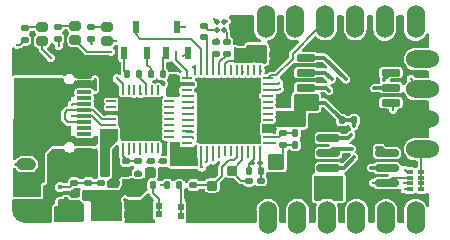
<source format=gtl>
G04 #@! TF.GenerationSoftware,KiCad,Pcbnew,8.0.2*
G04 #@! TF.CreationDate,2024-11-02T18:00:51+05:00*
G04 #@! TF.ProjectId,obsidian-boa-r0.1,6f627369-6469-4616-9e2d-626f612d7230,r0.1*
G04 #@! TF.SameCoordinates,Original*
G04 #@! TF.FileFunction,Copper,L1,Top*
G04 #@! TF.FilePolarity,Positive*
%FSLAX46Y46*%
G04 Gerber Fmt 4.6, Leading zero omitted, Abs format (unit mm)*
G04 Created by KiCad (PCBNEW 8.0.2) date 2024-11-02 18:00:51*
%MOMM*%
%LPD*%
G01*
G04 APERTURE LIST*
G04 Aperture macros list*
%AMRoundRect*
0 Rectangle with rounded corners*
0 $1 Rounding radius*
0 $2 $3 $4 $5 $6 $7 $8 $9 X,Y pos of 4 corners*
0 Add a 4 corners polygon primitive as box body*
4,1,4,$2,$3,$4,$5,$6,$7,$8,$9,$2,$3,0*
0 Add four circle primitives for the rounded corners*
1,1,$1+$1,$2,$3*
1,1,$1+$1,$4,$5*
1,1,$1+$1,$6,$7*
1,1,$1+$1,$8,$9*
0 Add four rect primitives between the rounded corners*
20,1,$1+$1,$2,$3,$4,$5,0*
20,1,$1+$1,$4,$5,$6,$7,0*
20,1,$1+$1,$6,$7,$8,$9,0*
20,1,$1+$1,$8,$9,$2,$3,0*%
G04 Aperture macros list end*
G04 #@! TA.AperFunction,SMDPad,CuDef*
%ADD10R,0.550000X0.550000*%
G04 #@! TD*
G04 #@! TA.AperFunction,ComponentPad*
%ADD11C,1.524000*%
G04 #@! TD*
G04 #@! TA.AperFunction,SMDPad,CuDef*
%ADD12R,1.270000X1.524000*%
G04 #@! TD*
G04 #@! TA.AperFunction,SMDPad,CuDef*
%ADD13R,1.524000X1.270000*%
G04 #@! TD*
G04 #@! TA.AperFunction,SMDPad,CuDef*
%ADD14RoundRect,0.193750X0.281250X-0.193750X0.281250X0.193750X-0.281250X0.193750X-0.281250X-0.193750X0*%
G04 #@! TD*
G04 #@! TA.AperFunction,SMDPad,CuDef*
%ADD15RoundRect,0.147500X0.172500X-0.147500X0.172500X0.147500X-0.172500X0.147500X-0.172500X-0.147500X0*%
G04 #@! TD*
G04 #@! TA.AperFunction,SMDPad,CuDef*
%ADD16RoundRect,0.075000X-0.550000X0.225000X-0.550000X-0.225000X0.550000X-0.225000X0.550000X0.225000X0*%
G04 #@! TD*
G04 #@! TA.AperFunction,SMDPad,CuDef*
%ADD17RoundRect,0.075000X-0.550000X0.075000X-0.550000X-0.075000X0.550000X-0.075000X0.550000X0.075000X0*%
G04 #@! TD*
G04 #@! TA.AperFunction,ComponentPad*
%ADD18O,1.900000X1.000000*%
G04 #@! TD*
G04 #@! TA.AperFunction,ComponentPad*
%ADD19O,1.600000X1.000000*%
G04 #@! TD*
G04 #@! TA.AperFunction,SMDPad,CuDef*
%ADD20RoundRect,0.218750X0.256250X-0.218750X0.256250X0.218750X-0.256250X0.218750X-0.256250X-0.218750X0*%
G04 #@! TD*
G04 #@! TA.AperFunction,SMDPad,CuDef*
%ADD21RoundRect,0.147500X-0.172500X0.147500X-0.172500X-0.147500X0.172500X-0.147500X0.172500X0.147500X0*%
G04 #@! TD*
G04 #@! TA.AperFunction,SMDPad,CuDef*
%ADD22RoundRect,0.147500X0.147500X0.172500X-0.147500X0.172500X-0.147500X-0.172500X0.147500X-0.172500X0*%
G04 #@! TD*
G04 #@! TA.AperFunction,SMDPad,CuDef*
%ADD23RoundRect,0.112500X-0.112500X0.112500X-0.112500X-0.112500X0.112500X-0.112500X0.112500X0.112500X0*%
G04 #@! TD*
G04 #@! TA.AperFunction,SMDPad,CuDef*
%ADD24RoundRect,0.062500X-0.337500X-0.062500X0.337500X-0.062500X0.337500X0.062500X-0.337500X0.062500X0*%
G04 #@! TD*
G04 #@! TA.AperFunction,SMDPad,CuDef*
%ADD25RoundRect,0.062500X-0.062500X-0.337500X0.062500X-0.337500X0.062500X0.337500X-0.062500X0.337500X0*%
G04 #@! TD*
G04 #@! TA.AperFunction,HeatsinkPad*
%ADD26R,3.350000X3.350000*%
G04 #@! TD*
G04 #@! TA.AperFunction,SMDPad,CuDef*
%ADD27RoundRect,0.135000X0.135000X0.185000X-0.135000X0.185000X-0.135000X-0.185000X0.135000X-0.185000X0*%
G04 #@! TD*
G04 #@! TA.AperFunction,SMDPad,CuDef*
%ADD28RoundRect,0.093750X0.093750X0.106250X-0.093750X0.106250X-0.093750X-0.106250X0.093750X-0.106250X0*%
G04 #@! TD*
G04 #@! TA.AperFunction,HeatsinkPad*
%ADD29C,0.500000*%
G04 #@! TD*
G04 #@! TA.AperFunction,HeatsinkPad*
%ADD30R,1.000000X1.600000*%
G04 #@! TD*
G04 #@! TA.AperFunction,SMDPad,CuDef*
%ADD31RoundRect,0.150000X0.650000X0.150000X-0.650000X0.150000X-0.650000X-0.150000X0.650000X-0.150000X0*%
G04 #@! TD*
G04 #@! TA.AperFunction,SMDPad,CuDef*
%ADD32RoundRect,0.135000X-0.185000X0.135000X-0.185000X-0.135000X0.185000X-0.135000X0.185000X0.135000X0*%
G04 #@! TD*
G04 #@! TA.AperFunction,SMDPad,CuDef*
%ADD33RoundRect,0.135000X-0.135000X-0.185000X0.135000X-0.185000X0.135000X0.185000X-0.135000X0.185000X0*%
G04 #@! TD*
G04 #@! TA.AperFunction,SMDPad,CuDef*
%ADD34RoundRect,0.218750X-0.218750X-0.256250X0.218750X-0.256250X0.218750X0.256250X-0.218750X0.256250X0*%
G04 #@! TD*
G04 #@! TA.AperFunction,SMDPad,CuDef*
%ADD35R,0.500000X0.400000*%
G04 #@! TD*
G04 #@! TA.AperFunction,SMDPad,CuDef*
%ADD36R,0.500000X0.300000*%
G04 #@! TD*
G04 #@! TA.AperFunction,SMDPad,CuDef*
%ADD37R,0.600000X1.100000*%
G04 #@! TD*
G04 #@! TA.AperFunction,SMDPad,CuDef*
%ADD38RoundRect,0.147500X-0.147500X-0.172500X0.147500X-0.172500X0.147500X0.172500X-0.147500X0.172500X0*%
G04 #@! TD*
G04 #@! TA.AperFunction,SMDPad,CuDef*
%ADD39RoundRect,0.140000X-0.140000X-0.170000X0.140000X-0.170000X0.140000X0.170000X-0.140000X0.170000X0*%
G04 #@! TD*
G04 #@! TA.AperFunction,SMDPad,CuDef*
%ADD40RoundRect,0.135000X0.185000X-0.135000X0.185000X0.135000X-0.185000X0.135000X-0.185000X-0.135000X0*%
G04 #@! TD*
G04 #@! TA.AperFunction,SMDPad,CuDef*
%ADD41RoundRect,0.200000X-0.250000X0.200000X-0.250000X-0.200000X0.250000X-0.200000X0.250000X0.200000X0*%
G04 #@! TD*
G04 #@! TA.AperFunction,SMDPad,CuDef*
%ADD42RoundRect,0.135000X0.540000X0.540000X-0.540000X0.540000X-0.540000X-0.540000X0.540000X-0.540000X0*%
G04 #@! TD*
G04 #@! TA.AperFunction,SMDPad,CuDef*
%ADD43RoundRect,0.140000X0.170000X-0.140000X0.170000X0.140000X-0.170000X0.140000X-0.170000X-0.140000X0*%
G04 #@! TD*
G04 #@! TA.AperFunction,SMDPad,CuDef*
%ADD44RoundRect,0.218750X-0.218750X-0.381250X0.218750X-0.381250X0.218750X0.381250X-0.218750X0.381250X0*%
G04 #@! TD*
G04 #@! TA.AperFunction,SMDPad,CuDef*
%ADD45RoundRect,0.150000X0.825000X0.150000X-0.825000X0.150000X-0.825000X-0.150000X0.825000X-0.150000X0*%
G04 #@! TD*
G04 #@! TA.AperFunction,SMDPad,CuDef*
%ADD46RoundRect,0.225000X-0.250000X0.225000X-0.250000X-0.225000X0.250000X-0.225000X0.250000X0.225000X0*%
G04 #@! TD*
G04 #@! TA.AperFunction,SMDPad,CuDef*
%ADD47RoundRect,0.100000X-0.130000X-0.100000X0.130000X-0.100000X0.130000X0.100000X-0.130000X0.100000X0*%
G04 #@! TD*
G04 #@! TA.AperFunction,SMDPad,CuDef*
%ADD48R,5.150000X5.150000*%
G04 #@! TD*
G04 #@! TA.AperFunction,SMDPad,CuDef*
%ADD49R,0.840000X0.260000*%
G04 #@! TD*
G04 #@! TA.AperFunction,SMDPad,CuDef*
%ADD50R,0.260000X0.840000*%
G04 #@! TD*
G04 #@! TA.AperFunction,ViaPad*
%ADD51C,0.300000*%
G04 #@! TD*
G04 #@! TA.AperFunction,Conductor*
%ADD52C,0.200000*%
G04 #@! TD*
G04 #@! TA.AperFunction,Conductor*
%ADD53C,0.300000*%
G04 #@! TD*
G04 APERTURE END LIST*
D10*
X112575000Y-108075000D03*
X112575000Y-107325000D03*
X109925000Y-107325000D03*
X109925000Y-108075000D03*
D11*
X134290000Y-100000000D03*
D12*
X134925000Y-100000000D03*
D11*
X135560000Y-100000000D03*
X134290000Y-102540000D03*
D12*
X134925000Y-102540000D03*
D11*
X135560000Y-102540000D03*
X129300000Y-108991500D03*
D13*
X129300000Y-108356500D03*
D11*
X129300000Y-107721500D03*
X129200000Y-92380000D03*
D13*
X129200000Y-91745000D03*
D11*
X129200000Y-91110000D03*
X124130000Y-92380000D03*
D13*
X124130000Y-91745000D03*
D11*
X124130000Y-91110000D03*
X121600000Y-92400000D03*
D13*
X121600000Y-91765000D03*
D11*
X121600000Y-91130000D03*
X126800000Y-108970000D03*
D13*
X126800000Y-108335000D03*
D11*
X126800000Y-107700000D03*
X134300000Y-92400000D03*
D13*
X134300000Y-91765000D03*
D11*
X134300000Y-91130000D03*
X131700000Y-92400000D03*
D13*
X131700000Y-91765000D03*
D11*
X131700000Y-91130000D03*
X134300000Y-108991500D03*
D13*
X134300000Y-108356500D03*
D11*
X134300000Y-107721500D03*
X131800000Y-108991500D03*
D13*
X131800000Y-108356500D03*
D11*
X131800000Y-107721500D03*
D14*
X102700000Y-93387500D03*
X102700000Y-92212500D03*
X105500000Y-93287500D03*
X105500000Y-92112500D03*
D15*
X119500000Y-94485000D03*
X119500000Y-93515000D03*
D14*
X108200000Y-93387500D03*
X108200000Y-92212500D03*
D11*
X134290000Y-97460000D03*
D12*
X134925000Y-97460000D03*
D11*
X135560000Y-97460000D03*
X134290000Y-94920000D03*
D12*
X134925000Y-94920000D03*
D11*
X135560000Y-94920000D03*
X124300000Y-108970000D03*
D13*
X124300000Y-108335000D03*
D11*
X124300000Y-107700000D03*
X121800000Y-108970000D03*
D13*
X121800000Y-108335000D03*
D11*
X121800000Y-107700000D03*
X126670000Y-92380000D03*
D13*
X126670000Y-91745000D03*
D11*
X126670000Y-91110000D03*
D16*
X106245000Y-96250000D03*
X106245000Y-97050000D03*
D17*
X106245000Y-98250000D03*
X106245000Y-99250000D03*
X106245000Y-99750000D03*
X106245000Y-100750000D03*
D16*
X106245000Y-101950000D03*
X106245000Y-102750000D03*
X106245000Y-102750000D03*
X106245000Y-101950000D03*
D17*
X106245000Y-101250000D03*
X106245000Y-100250000D03*
X106245000Y-98750000D03*
X106245000Y-97750000D03*
D16*
X106245000Y-97050000D03*
X106245000Y-96250000D03*
D18*
X105530000Y-95180000D03*
D19*
X101350000Y-95180000D03*
D18*
X105530000Y-103820000D03*
D19*
X101350000Y-103820000D03*
D20*
X123200000Y-99987500D03*
X123200000Y-98412500D03*
D21*
X101200000Y-92315000D03*
X101200000Y-93285000D03*
X104000000Y-92215000D03*
X104000000Y-93185000D03*
X106800000Y-92215000D03*
X106800000Y-93185000D03*
D22*
X112085000Y-105600000D03*
X111115000Y-105600000D03*
D15*
X113800000Y-96685000D03*
X113800000Y-95715000D03*
D23*
X118125000Y-91775000D03*
X118125000Y-92425000D03*
X117475000Y-92425000D03*
X117475000Y-91775000D03*
D24*
X108550000Y-98500000D03*
X108550000Y-99000000D03*
X108550000Y-99500000D03*
X108550000Y-100000000D03*
X108550000Y-100500000D03*
X108550000Y-101000000D03*
X108550000Y-101500000D03*
D25*
X109500000Y-102450000D03*
X110000000Y-102450000D03*
X110500000Y-102450000D03*
X111000000Y-102450000D03*
X111500000Y-102450000D03*
X112000000Y-102450000D03*
X112500000Y-102450000D03*
D24*
X113450000Y-101500000D03*
X113450000Y-101000000D03*
X113450000Y-100500000D03*
X113450000Y-100000000D03*
X113450000Y-99500000D03*
X113450000Y-99000000D03*
X113450000Y-98500000D03*
D25*
X112500000Y-97550000D03*
X112000000Y-97550000D03*
X111500000Y-97550000D03*
X111000000Y-97550000D03*
X110500000Y-97550000D03*
X110000000Y-97550000D03*
X109500000Y-97550000D03*
D26*
X111000000Y-100000000D03*
D27*
X114310000Y-105600000D03*
X113290000Y-105600000D03*
D28*
X104187500Y-107050000D03*
X104187500Y-106400000D03*
X104187500Y-105750000D03*
X102412500Y-105750000D03*
X102412500Y-106400000D03*
X102412500Y-107050000D03*
D29*
X103300000Y-106950000D03*
D30*
X103300000Y-106400000D03*
D29*
X103300000Y-105850000D03*
D21*
X115500000Y-104615000D03*
X115500000Y-105585000D03*
D31*
X132200000Y-98605000D03*
X132200000Y-97335000D03*
X132200000Y-96065000D03*
X132200000Y-94795000D03*
X125000000Y-94795000D03*
X125000000Y-96065000D03*
X125000000Y-97335000D03*
X125000000Y-98605000D03*
D32*
X110800000Y-103590000D03*
X110800000Y-104610000D03*
D33*
X109890000Y-96200000D03*
X110910000Y-96200000D03*
D34*
X120912500Y-94400000D03*
X122487500Y-94400000D03*
D35*
X133800000Y-104450000D03*
D36*
X133800000Y-104950000D03*
X133800000Y-105450000D03*
D35*
X133800000Y-105950000D03*
X134800000Y-105950000D03*
D36*
X134800000Y-105450000D03*
X134800000Y-104950000D03*
D35*
X134800000Y-104450000D03*
D37*
X113150000Y-94400000D03*
X115050000Y-94400000D03*
X114100000Y-92200000D03*
D21*
X123100000Y-101215000D03*
X123100000Y-102185000D03*
D38*
X124115000Y-102200000D03*
X125085000Y-102200000D03*
D39*
X108020000Y-104500000D03*
X108980000Y-104500000D03*
D10*
X114425000Y-107425000D03*
X114425000Y-108175000D03*
X117075000Y-108175000D03*
X117075000Y-107425000D03*
D15*
X116400000Y-92115000D03*
X116400000Y-93085000D03*
X120200000Y-106185000D03*
X120200000Y-105215000D03*
D32*
X105400000Y-105390000D03*
X105400000Y-106410000D03*
D40*
X112900000Y-104610000D03*
X112900000Y-103590000D03*
D38*
X129115000Y-100100000D03*
X130085000Y-100100000D03*
D15*
X118300000Y-94485000D03*
X118300000Y-93515000D03*
X117400000Y-94485000D03*
X117400000Y-93515000D03*
D22*
X128085000Y-100100000D03*
X127115000Y-100100000D03*
D38*
X124115000Y-101200000D03*
X125085000Y-101200000D03*
D41*
X118725000Y-104375000D03*
X117075000Y-104375000D03*
X117075000Y-105625000D03*
X118725000Y-105625000D03*
D39*
X108040000Y-103530000D03*
X109000000Y-103530000D03*
D38*
X124515000Y-100200000D03*
X125485000Y-100200000D03*
D40*
X109800000Y-104610000D03*
X109800000Y-103590000D03*
D37*
X109650000Y-94400000D03*
X111550000Y-94400000D03*
X110600000Y-92200000D03*
D42*
X122525000Y-103625000D03*
X124675000Y-105775000D03*
X124675000Y-103625000D03*
X122525000Y-105775000D03*
D43*
X107700000Y-106380000D03*
X107700000Y-105420000D03*
D44*
X105537500Y-107800000D03*
X107662500Y-107800000D03*
D32*
X111900000Y-103590000D03*
X111900000Y-104610000D03*
D45*
X131875000Y-105405000D03*
X131875000Y-104135000D03*
X131875000Y-102865000D03*
X131875000Y-101595000D03*
X126925000Y-101595000D03*
X126925000Y-102865000D03*
X126925000Y-104135000D03*
X126925000Y-105405000D03*
D21*
X114000000Y-103515000D03*
X114000000Y-104485000D03*
D46*
X101100000Y-105925000D03*
X101100000Y-107475000D03*
D40*
X106600000Y-106410000D03*
X106600000Y-105390000D03*
D27*
X121210000Y-104400000D03*
X120190000Y-104400000D03*
D47*
X120480000Y-103700000D03*
X121120000Y-103700000D03*
D27*
X112910000Y-96200000D03*
X111890000Y-96200000D03*
D43*
X108900000Y-106380000D03*
X108900000Y-105420000D03*
D48*
X118400000Y-99300000D03*
D49*
X121835000Y-102050000D03*
X121835000Y-101550000D03*
X121835000Y-101050000D03*
X121835000Y-100550000D03*
X121835000Y-100050000D03*
X121835000Y-99550000D03*
X121835000Y-99050000D03*
X121835000Y-98550000D03*
X121835000Y-98050000D03*
X121835000Y-97550000D03*
X121835000Y-97050000D03*
X121835000Y-96550000D03*
D50*
X121150000Y-95865000D03*
X120650000Y-95865000D03*
X120150000Y-95865000D03*
X119650000Y-95865000D03*
X119150000Y-95865000D03*
X118650000Y-95865000D03*
X118150000Y-95865000D03*
X117650000Y-95865000D03*
X117150000Y-95865000D03*
X116650000Y-95865000D03*
X116150000Y-95865000D03*
X115650000Y-95865000D03*
D49*
X114965000Y-96550000D03*
X114965000Y-97050000D03*
X114965000Y-97550000D03*
X114965000Y-98050000D03*
X114965000Y-98550000D03*
X114965000Y-99050000D03*
X114965000Y-99550000D03*
X114965000Y-100050000D03*
X114965000Y-100550000D03*
X114965000Y-101050000D03*
X114965000Y-101550000D03*
X114965000Y-102050000D03*
D50*
X115650000Y-102735000D03*
X116150000Y-102735000D03*
X116650000Y-102735000D03*
X117150000Y-102735000D03*
X117650000Y-102735000D03*
X118150000Y-102735000D03*
X118650000Y-102735000D03*
X119150000Y-102735000D03*
X119650000Y-102735000D03*
X120150000Y-102735000D03*
X120650000Y-102735000D03*
X121150000Y-102735000D03*
D43*
X121200000Y-106180000D03*
X121200000Y-105220000D03*
D51*
X122900000Y-93400000D03*
X117500000Y-93200000D03*
X117200000Y-91500000D03*
X119600000Y-92800000D03*
X109900000Y-100000000D03*
X111000000Y-101100000D03*
X110000000Y-101100000D03*
X112100000Y-101200000D03*
X114300000Y-95900000D03*
X113000000Y-97000000D03*
X117700000Y-108200000D03*
X117700000Y-107400000D03*
X114900000Y-104600000D03*
X109700000Y-106800000D03*
X109000000Y-102900000D03*
X133293474Y-105413052D03*
X125400000Y-101800000D03*
X125400000Y-100800000D03*
X120800000Y-98700000D03*
X122900000Y-98100000D03*
X126300000Y-98600000D03*
X129100000Y-100600000D03*
X122463060Y-100881297D03*
X118669998Y-103000000D03*
X120135509Y-103199111D03*
X130700000Y-105400000D03*
X119669998Y-96000000D03*
X133400000Y-104300000D03*
X132400000Y-99200000D03*
X133392460Y-105945239D03*
X118300000Y-91700000D03*
X118169998Y-102950000D03*
X116600000Y-103600000D03*
X116200000Y-104100000D03*
X115280529Y-102044131D03*
X115474999Y-101581767D03*
X115470423Y-101058361D03*
X133900000Y-96600000D03*
X122100000Y-99069998D03*
X122100000Y-98569998D03*
X122791472Y-97437816D03*
X122744205Y-96919397D03*
X121200000Y-95900000D03*
X120630002Y-95500000D03*
X114425000Y-106900000D03*
X115475224Y-100558381D03*
X115474988Y-100058379D03*
X115474999Y-99558377D03*
X115474999Y-99018233D03*
X115474999Y-98518233D03*
X115474999Y-98018230D03*
X116150000Y-95865000D03*
X112400000Y-106600000D03*
X120550000Y-94800000D03*
X120550000Y-94000000D03*
X121650000Y-94100000D03*
X121604211Y-94859392D03*
X117669958Y-103185310D03*
X111025001Y-97891574D03*
X108900000Y-93400000D03*
X115500000Y-95600000D03*
X108500004Y-94300000D03*
X114000000Y-94300000D03*
X103400000Y-94800000D03*
X114600000Y-97549514D03*
X114800000Y-92200000D03*
X121398612Y-98029617D03*
X106900000Y-93650000D03*
X104100000Y-93800000D03*
X100600000Y-93700000D03*
X117149996Y-103496899D03*
X110500000Y-97850000D03*
X127700000Y-106100000D03*
X126900000Y-106100000D03*
X115202294Y-103350000D03*
X113781801Y-102918199D03*
X114453524Y-103589921D03*
X114000000Y-97100000D03*
X113500000Y-97100000D03*
X107250000Y-106650000D03*
X108250000Y-106650000D03*
X107800000Y-104150000D03*
X112730000Y-105600000D03*
X111535729Y-105133314D03*
X105200000Y-99700000D03*
X105200000Y-98799986D03*
X110800000Y-104400000D03*
X107200000Y-102000000D03*
X129109777Y-103250000D03*
X127000000Y-97600000D03*
X131644735Y-96685001D03*
X131034998Y-102444699D03*
X128411748Y-96650000D03*
X128853554Y-101346446D03*
X130800000Y-97400000D03*
X130534998Y-104134998D03*
X111005204Y-96550000D03*
X114600002Y-94700002D03*
X109000000Y-96550000D03*
X111600000Y-95400000D03*
X111600000Y-103600000D03*
X110070268Y-102977458D03*
X112600000Y-103600000D03*
X111000160Y-102970004D03*
X127190580Y-96650000D03*
X128899997Y-102500003D03*
X122430000Y-102027919D03*
D52*
X121120000Y-102765000D02*
X121120000Y-103700000D01*
X121150000Y-102735000D02*
X121120000Y-102765000D01*
X121200000Y-104610000D02*
X121200000Y-105220000D01*
X121310000Y-104500000D02*
X121200000Y-104610000D01*
X121120000Y-103700000D02*
X121120000Y-104310000D01*
X121120000Y-104310000D02*
X121310000Y-104500000D01*
X119565000Y-105215000D02*
X118725000Y-104375000D01*
X120200000Y-105215000D02*
X119565000Y-105215000D01*
X120190000Y-103845000D02*
X120190000Y-104400000D01*
X120650000Y-103385000D02*
X120190000Y-103845000D01*
X120650000Y-102735000D02*
X120650000Y-103385000D01*
X134800000Y-105850000D02*
X134700000Y-105950000D01*
X134800000Y-102665000D02*
X134800000Y-105850000D01*
X134925000Y-102540000D02*
X134800000Y-102665000D01*
X133550000Y-104450000D02*
X133400000Y-104300000D01*
X133800000Y-104450000D02*
X133550000Y-104450000D01*
X132330000Y-104950000D02*
X133800000Y-104950000D01*
X131875000Y-105405000D02*
X132330000Y-104950000D01*
X133397221Y-105950000D02*
X133392460Y-105945239D01*
X133800000Y-105950000D02*
X133397221Y-105950000D01*
X133330422Y-105450000D02*
X133293474Y-105413052D01*
X133800000Y-105450000D02*
X133330422Y-105450000D01*
X122407919Y-102050000D02*
X121835000Y-102050000D01*
X122430000Y-102027919D02*
X122407919Y-102050000D01*
X116710000Y-92425000D02*
X117475000Y-92425000D01*
X116400000Y-92115000D02*
X116710000Y-92425000D01*
X117200000Y-91500000D02*
X117475000Y-91775000D01*
X117400000Y-93300000D02*
X117500000Y-93200000D01*
X117400000Y-93515000D02*
X117400000Y-93300000D01*
X118300000Y-92600000D02*
X118125000Y-92425000D01*
X118300000Y-93515000D02*
X118300000Y-92600000D01*
D53*
X126295000Y-98605000D02*
X125000000Y-98605000D01*
X126300000Y-98600000D02*
X126295000Y-98605000D01*
X126305000Y-98605000D02*
X126300000Y-98600000D01*
X127430000Y-99430000D02*
X126605000Y-98605000D01*
X127472660Y-99430000D02*
X127430000Y-99430000D01*
X126605000Y-98605000D02*
X126305000Y-98605000D01*
X128085000Y-100042340D02*
X127472660Y-99430000D01*
X128085000Y-100100000D02*
X128085000Y-100042340D01*
X129115000Y-100585000D02*
X129100000Y-100600000D01*
X129115000Y-100100000D02*
X129115000Y-100585000D01*
D52*
X118650000Y-102980002D02*
X118669998Y-103000000D01*
X118650000Y-102735000D02*
X118650000Y-102980002D01*
X122765520Y-101549480D02*
X123100000Y-101215000D01*
X121835520Y-101549480D02*
X122765520Y-101549480D01*
X121835000Y-101550000D02*
X121835520Y-101549480D01*
X120150000Y-103184620D02*
X120135509Y-103199111D01*
X120150000Y-102735000D02*
X120150000Y-103184620D01*
X130700000Y-105400000D02*
X131870000Y-105400000D01*
X131870000Y-105400000D02*
X131875000Y-105405000D01*
X118150000Y-102930002D02*
X118169998Y-102950000D01*
X118150000Y-102735000D02*
X118150000Y-102930002D01*
X114965000Y-102050000D02*
X115274660Y-102050000D01*
X115274660Y-102050000D02*
X115280529Y-102044131D01*
X119650000Y-95980002D02*
X119669998Y-96000000D01*
X119650000Y-95865000D02*
X119650000Y-95980002D01*
X123900000Y-94454448D02*
X125974448Y-92380000D01*
X123900000Y-94900000D02*
X123900000Y-94454448D01*
X122500000Y-96300000D02*
X123900000Y-94900000D01*
X122054448Y-96300000D02*
X122500000Y-96300000D01*
X121835000Y-96519448D02*
X122054448Y-96300000D01*
X125974448Y-92380000D02*
X126670000Y-92380000D01*
X121835000Y-96550000D02*
X121835000Y-96519448D01*
X132400000Y-98805000D02*
X132200000Y-98605000D01*
X132400000Y-99200000D02*
X132400000Y-98805000D01*
D53*
X128224777Y-104135000D02*
X129109777Y-103250000D01*
X126925000Y-104135000D02*
X128224777Y-104135000D01*
X131454699Y-102444699D02*
X131034998Y-102444699D01*
X131875000Y-102865000D02*
X131454699Y-102444699D01*
X130535000Y-104135000D02*
X130534998Y-104134998D01*
X131875000Y-104135000D02*
X130535000Y-104135000D01*
D52*
X118225000Y-91775000D02*
X118300000Y-91700000D01*
X118125000Y-91775000D02*
X118225000Y-91775000D01*
D53*
X127289997Y-102500003D02*
X128899997Y-102500003D01*
X126925000Y-102865000D02*
X127289997Y-102500003D01*
X126925000Y-101595000D02*
X128605000Y-101595000D01*
X128605000Y-101595000D02*
X128853554Y-101346446D01*
D52*
X116650000Y-103550000D02*
X116600000Y-103600000D01*
X116650000Y-102735000D02*
X116650000Y-103550000D01*
X117150000Y-103496895D02*
X117149996Y-103496899D01*
X117150000Y-102735000D02*
X117150000Y-103496895D01*
X116150000Y-104050000D02*
X116200000Y-104100000D01*
X116150000Y-102735000D02*
X116150000Y-104050000D01*
X115466622Y-99550000D02*
X115474999Y-99558377D01*
X114965000Y-99550000D02*
X115466622Y-99550000D01*
X114965000Y-100050000D02*
X115466609Y-100050000D01*
X115466843Y-100550000D02*
X115475224Y-100558381D01*
X114965000Y-100550000D02*
X115466843Y-100550000D01*
X114965000Y-101050000D02*
X114973361Y-101058361D01*
X114973361Y-101058361D02*
X115470423Y-101058361D01*
X115466609Y-100050000D02*
X115474988Y-100058379D01*
X114965000Y-101550000D02*
X115443232Y-101550000D01*
X115443232Y-101550000D02*
X115474999Y-101581767D01*
D53*
X126605580Y-96065000D02*
X127190580Y-96650000D01*
X125000000Y-96065000D02*
X126605580Y-96065000D01*
X126556748Y-94795000D02*
X128411748Y-96650000D01*
X125000000Y-94795000D02*
X126556748Y-94795000D01*
D52*
X134290000Y-96990000D02*
X133900000Y-96600000D01*
X134290000Y-97460000D02*
X134290000Y-96990000D01*
D53*
X131644735Y-96685001D02*
X131644735Y-96620265D01*
X131644735Y-96620265D02*
X132200000Y-96065000D01*
D52*
X122080002Y-99050000D02*
X122100000Y-99069998D01*
X121835000Y-99050000D02*
X122080002Y-99050000D01*
X122679288Y-97550000D02*
X122791472Y-97437816D01*
X121835000Y-97550000D02*
X122679288Y-97550000D01*
X122663602Y-97000000D02*
X122744205Y-96919397D01*
X121885000Y-97000000D02*
X122663602Y-97000000D01*
X121835000Y-97050000D02*
X121885000Y-97000000D01*
X122080002Y-98550000D02*
X122100000Y-98569998D01*
X121835000Y-98550000D02*
X122080002Y-98550000D01*
X121165000Y-95865000D02*
X121200000Y-95900000D01*
X121150000Y-95865000D02*
X121165000Y-95865000D01*
X120650000Y-95519998D02*
X120630002Y-95500000D01*
X120650000Y-95865000D02*
X120650000Y-95519998D01*
X114425000Y-106900000D02*
X114425000Y-105715000D01*
X114425000Y-107425000D02*
X114425000Y-106900000D01*
X102700000Y-94100000D02*
X103400000Y-94800000D01*
X102700000Y-93387500D02*
X102700000Y-94100000D01*
X114965000Y-97550000D02*
X114600486Y-97550000D01*
X114600486Y-97550000D02*
X114600000Y-97549514D01*
X115443232Y-99050000D02*
X115474999Y-99018233D01*
X114965000Y-99050000D02*
X115443232Y-99050000D01*
X115443232Y-98550000D02*
X115474999Y-98518233D01*
X114965000Y-98550000D02*
X115443232Y-98550000D01*
X115443229Y-98050000D02*
X115474999Y-98018230D01*
X114965000Y-98050000D02*
X115443229Y-98050000D01*
X110910000Y-96454796D02*
X111005204Y-96550000D01*
X110910000Y-96200000D02*
X110910000Y-96454796D01*
X111500000Y-97550000D02*
X111500000Y-97044796D01*
X111500000Y-97044796D02*
X111005204Y-96550000D01*
X110500000Y-97550000D02*
X110500000Y-97850000D01*
X112400000Y-106600000D02*
X112085000Y-106285000D01*
X124100000Y-102185000D02*
X124115000Y-102200000D01*
X123100000Y-102185000D02*
X124100000Y-102185000D01*
X117035000Y-105585000D02*
X117075000Y-105625000D01*
X115500000Y-105585000D02*
X117035000Y-105585000D01*
X118725000Y-104375000D02*
X119650000Y-103450000D01*
X119650000Y-103450000D02*
X119650000Y-102735000D01*
X119150000Y-103250000D02*
X119150000Y-102735000D01*
X118482352Y-103455000D02*
X118945000Y-103455000D01*
X118945000Y-103455000D02*
X119150000Y-103250000D01*
X117900000Y-104037352D02*
X118482352Y-103455000D01*
X117900000Y-104800000D02*
X117900000Y-104037352D01*
X117075000Y-105625000D02*
X117900000Y-104800000D01*
X117650000Y-103165352D02*
X117669958Y-103185310D01*
X117650000Y-102735000D02*
X117650000Y-103165352D01*
X111000000Y-97550000D02*
X111000000Y-97866573D01*
X111000000Y-97866573D02*
X111025001Y-97891574D01*
X108212500Y-93400000D02*
X108200000Y-93387500D01*
X108900000Y-93400000D02*
X108212500Y-93400000D01*
X115650000Y-95750000D02*
X115500000Y-95600000D01*
X115650000Y-95865000D02*
X115650000Y-95750000D01*
X105500000Y-93287500D02*
X106512500Y-94300000D01*
X106512500Y-94300000D02*
X108500004Y-94300000D01*
X114000000Y-94400000D02*
X114000000Y-94300000D01*
X114000000Y-94958052D02*
X114000000Y-94400000D01*
X114964994Y-95923046D02*
X114000000Y-94958052D01*
X114964994Y-96065012D02*
X114964994Y-95923046D01*
X106800000Y-93550000D02*
X106900000Y-93650000D01*
X106800000Y-93185000D02*
X106800000Y-93550000D01*
X109500000Y-97050000D02*
X109000000Y-96550000D01*
X109500000Y-97550000D02*
X109500000Y-97050000D01*
X114964994Y-96065005D02*
X114964994Y-96065012D01*
X114965000Y-96064999D02*
X114964994Y-96065005D01*
X114965000Y-96065000D02*
X114965000Y-96064999D01*
X114965000Y-96550000D02*
X114965000Y-96064999D01*
X115050000Y-94600000D02*
X114700004Y-94600000D01*
X114700004Y-94600000D02*
X114600002Y-94700002D01*
X114800000Y-92200000D02*
X114100000Y-92200000D01*
X116650000Y-93335000D02*
X116400000Y-93085000D01*
X116650000Y-95865000D02*
X116650000Y-93335000D01*
X104100000Y-93285000D02*
X104000000Y-93185000D01*
X104100000Y-93800000D02*
X104100000Y-93285000D01*
X100785000Y-93700000D02*
X101200000Y-93285000D01*
X100600000Y-93700000D02*
X100785000Y-93700000D01*
X101302500Y-92212500D02*
X101200000Y-92315000D01*
X102700000Y-92212500D02*
X101302500Y-92212500D01*
X104102500Y-92112500D02*
X104000000Y-92215000D01*
X105500000Y-92112500D02*
X104102500Y-92112500D01*
X106802500Y-92212500D02*
X106800000Y-92215000D01*
X108200000Y-92212500D02*
X106802500Y-92212500D01*
X123100000Y-102842893D02*
G75*
G02*
X122953556Y-103196450I-500000J-7D01*
G01*
X124100000Y-101215000D02*
X124115000Y-101200000D01*
X123100000Y-101215000D02*
X124100000Y-101215000D01*
X122953553Y-103196447D02*
X122525000Y-103625000D01*
X123100000Y-102185000D02*
X123100000Y-102842893D01*
X122637500Y-100550000D02*
X121835000Y-100550000D01*
X123200000Y-99987500D02*
X122637500Y-100550000D01*
X118420000Y-95080000D02*
X118905000Y-95080000D01*
X118905000Y-95080000D02*
X119500000Y-94485000D01*
X118150000Y-95865000D02*
X118150000Y-95350000D01*
X118150000Y-95350000D02*
X118420000Y-95080000D01*
X118300000Y-94541948D02*
X118300000Y-94485000D01*
X117650000Y-95191948D02*
X118300000Y-94541948D01*
X117650000Y-95865000D02*
X117650000Y-95191948D01*
X117150000Y-94735000D02*
X117400000Y-94485000D01*
X117150000Y-95865000D02*
X117150000Y-94735000D01*
X113290000Y-105600000D02*
X112730000Y-105600000D01*
D53*
X128085000Y-100100000D02*
X129115000Y-100100000D01*
D52*
X106245000Y-99750000D02*
X105250000Y-99750000D01*
X105249986Y-98750000D02*
X105200000Y-98799986D01*
X107652410Y-100500000D02*
X108550000Y-100500000D01*
X106902410Y-99750000D02*
X107652410Y-100500000D01*
X105250000Y-99750000D02*
X105200000Y-99700000D01*
X106245000Y-99750000D02*
X106902410Y-99750000D01*
X106245000Y-98750000D02*
X105249986Y-98750000D01*
X107718096Y-100000000D02*
X108550000Y-100000000D01*
X106245000Y-99250000D02*
X106968096Y-99250000D01*
X106245000Y-100250000D02*
X104850000Y-100250000D01*
X104850000Y-100250000D02*
X104600000Y-100000000D01*
X106968096Y-99250000D02*
X107718096Y-100000000D01*
X104600000Y-100000000D02*
X104600000Y-99450000D01*
X104600000Y-99450000D02*
X104800000Y-99250000D01*
X104800000Y-99250000D02*
X106245000Y-99250000D01*
X110800000Y-104610000D02*
X110800000Y-104400000D01*
X106295000Y-102000000D02*
X106245000Y-101950000D01*
X107200000Y-102000000D02*
X106295000Y-102000000D01*
D53*
X125000000Y-97335000D02*
X126735000Y-97335000D01*
X126735000Y-97335000D02*
X127000000Y-97600000D01*
D52*
X114425000Y-105715000D02*
X114310000Y-105600000D01*
X114425000Y-108175000D02*
X114425000Y-107425000D01*
D53*
X130800000Y-97400000D02*
X132135000Y-97400000D01*
X132135000Y-97400000D02*
X132200000Y-97335000D01*
D52*
X112575000Y-107325000D02*
X112575000Y-106775000D01*
X112575000Y-106775000D02*
X112400000Y-106600000D01*
X112085000Y-106285000D02*
X112085000Y-105600000D01*
X112575000Y-107325000D02*
X112575000Y-108075000D01*
X112910000Y-94840000D02*
X113150000Y-94600000D01*
X112910000Y-96200000D02*
X112910000Y-94840000D01*
X109650000Y-94600000D02*
X109650000Y-95960000D01*
X109650000Y-95960000D02*
X109890000Y-96200000D01*
X111890000Y-95690000D02*
X111600000Y-95400000D01*
X111600000Y-95400000D02*
X111550000Y-95350000D01*
X111890000Y-96200000D02*
X111890000Y-95690000D01*
X111550000Y-95350000D02*
X111550000Y-94600000D01*
X109800000Y-103590000D02*
X109800000Y-103393866D01*
X109500000Y-103093866D02*
X109500000Y-102450000D01*
X110800000Y-103590000D02*
X109800000Y-103590000D01*
X109800000Y-103393866D02*
X109500000Y-103093866D01*
X110070268Y-102977458D02*
X110000000Y-102907190D01*
X111610000Y-103590000D02*
X111600000Y-103600000D01*
X110000000Y-102907190D02*
X110000000Y-102450000D01*
X111900000Y-103590000D02*
X111610000Y-103590000D01*
X111000160Y-102450160D02*
X111000000Y-102450000D01*
X112610000Y-103590000D02*
X112600000Y-103600000D01*
X112900000Y-103590000D02*
X112610000Y-103590000D01*
X111000160Y-102970004D02*
X111000160Y-102450160D01*
X106600000Y-105390000D02*
X107670000Y-105390000D01*
X105040000Y-105750000D02*
X105400000Y-105390000D01*
X104187500Y-105750000D02*
X105040000Y-105750000D01*
X107670000Y-105390000D02*
X107700000Y-105420000D01*
X105400000Y-105390000D02*
X106600000Y-105390000D01*
X116150000Y-94091948D02*
X116150000Y-95865000D01*
X115258052Y-93200000D02*
X116150000Y-94091948D01*
X111000000Y-93200000D02*
X115258052Y-93200000D01*
X110600000Y-92800000D02*
X111000000Y-93200000D01*
X110600000Y-92200000D02*
X110600000Y-92800000D01*
X121835000Y-98050000D02*
X121418995Y-98050000D01*
X121418995Y-98050000D02*
X121398612Y-98029617D01*
G04 #@! TA.AperFunction,Conductor*
G36*
X109300000Y-106600000D02*
G01*
X109408067Y-106600906D01*
X109362498Y-106690341D01*
X109345131Y-106799997D01*
X109345131Y-106800002D01*
X109362498Y-106909658D01*
X109412904Y-107008585D01*
X109412906Y-107008588D01*
X109413175Y-107008857D01*
X109413397Y-107009263D01*
X109418644Y-107016486D01*
X109417711Y-107017163D01*
X109446664Y-107070177D01*
X109449500Y-107096544D01*
X109449500Y-107619747D01*
X109460651Y-107675810D01*
X109460651Y-107724190D01*
X109449500Y-107780252D01*
X109449500Y-108369752D01*
X109461131Y-108428228D01*
X109461262Y-108428543D01*
X109461341Y-108429284D01*
X109463515Y-108440210D01*
X109462537Y-108440404D01*
X109468734Y-108498012D01*
X109437461Y-108560492D01*
X109377374Y-108596147D01*
X109346703Y-108600000D01*
X106924000Y-108600000D01*
X106856961Y-108580315D01*
X106811206Y-108527511D01*
X106800000Y-108476000D01*
X106800000Y-107000000D01*
X106700000Y-106900000D01*
X106224000Y-106900000D01*
X106156961Y-106880315D01*
X106111206Y-106827511D01*
X106100000Y-106776000D01*
X106100000Y-106124000D01*
X106119685Y-106056961D01*
X106172489Y-106011206D01*
X106224000Y-106000000D01*
X109300000Y-106000000D01*
X109300000Y-106600000D01*
G37*
G04 #@! TD.AperFunction*
G04 #@! TA.AperFunction,Conductor*
G36*
X112215677Y-104119685D02*
G01*
X112236319Y-104136319D01*
X112263681Y-104163681D01*
X112297166Y-104225004D01*
X112300000Y-104251362D01*
X112300000Y-104848638D01*
X112280315Y-104915677D01*
X112263681Y-104936319D01*
X112236319Y-104963681D01*
X112174996Y-104997166D01*
X112148638Y-105000000D01*
X111799999Y-105000000D01*
X111700000Y-105099999D01*
X111700000Y-105121490D01*
X111680315Y-105188529D01*
X111663681Y-105209171D01*
X111650365Y-105222486D01*
X111599355Y-105326828D01*
X111599355Y-105326830D01*
X111589500Y-105394472D01*
X111589500Y-105805528D01*
X111599355Y-105873170D01*
X111599355Y-105873171D01*
X111599356Y-105873173D01*
X111602328Y-105879253D01*
X111614085Y-105948126D01*
X111586740Y-106012423D01*
X111578607Y-106021391D01*
X111022606Y-106577393D01*
X110961283Y-106610878D01*
X110933885Y-106613708D01*
X110052320Y-106606311D01*
X109985448Y-106586064D01*
X109965679Y-106569996D01*
X109908592Y-106512909D01*
X109908588Y-106512906D01*
X109908587Y-106512905D01*
X109904743Y-106510946D01*
X109809658Y-106462498D01*
X109700002Y-106445131D01*
X109699998Y-106445131D01*
X109590341Y-106462498D01*
X109491414Y-106512904D01*
X109491407Y-106512909D01*
X109412909Y-106591407D01*
X109412904Y-106591414D01*
X109408067Y-106600906D01*
X109300000Y-106600000D01*
X109300000Y-105862902D01*
X109319685Y-105795863D01*
X109336319Y-105775221D01*
X109353224Y-105758316D01*
X109403972Y-105649487D01*
X109410500Y-105599901D01*
X109410499Y-105240100D01*
X109407296Y-105215768D01*
X109418062Y-105146735D01*
X109464442Y-105094480D01*
X109531711Y-105075595D01*
X109546410Y-105076646D01*
X109575684Y-105080500D01*
X109575686Y-105080500D01*
X110024317Y-105080500D01*
X110040601Y-105078356D01*
X110073173Y-105074068D01*
X110180404Y-105024065D01*
X110180410Y-105024058D01*
X110182745Y-105022425D01*
X110186991Y-105020992D01*
X110190236Y-105019480D01*
X110190404Y-105019841D01*
X110248951Y-105000098D01*
X110253869Y-105000000D01*
X110346131Y-105000000D01*
X110413170Y-105019685D01*
X110417255Y-105022425D01*
X110419591Y-105024060D01*
X110419596Y-105024065D01*
X110526827Y-105074068D01*
X110575683Y-105080500D01*
X110575684Y-105080500D01*
X111024317Y-105080500D01*
X111040601Y-105078356D01*
X111073173Y-105074068D01*
X111180404Y-105024065D01*
X111180410Y-105024058D01*
X111182745Y-105022425D01*
X111186991Y-105020992D01*
X111190236Y-105019480D01*
X111190404Y-105019841D01*
X111248951Y-105000098D01*
X111253869Y-105000000D01*
X111300000Y-105000000D01*
X111400000Y-104900000D01*
X111400000Y-104251362D01*
X111419685Y-104184323D01*
X111436319Y-104163681D01*
X111463681Y-104136319D01*
X111525004Y-104102834D01*
X111551362Y-104100000D01*
X112148638Y-104100000D01*
X112215677Y-104119685D01*
G37*
G04 #@! TD.AperFunction*
G04 #@! TA.AperFunction,Conductor*
G36*
X104490539Y-96519685D02*
G01*
X104536294Y-96572489D01*
X104547500Y-96624000D01*
X104547500Y-96669573D01*
X104561412Y-96721492D01*
X104578337Y-96784660D01*
X104608123Y-96836250D01*
X104637910Y-96887842D01*
X104722158Y-96972090D01*
X104825341Y-97031663D01*
X104940427Y-97062500D01*
X104940429Y-97062500D01*
X105059571Y-97062500D01*
X105059573Y-97062500D01*
X105174659Y-97031663D01*
X105277842Y-96972090D01*
X105362090Y-96887842D01*
X105421663Y-96784659D01*
X105421663Y-96784656D01*
X105422660Y-96782931D01*
X105473227Y-96734716D01*
X105541834Y-96721492D01*
X105577505Y-96730372D01*
X105587502Y-96734513D01*
X105587505Y-96734515D01*
X105587508Y-96734515D01*
X105587509Y-96734516D01*
X105588515Y-96734716D01*
X105667867Y-96750500D01*
X106822132Y-96750499D01*
X106902495Y-96734515D01*
X106993624Y-96673624D01*
X107054515Y-96582495D01*
X107054516Y-96582492D01*
X107056981Y-96576543D01*
X107100823Y-96522141D01*
X107167118Y-96500079D01*
X107171540Y-96500000D01*
X107176000Y-96500000D01*
X107243039Y-96519685D01*
X107288794Y-96572489D01*
X107300000Y-96624000D01*
X107300000Y-97542649D01*
X107280315Y-97609688D01*
X107227511Y-97655443D01*
X107158353Y-97665387D01*
X107094797Y-97636362D01*
X107057023Y-97577584D01*
X107054591Y-97567689D01*
X107054515Y-97567507D01*
X107054515Y-97567505D01*
X107034309Y-97537266D01*
X106993624Y-97476375D01*
X106938995Y-97439874D01*
X106902495Y-97415485D01*
X106902493Y-97415484D01*
X106902490Y-97415483D01*
X106822135Y-97399500D01*
X105667870Y-97399500D01*
X105587504Y-97415485D01*
X105496375Y-97476375D01*
X105435485Y-97567505D01*
X105435483Y-97567509D01*
X105419500Y-97647863D01*
X105419500Y-97852129D01*
X105437868Y-97944473D01*
X105435611Y-97944921D01*
X105441319Y-97998018D01*
X105410043Y-98060497D01*
X105349954Y-98096149D01*
X105319289Y-98100000D01*
X105100000Y-98100000D01*
X105100000Y-98381576D01*
X105080315Y-98448615D01*
X105032295Y-98492060D01*
X104991413Y-98512891D01*
X104991412Y-98512892D01*
X104991407Y-98512895D01*
X104912909Y-98591393D01*
X104912904Y-98591400D01*
X104862498Y-98690327D01*
X104845131Y-98799983D01*
X104845131Y-98799984D01*
X104846934Y-98811370D01*
X104837977Y-98880664D01*
X104792980Y-98934115D01*
X104756555Y-98950540D01*
X104684012Y-98969978D01*
X104684010Y-98969978D01*
X104684010Y-98969979D01*
X104615489Y-99009540D01*
X104615486Y-99009542D01*
X104359541Y-99265487D01*
X104359535Y-99265495D01*
X104319982Y-99334004D01*
X104319979Y-99334009D01*
X104306326Y-99384962D01*
X104299500Y-99410438D01*
X104299500Y-100039562D01*
X104313152Y-100090513D01*
X104319979Y-100115990D01*
X104319982Y-100115995D01*
X104359535Y-100184504D01*
X104359539Y-100184509D01*
X104359540Y-100184511D01*
X104609540Y-100434511D01*
X104665489Y-100490460D01*
X104665491Y-100490461D01*
X104665495Y-100490464D01*
X104734004Y-100530017D01*
X104734011Y-100530021D01*
X104810438Y-100550500D01*
X104889562Y-100550500D01*
X104976000Y-100550500D01*
X105043039Y-100570185D01*
X105088794Y-100622989D01*
X105100000Y-100674500D01*
X105100000Y-101400000D01*
X105347493Y-101400000D01*
X105414532Y-101419685D01*
X105450595Y-101455109D01*
X105496375Y-101523624D01*
X105532876Y-101548013D01*
X105587505Y-101584515D01*
X105587508Y-101584515D01*
X105587509Y-101584516D01*
X105614533Y-101589891D01*
X105667867Y-101600500D01*
X106822132Y-101600499D01*
X106902495Y-101584515D01*
X106993624Y-101523624D01*
X107039405Y-101455109D01*
X107093017Y-101410304D01*
X107142507Y-101400000D01*
X107270500Y-101400000D01*
X107337539Y-101419685D01*
X107383294Y-101472489D01*
X107394500Y-101524000D01*
X107394500Y-102054138D01*
X107374815Y-102121177D01*
X107358181Y-102141819D01*
X107236319Y-102263681D01*
X107174996Y-102297166D01*
X107148638Y-102300000D01*
X106991765Y-102300000D01*
X106924726Y-102280315D01*
X106922875Y-102279102D01*
X106902497Y-102265486D01*
X106902490Y-102265483D01*
X106822135Y-102249500D01*
X105667870Y-102249500D01*
X105607867Y-102261434D01*
X105587505Y-102265485D01*
X105587504Y-102265485D01*
X105587501Y-102265486D01*
X105577497Y-102269630D01*
X105508027Y-102277097D01*
X105445549Y-102245821D01*
X105422660Y-102217068D01*
X105421663Y-102215341D01*
X105362090Y-102112158D01*
X105277842Y-102027910D01*
X105226250Y-101998123D01*
X105174660Y-101968337D01*
X105117116Y-101952918D01*
X105059573Y-101937500D01*
X104940427Y-101937500D01*
X104825339Y-101968337D01*
X104722158Y-102027910D01*
X104722155Y-102027912D01*
X104637912Y-102112155D01*
X104637910Y-102112158D01*
X104578336Y-102215341D01*
X104575229Y-102222845D01*
X104572094Y-102221546D01*
X104543853Y-102267809D01*
X104480986Y-102298297D01*
X104460504Y-102300000D01*
X103499999Y-102300000D01*
X102900000Y-102899999D01*
X102900000Y-105275500D01*
X102880315Y-105342539D01*
X102827511Y-105388294D01*
X102786153Y-105397291D01*
X102786312Y-105398903D01*
X102780247Y-105399500D01*
X102721770Y-105411131D01*
X102721769Y-105411132D01*
X102655447Y-105455447D01*
X102611132Y-105521769D01*
X102611131Y-105521770D01*
X102599500Y-105580247D01*
X102599500Y-106476000D01*
X102579815Y-106543039D01*
X102527011Y-106588794D01*
X102475500Y-106600000D01*
X100322393Y-106600000D01*
X100255354Y-106580315D01*
X100209599Y-106527511D01*
X100198401Y-106474580D01*
X100212158Y-105272967D01*
X100223851Y-104251788D01*
X100244302Y-104184980D01*
X100297626Y-104139832D01*
X100366894Y-104130681D01*
X100430113Y-104160432D01*
X100450945Y-104184318D01*
X100505885Y-104266541D01*
X100505888Y-104266545D01*
X100603454Y-104364111D01*
X100603458Y-104364114D01*
X100718182Y-104440771D01*
X100718195Y-104440778D01*
X100845667Y-104493578D01*
X100845672Y-104493580D01*
X100845676Y-104493580D01*
X100845677Y-104493581D01*
X100981004Y-104520500D01*
X100981007Y-104520500D01*
X101718995Y-104520500D01*
X101810041Y-104502389D01*
X101854328Y-104493580D01*
X101981811Y-104440775D01*
X102096542Y-104364114D01*
X102194114Y-104266542D01*
X102270775Y-104151811D01*
X102323580Y-104024328D01*
X102350500Y-103888993D01*
X102350500Y-103751007D01*
X102350500Y-103751004D01*
X102323581Y-103615677D01*
X102323580Y-103615676D01*
X102323580Y-103615672D01*
X102323578Y-103615667D01*
X102270778Y-103488195D01*
X102270771Y-103488182D01*
X102194114Y-103373458D01*
X102194111Y-103373454D01*
X102096545Y-103275888D01*
X102096541Y-103275885D01*
X101981817Y-103199228D01*
X101981804Y-103199221D01*
X101854332Y-103146421D01*
X101854322Y-103146418D01*
X101718995Y-103119500D01*
X101718993Y-103119500D01*
X100981007Y-103119500D01*
X100981005Y-103119500D01*
X100845677Y-103146418D01*
X100845667Y-103146421D01*
X100718195Y-103199221D01*
X100718182Y-103199228D01*
X100603458Y-103275885D01*
X100603454Y-103275888D01*
X100505888Y-103373454D01*
X100505883Y-103373460D01*
X100461037Y-103440576D01*
X100407424Y-103485381D01*
X100338099Y-103494087D01*
X100275072Y-103463931D01*
X100238354Y-103404488D01*
X100233944Y-103370268D01*
X100311204Y-96622578D01*
X100331655Y-96555771D01*
X100384979Y-96510623D01*
X100435196Y-96500000D01*
X104423500Y-96500000D01*
X104490539Y-96519685D01*
G37*
G04 #@! TD.AperFunction*
G04 #@! TA.AperFunction,Conductor*
G36*
X104858505Y-106619685D02*
G01*
X104903848Y-106671594D01*
X104905500Y-106675136D01*
X104935935Y-106740404D01*
X105019596Y-106824065D01*
X105126827Y-106874068D01*
X105175683Y-106880500D01*
X105175684Y-106880500D01*
X105624317Y-106880500D01*
X105634087Y-106879213D01*
X105673173Y-106874068D01*
X105755514Y-106835671D01*
X105824588Y-106825180D01*
X105888372Y-106853699D01*
X105917348Y-106889739D01*
X105955899Y-106962083D01*
X105955901Y-106962086D01*
X106001660Y-107014895D01*
X106019242Y-107032839D01*
X106019246Y-107032843D01*
X106019247Y-107032844D01*
X106019249Y-107032845D01*
X106046700Y-107048200D01*
X106099063Y-107077490D01*
X106110935Y-107080976D01*
X106169713Y-107118751D01*
X106198738Y-107182306D01*
X106200000Y-107199953D01*
X106200000Y-108576000D01*
X106180315Y-108643039D01*
X106127511Y-108688794D01*
X106076000Y-108700000D01*
X103824000Y-108700000D01*
X103756961Y-108680315D01*
X103711206Y-108627511D01*
X103700000Y-108576000D01*
X103700000Y-107524500D01*
X103719685Y-107457461D01*
X103772489Y-107411706D01*
X103813846Y-107402708D01*
X103813688Y-107401097D01*
X103819742Y-107400500D01*
X103819748Y-107400500D01*
X103834568Y-107397552D01*
X103878229Y-107388868D01*
X103878229Y-107388867D01*
X103878231Y-107388867D01*
X103944552Y-107344552D01*
X103988867Y-107278231D01*
X103988867Y-107278229D01*
X103988868Y-107278229D01*
X104000499Y-107219752D01*
X104000500Y-107219750D01*
X104000500Y-106924499D01*
X104020185Y-106857460D01*
X104072989Y-106811705D01*
X104124496Y-106800499D01*
X104325184Y-106800499D01*
X104349786Y-106797646D01*
X104450422Y-106753211D01*
X104528211Y-106675422D01*
X104528877Y-106673912D01*
X104530821Y-106671611D01*
X104534704Y-106665943D01*
X104535277Y-106666335D01*
X104573963Y-106620537D01*
X104640749Y-106600010D01*
X104642311Y-106600000D01*
X104791466Y-106600000D01*
X104858505Y-106619685D01*
G37*
G04 #@! TD.AperFunction*
G04 #@! TA.AperFunction,Conductor*
G36*
X108109158Y-100809940D02*
G01*
X108109885Y-100810241D01*
X108167159Y-100821633D01*
X108186599Y-100825500D01*
X108913400Y-100825499D01*
X108976310Y-100812986D01*
X109045901Y-100819213D01*
X109101078Y-100862076D01*
X109124322Y-100927966D01*
X109124500Y-100934603D01*
X109124500Y-101694754D01*
X109124967Y-101697101D01*
X109124854Y-101698353D01*
X109125097Y-101700813D01*
X109124630Y-101700858D01*
X109118737Y-101766692D01*
X109091030Y-101808968D01*
X108400000Y-102499999D01*
X108400000Y-104776000D01*
X108380315Y-104843039D01*
X108327511Y-104888794D01*
X108276000Y-104900000D01*
X107751362Y-104900000D01*
X107684323Y-104880315D01*
X107663681Y-104863681D01*
X107636319Y-104836319D01*
X107602834Y-104774996D01*
X107600000Y-104748638D01*
X107600000Y-100924500D01*
X107619685Y-100857461D01*
X107672489Y-100811706D01*
X107724000Y-100800500D01*
X108061703Y-100800500D01*
X108109158Y-100809940D01*
G37*
G04 #@! TD.AperFunction*
G04 #@! TA.AperFunction,Conductor*
G36*
X113531290Y-96201294D02*
G01*
X113594472Y-96210500D01*
X113594477Y-96210500D01*
X114005523Y-96210500D01*
X114005528Y-96210500D01*
X114068709Y-96201294D01*
X114086584Y-96200000D01*
X114086972Y-96200000D01*
X114143265Y-96213514D01*
X114190339Y-96237500D01*
X114190340Y-96237500D01*
X114190342Y-96237501D01*
X114243795Y-96245967D01*
X114306930Y-96275896D01*
X114343862Y-96335207D01*
X114346016Y-96392629D01*
X114344500Y-96400251D01*
X114344500Y-96699752D01*
X114356131Y-96758229D01*
X114356132Y-96758230D01*
X114400447Y-96824552D01*
X114466769Y-96868867D01*
X114466770Y-96868868D01*
X114525247Y-96880499D01*
X114525250Y-96880500D01*
X114525252Y-96880500D01*
X115404749Y-96880500D01*
X115421017Y-96877263D01*
X115451808Y-96871139D01*
X115521399Y-96877366D01*
X115576577Y-96920228D01*
X115599822Y-96986117D01*
X115600000Y-96992756D01*
X115600000Y-97107243D01*
X115580315Y-97174282D01*
X115527511Y-97220037D01*
X115458353Y-97229981D01*
X115451810Y-97228861D01*
X115404748Y-97219500D01*
X114752340Y-97219500D01*
X114714018Y-97213430D01*
X114709655Y-97212012D01*
X114600002Y-97194645D01*
X114599998Y-97194645D01*
X114490341Y-97212012D01*
X114391414Y-97262418D01*
X114391407Y-97262423D01*
X114312909Y-97340921D01*
X114312904Y-97340928D01*
X114262498Y-97439855D01*
X114245131Y-97549511D01*
X114245131Y-97549516D01*
X114262498Y-97659172D01*
X114312904Y-97758099D01*
X114312909Y-97758106D01*
X114315975Y-97761172D01*
X114318512Y-97765818D01*
X114318644Y-97766000D01*
X114318620Y-97766017D01*
X114349460Y-97822495D01*
X114349912Y-97873043D01*
X114344500Y-97900252D01*
X114344500Y-97976000D01*
X114324815Y-98043039D01*
X114272011Y-98088794D01*
X114220500Y-98100000D01*
X113324000Y-98100000D01*
X113256961Y-98080315D01*
X113211206Y-98027511D01*
X113200000Y-97976000D01*
X113200000Y-97347045D01*
X113219685Y-97280006D01*
X113236319Y-97259364D01*
X113287090Y-97208592D01*
X113287095Y-97208587D01*
X113337500Y-97109661D01*
X113337500Y-97109659D01*
X113337501Y-97109658D01*
X113354869Y-97000002D01*
X113354869Y-96999997D01*
X113337501Y-96890341D01*
X113326560Y-96868868D01*
X113287095Y-96791413D01*
X113287092Y-96791410D01*
X113281356Y-96783514D01*
X113282592Y-96782615D01*
X113254272Y-96730751D01*
X113259256Y-96661059D01*
X113287757Y-96616712D01*
X113324065Y-96580404D01*
X113374068Y-96473173D01*
X113380500Y-96424316D01*
X113380500Y-96324000D01*
X113400185Y-96256961D01*
X113452989Y-96211206D01*
X113504500Y-96200000D01*
X113513416Y-96200000D01*
X113531290Y-96201294D01*
G37*
G04 #@! TD.AperFunction*
G04 #@! TA.AperFunction,Conductor*
G36*
X114287539Y-101919685D02*
G01*
X114333294Y-101972489D01*
X114344500Y-102024000D01*
X114344500Y-102199752D01*
X114356131Y-102258229D01*
X114356132Y-102258230D01*
X114400447Y-102324552D01*
X114466769Y-102368867D01*
X114466770Y-102368868D01*
X114525247Y-102380499D01*
X114525250Y-102380500D01*
X114525252Y-102380500D01*
X115153968Y-102380500D01*
X115173366Y-102382027D01*
X115280527Y-102399000D01*
X115280529Y-102399000D01*
X115280531Y-102399000D01*
X115387692Y-102382027D01*
X115398694Y-102381160D01*
X115398688Y-102381097D01*
X115404742Y-102380500D01*
X115404748Y-102380500D01*
X115419568Y-102377552D01*
X115463229Y-102368868D01*
X115463229Y-102368867D01*
X115463231Y-102368867D01*
X115529552Y-102324552D01*
X115573867Y-102258231D01*
X115576317Y-102245909D01*
X115587473Y-102213759D01*
X115587705Y-102213304D01*
X115635701Y-102162533D01*
X115703530Y-102145769D01*
X115769655Y-102168338D01*
X115813081Y-102223073D01*
X115819676Y-102289145D01*
X115820097Y-102289187D01*
X115819890Y-102291286D01*
X115820021Y-102292597D01*
X115819781Y-102293838D01*
X115819500Y-102295251D01*
X115819500Y-103174752D01*
X115831131Y-103233229D01*
X115835807Y-103244516D01*
X115833605Y-103245427D01*
X115849480Y-103296117D01*
X115849500Y-103298335D01*
X115849500Y-103876000D01*
X115829815Y-103943039D01*
X115777011Y-103988794D01*
X115725500Y-104000000D01*
X114286584Y-104000000D01*
X114268709Y-103998705D01*
X114205528Y-103989500D01*
X113794472Y-103989500D01*
X113731290Y-103998705D01*
X113713416Y-104000000D01*
X113624000Y-104000000D01*
X113556961Y-103980315D01*
X113511206Y-103927511D01*
X113500000Y-103876000D01*
X113500000Y-102024000D01*
X113519685Y-101956961D01*
X113572489Y-101911206D01*
X113624000Y-101900000D01*
X114220500Y-101900000D01*
X114287539Y-101919685D01*
G37*
G04 #@! TD.AperFunction*
G04 #@! TA.AperFunction,Conductor*
G36*
X128143039Y-104819685D02*
G01*
X128188794Y-104872489D01*
X128200000Y-104924000D01*
X128200000Y-106776000D01*
X128180315Y-106843039D01*
X128127511Y-106888794D01*
X128076000Y-106900000D01*
X127376171Y-106900000D01*
X127317718Y-106885358D01*
X127170122Y-106806466D01*
X127170119Y-106806465D01*
X127170118Y-106806464D01*
X127170115Y-106806463D01*
X126988683Y-106751427D01*
X126988681Y-106751426D01*
X126988683Y-106751426D01*
X126800000Y-106732843D01*
X126611318Y-106751426D01*
X126504194Y-106783921D01*
X126429885Y-106806463D01*
X126429882Y-106806464D01*
X126429880Y-106806465D01*
X126429877Y-106806466D01*
X126282282Y-106885358D01*
X126223829Y-106900000D01*
X125824000Y-106900000D01*
X125756961Y-106880315D01*
X125711206Y-106827511D01*
X125700000Y-106776000D01*
X125700000Y-104924000D01*
X125719685Y-104856961D01*
X125772489Y-104811206D01*
X125824000Y-104800000D01*
X128076000Y-104800000D01*
X128143039Y-104819685D01*
G37*
G04 #@! TD.AperFunction*
G04 #@! TA.AperFunction,Conductor*
G36*
X126043039Y-97919685D02*
G01*
X126088794Y-97972489D01*
X126100000Y-98024000D01*
X126100000Y-99176000D01*
X126080315Y-99243039D01*
X126027511Y-99288794D01*
X125976000Y-99300000D01*
X125000000Y-99300000D01*
X125000000Y-99913417D01*
X124998705Y-99931289D01*
X124989500Y-99994472D01*
X124989500Y-100405528D01*
X124998705Y-100468707D01*
X125000000Y-100486583D01*
X125000000Y-100558339D01*
X124980315Y-100625378D01*
X124927511Y-100671133D01*
X124893878Y-100681043D01*
X124836834Y-100689353D01*
X124827631Y-100692198D01*
X124827128Y-100690570D01*
X124786368Y-100700000D01*
X124413632Y-100700000D01*
X124372871Y-100690570D01*
X124372369Y-100692198D01*
X124363170Y-100689355D01*
X124363156Y-100689353D01*
X124295528Y-100679500D01*
X123934472Y-100679500D01*
X123876493Y-100687947D01*
X123866829Y-100689355D01*
X123857631Y-100692198D01*
X123857128Y-100690570D01*
X123816368Y-100700000D01*
X122500000Y-100700000D01*
X122500000Y-100300000D01*
X122415957Y-100300000D01*
X122443867Y-100258231D01*
X122443867Y-100258229D01*
X122443868Y-100258229D01*
X122455499Y-100199752D01*
X122455500Y-100199750D01*
X122455500Y-99900249D01*
X122455499Y-99900247D01*
X122441485Y-99829790D01*
X122444264Y-99829237D01*
X122438749Y-99777999D01*
X122442427Y-99765472D01*
X122455499Y-99699752D01*
X122455500Y-99699750D01*
X122455500Y-99424000D01*
X122475185Y-99356961D01*
X122527989Y-99311206D01*
X122579500Y-99300000D01*
X124000000Y-99300000D01*
X124000000Y-98024000D01*
X124019685Y-97956961D01*
X124072489Y-97911206D01*
X124124000Y-97900000D01*
X125976000Y-97900000D01*
X126043039Y-97919685D01*
G37*
G04 #@! TD.AperFunction*
G04 #@! TA.AperFunction,Conductor*
G36*
X121643039Y-93719685D02*
G01*
X121688794Y-93772489D01*
X121700000Y-93824000D01*
X121700000Y-95176000D01*
X121680315Y-95243039D01*
X121627511Y-95288794D01*
X121576000Y-95300000D01*
X121461497Y-95300000D01*
X121394458Y-95280315D01*
X121392606Y-95279102D01*
X121370193Y-95264126D01*
X121358231Y-95256133D01*
X121358229Y-95256132D01*
X121358226Y-95256131D01*
X121299752Y-95244500D01*
X121299748Y-95244500D01*
X121000252Y-95244500D01*
X120956768Y-95253149D01*
X120887176Y-95246920D01*
X120844897Y-95219212D01*
X120838594Y-95212909D01*
X120838590Y-95212906D01*
X120838589Y-95212905D01*
X120834745Y-95210946D01*
X120739660Y-95162498D01*
X120630004Y-95145131D01*
X120630000Y-95145131D01*
X120520343Y-95162498D01*
X120421413Y-95212904D01*
X120413520Y-95218640D01*
X120412702Y-95217514D01*
X120360410Y-95246063D01*
X120309875Y-95246513D01*
X120299755Y-95244500D01*
X120299748Y-95244500D01*
X120000252Y-95244500D01*
X120000249Y-95244500D01*
X119929791Y-95258515D01*
X119929238Y-95255737D01*
X119877972Y-95261245D01*
X119865455Y-95257569D01*
X119799751Y-95244500D01*
X119799748Y-95244500D01*
X119500252Y-95244500D01*
X119500249Y-95244500D01*
X119429791Y-95258515D01*
X119429238Y-95255737D01*
X119377972Y-95261245D01*
X119365455Y-95257569D01*
X119299751Y-95244500D01*
X119299748Y-95244500D01*
X119024000Y-95244500D01*
X118956961Y-95224815D01*
X118911206Y-95172011D01*
X118900000Y-95120500D01*
X118900000Y-94026510D01*
X118919685Y-93959471D01*
X118972489Y-93913716D01*
X119041647Y-93903772D01*
X119105203Y-93932797D01*
X119111681Y-93938829D01*
X119122486Y-93949634D01*
X119122487Y-93949634D01*
X119122489Y-93949636D01*
X119226830Y-94000645D01*
X119294472Y-94010500D01*
X119294478Y-94010500D01*
X119705522Y-94010500D01*
X119705528Y-94010500D01*
X119773170Y-94000645D01*
X119877511Y-93949636D01*
X119959636Y-93867511D01*
X120007531Y-93769537D01*
X120054658Y-93717958D01*
X120118931Y-93700000D01*
X121576000Y-93700000D01*
X121643039Y-93719685D01*
G37*
G04 #@! TD.AperFunction*
G04 #@! TA.AperFunction,Conductor*
G36*
X106813835Y-102457374D02*
G01*
X106815966Y-102457798D01*
X106843821Y-102466858D01*
X106854062Y-102471591D01*
X106866823Y-102477488D01*
X106866824Y-102477488D01*
X106866828Y-102477490D01*
X106933867Y-102497175D01*
X106991765Y-102505500D01*
X106991769Y-102505500D01*
X107148639Y-102505500D01*
X107151180Y-102505363D01*
X107170607Y-102504322D01*
X107170614Y-102504321D01*
X107170618Y-102504321D01*
X107196965Y-102501488D01*
X107233446Y-102490064D01*
X107303304Y-102488817D01*
X107362748Y-102525535D01*
X107392903Y-102588562D01*
X107394500Y-102608399D01*
X107394500Y-104748638D01*
X107395678Y-104770618D01*
X107398511Y-104796965D01*
X107398512Y-104796967D01*
X107412161Y-104840556D01*
X107413409Y-104910415D01*
X107376690Y-104969858D01*
X107346233Y-104989991D01*
X107331686Y-104996774D01*
X107275278Y-105053182D01*
X107213954Y-105086666D01*
X107187597Y-105089500D01*
X107145331Y-105089500D01*
X107078292Y-105069815D01*
X107057650Y-105053181D01*
X106980404Y-104975935D01*
X106942084Y-104958066D01*
X106873173Y-104925932D01*
X106873171Y-104925931D01*
X106873172Y-104925931D01*
X106824317Y-104919500D01*
X106824316Y-104919500D01*
X106375684Y-104919500D01*
X106375683Y-104919500D01*
X106326828Y-104925931D01*
X106219595Y-104975935D01*
X106142350Y-105053181D01*
X106081027Y-105086666D01*
X106054669Y-105089500D01*
X105945331Y-105089500D01*
X105878292Y-105069815D01*
X105857650Y-105053181D01*
X105780404Y-104975935D01*
X105742084Y-104958066D01*
X105673173Y-104925932D01*
X105673171Y-104925931D01*
X105673172Y-104925931D01*
X105624317Y-104919500D01*
X105624316Y-104919500D01*
X105175684Y-104919500D01*
X105175683Y-104919500D01*
X105126828Y-104925931D01*
X105019595Y-104975935D01*
X104935935Y-105059595D01*
X104885931Y-105166828D01*
X104879500Y-105215683D01*
X104879500Y-105325500D01*
X104859815Y-105392539D01*
X104807011Y-105438294D01*
X104755500Y-105449500D01*
X104554495Y-105449500D01*
X104487456Y-105429815D01*
X104466814Y-105413181D01*
X104450422Y-105396789D01*
X104349787Y-105352354D01*
X104325185Y-105349500D01*
X104049823Y-105349500D01*
X104049814Y-105349501D01*
X104025213Y-105352354D01*
X104025209Y-105352355D01*
X103924578Y-105396788D01*
X103846789Y-105474577D01*
X103802354Y-105575212D01*
X103799500Y-105599811D01*
X103799500Y-105900176D01*
X103799501Y-105900185D01*
X103802354Y-105924786D01*
X103802355Y-105924790D01*
X103846788Y-106025421D01*
X103846789Y-106025422D01*
X103924578Y-106103211D01*
X104025214Y-106147646D01*
X104049815Y-106150500D01*
X104325184Y-106150499D01*
X104349786Y-106147646D01*
X104450422Y-106103211D01*
X104466814Y-106086819D01*
X104528137Y-106053334D01*
X104554495Y-106050500D01*
X105079560Y-106050500D01*
X105079562Y-106050500D01*
X105155989Y-106030021D01*
X105224511Y-105990460D01*
X105280460Y-105934511D01*
X105318152Y-105896819D01*
X105379475Y-105863334D01*
X105405833Y-105860500D01*
X105624317Y-105860500D01*
X105654555Y-105856519D01*
X105673173Y-105854068D01*
X105772062Y-105807954D01*
X105841138Y-105797463D01*
X105904922Y-105825983D01*
X105943162Y-105884459D01*
X105943717Y-105954326D01*
X105932686Y-105980871D01*
X105922512Y-105999059D01*
X105922509Y-105999064D01*
X105902826Y-106066096D01*
X105902825Y-106066101D01*
X105902825Y-106066102D01*
X105895004Y-106120500D01*
X105894500Y-106124003D01*
X105894500Y-106500115D01*
X105874815Y-106567154D01*
X105822011Y-106612909D01*
X105789122Y-106622709D01*
X105734278Y-106631039D01*
X105724656Y-106632501D01*
X105724654Y-106632501D01*
X105724645Y-106632503D01*
X105668670Y-106649423D01*
X105668661Y-106649426D01*
X105638734Y-106663382D01*
X105586329Y-106675000D01*
X105213670Y-106675000D01*
X105161242Y-106663371D01*
X105160185Y-106662878D01*
X105159072Y-106662359D01*
X105123820Y-106637669D01*
X105122329Y-106636178D01*
X105097626Y-106600898D01*
X105091844Y-106588497D01*
X105091829Y-106588465D01*
X105091737Y-106588268D01*
X105091745Y-106588263D01*
X105091722Y-106588237D01*
X105090090Y-106584738D01*
X105090087Y-106584731D01*
X105058617Y-106536402D01*
X105013274Y-106484493D01*
X105013265Y-106484484D01*
X105013262Y-106484480D01*
X104996220Y-106467157D01*
X104996217Y-106467155D01*
X104935065Y-106432949D01*
X104916403Y-106422510D01*
X104916402Y-106422509D01*
X104916401Y-106422509D01*
X104849369Y-106402826D01*
X104849365Y-106402825D01*
X104849364Y-106402825D01*
X104791466Y-106394500D01*
X104642311Y-106394500D01*
X104642142Y-106394500D01*
X104641021Y-106394503D01*
X104639440Y-106394513D01*
X104639438Y-106394513D01*
X104580373Y-106403579D01*
X104580368Y-106403581D01*
X104513597Y-106424103D01*
X104490059Y-106432946D01*
X104490052Y-106432949D01*
X104416978Y-106487925D01*
X104416967Y-106487936D01*
X104376225Y-106536168D01*
X104369182Y-106543829D01*
X104354335Y-106558677D01*
X104293013Y-106592164D01*
X104266651Y-106594999D01*
X104124496Y-106594999D01*
X104080809Y-106599696D01*
X104080803Y-106599697D01*
X104080796Y-106599698D01*
X104029315Y-106610899D01*
X104029308Y-106610900D01*
X104029302Y-106610902D01*
X104019127Y-106613389D01*
X104019126Y-106613389D01*
X104019123Y-106613390D01*
X103938416Y-106656398D01*
X103938413Y-106656400D01*
X103885604Y-106702159D01*
X103867660Y-106719741D01*
X103867654Y-106719748D01*
X103823011Y-106799558D01*
X103823009Y-106799563D01*
X103803326Y-106866595D01*
X103803325Y-106866600D01*
X103803325Y-106866601D01*
X103795564Y-106920581D01*
X103795000Y-106924502D01*
X103795000Y-107098843D01*
X103775315Y-107165882D01*
X103725229Y-107209281D01*
X103725475Y-107209741D01*
X103723459Y-107210814D01*
X103722511Y-107211637D01*
X103719736Y-107212799D01*
X103637916Y-107256399D01*
X103637913Y-107256401D01*
X103585104Y-107302160D01*
X103567160Y-107319742D01*
X103567154Y-107319749D01*
X103522511Y-107399559D01*
X103522509Y-107399564D01*
X103502826Y-107466596D01*
X103502825Y-107466601D01*
X103502825Y-107466602D01*
X103496396Y-107511318D01*
X103494500Y-107524503D01*
X103494500Y-108576007D01*
X103499197Y-108619686D01*
X103499733Y-108622150D01*
X103499691Y-108622735D01*
X103499729Y-108622970D01*
X103499673Y-108622978D01*
X103494744Y-108691841D01*
X103452869Y-108747772D01*
X103387403Y-108772185D01*
X103378565Y-108772500D01*
X101304875Y-108772500D01*
X101295146Y-108772118D01*
X101126308Y-108758830D01*
X101107090Y-108755786D01*
X100947167Y-108717392D01*
X100928661Y-108711379D01*
X100776710Y-108648438D01*
X100759376Y-108639606D01*
X100619133Y-108553665D01*
X100603403Y-108542236D01*
X100599458Y-108538867D01*
X100478338Y-108435421D01*
X100464578Y-108421661D01*
X100452010Y-108406946D01*
X100357760Y-108296592D01*
X100346336Y-108280869D01*
X100260390Y-108140618D01*
X100251561Y-108123289D01*
X100238694Y-108092227D01*
X100188617Y-107971331D01*
X100182609Y-107952839D01*
X100144212Y-107792904D01*
X100141169Y-107773690D01*
X100140428Y-107764280D01*
X100132011Y-107657329D01*
X100127882Y-107604852D01*
X100127500Y-107595124D01*
X100127500Y-106920581D01*
X100147185Y-106853542D01*
X100199989Y-106807787D01*
X100269143Y-106797843D01*
X100322393Y-106805500D01*
X100322394Y-106805500D01*
X102475491Y-106805500D01*
X102475500Y-106805500D01*
X102515409Y-106801208D01*
X102528661Y-106800499D01*
X102550176Y-106800499D01*
X102550184Y-106800499D01*
X102574786Y-106797646D01*
X102675422Y-106753211D01*
X102753211Y-106675422D01*
X102797646Y-106574786D01*
X102800500Y-106550185D01*
X102800499Y-106516166D01*
X102801762Y-106498512D01*
X102802938Y-106490340D01*
X102805000Y-106476000D01*
X102805000Y-105701156D01*
X102824685Y-105634117D01*
X102874771Y-105590716D01*
X102874527Y-105590258D01*
X102876537Y-105589186D01*
X102877489Y-105588362D01*
X102880271Y-105587196D01*
X102881368Y-105586611D01*
X102881373Y-105586610D01*
X102962085Y-105543600D01*
X103014889Y-105497845D01*
X103032843Y-105480254D01*
X103077490Y-105400437D01*
X103097175Y-105333398D01*
X103105500Y-105275500D01*
X103105500Y-103036481D01*
X103125185Y-102969442D01*
X103141819Y-102948800D01*
X103548800Y-102541819D01*
X103610123Y-102508334D01*
X103636481Y-102505500D01*
X104460504Y-102505500D01*
X104467219Y-102505221D01*
X104535018Y-102522105D01*
X104579753Y-102567112D01*
X104637910Y-102667842D01*
X104722158Y-102752090D01*
X104825341Y-102811663D01*
X104940427Y-102842500D01*
X104940429Y-102842500D01*
X105059571Y-102842500D01*
X105059573Y-102842500D01*
X105174659Y-102811663D01*
X105277842Y-102752090D01*
X105362090Y-102667842D01*
X105421663Y-102564659D01*
X105421664Y-102564654D01*
X105424540Y-102557711D01*
X105468376Y-102503304D01*
X105525853Y-102481864D01*
X105529986Y-102481419D01*
X105529989Y-102481420D01*
X105599459Y-102473953D01*
X105619687Y-102468789D01*
X105626141Y-102467325D01*
X105627594Y-102467035D01*
X105627603Y-102467035D01*
X105647965Y-102462984D01*
X105647964Y-102462983D01*
X105652961Y-102461989D01*
X105676141Y-102457379D01*
X105700315Y-102455000D01*
X106789683Y-102455000D01*
X106813835Y-102457374D01*
G37*
G04 #@! TD.AperFunction*
G04 #@! TA.AperFunction,Conductor*
G36*
X111717483Y-106275648D02*
G01*
X111773417Y-106317519D01*
X111793924Y-106359734D01*
X111804978Y-106400988D01*
X111806474Y-106403579D01*
X111843179Y-106467155D01*
X111843181Y-106467159D01*
X111843182Y-106467159D01*
X111844540Y-106469511D01*
X111844541Y-106469513D01*
X112030768Y-106655739D01*
X112061016Y-106705096D01*
X112062498Y-106709656D01*
X112062499Y-106709659D01*
X112062500Y-106709661D01*
X112108784Y-106800499D01*
X112112904Y-106808585D01*
X112117983Y-106815575D01*
X112141462Y-106881382D01*
X112125636Y-106949436D01*
X112120767Y-106957349D01*
X112111133Y-106971767D01*
X112111131Y-106971770D01*
X112099500Y-107030247D01*
X112099500Y-107030252D01*
X112099500Y-107619748D01*
X112102677Y-107635718D01*
X112110651Y-107675810D01*
X112110651Y-107724190D01*
X112099500Y-107780252D01*
X112099500Y-108369752D01*
X112111131Y-108428229D01*
X112111132Y-108428230D01*
X112155447Y-108494552D01*
X112231543Y-108545398D01*
X112276348Y-108599011D01*
X112285055Y-108668336D01*
X112254900Y-108731363D01*
X112195457Y-108768082D01*
X112162652Y-108772500D01*
X109761881Y-108772500D01*
X109694842Y-108752815D01*
X109649087Y-108700011D01*
X109639143Y-108630853D01*
X109650991Y-108593008D01*
X109651552Y-108591885D01*
X109652500Y-108589992D01*
X109662357Y-108566861D01*
X109673055Y-108476033D01*
X109668287Y-108431709D01*
X109669743Y-108423636D01*
X109666423Y-108406946D01*
X109666420Y-108406924D01*
X109665763Y-108403620D01*
X109664087Y-108392668D01*
X109663684Y-108388925D01*
X109660284Y-108376077D01*
X109657382Y-108361485D01*
X109655000Y-108337298D01*
X109655000Y-107812707D01*
X109657382Y-107788519D01*
X109659428Y-107778231D01*
X109662203Y-107764280D01*
X109666151Y-107724190D01*
X109666151Y-107675810D01*
X109662203Y-107635721D01*
X109657382Y-107611481D01*
X109655000Y-107587294D01*
X109655000Y-107096542D01*
X109654628Y-107089602D01*
X109653822Y-107074567D01*
X109650986Y-107048200D01*
X109627020Y-106971678D01*
X109618598Y-106956258D01*
X109618578Y-106956166D01*
X109593831Y-106910908D01*
X109592159Y-106907741D01*
X109569289Y-106862856D01*
X109557303Y-106825965D01*
X109556261Y-106819382D01*
X109556261Y-106780608D01*
X109557303Y-106774032D01*
X109569289Y-106737138D01*
X109572316Y-106731198D01*
X109595115Y-106699819D01*
X109599817Y-106695117D01*
X109631199Y-106672316D01*
X109637139Y-106669290D01*
X109674029Y-106657304D01*
X109680610Y-106656262D01*
X109719388Y-106656262D01*
X109725965Y-106657303D01*
X109762856Y-106669289D01*
X109768799Y-106672317D01*
X109800183Y-106695120D01*
X109820359Y-106715297D01*
X109820360Y-106715298D01*
X109820369Y-106715306D01*
X109836065Y-106729465D01*
X109855834Y-106745533D01*
X109925898Y-106782747D01*
X109925903Y-106782748D01*
X109925904Y-106782749D01*
X109986874Y-106801209D01*
X109992770Y-106802994D01*
X110050596Y-106811804D01*
X110932161Y-106819201D01*
X110932182Y-106819200D01*
X110932189Y-106819200D01*
X110954983Y-106818121D01*
X110954985Y-106818121D01*
X110954991Y-106818120D01*
X110954999Y-106818120D01*
X110982397Y-106815290D01*
X111059769Y-106791241D01*
X111121092Y-106757756D01*
X111167917Y-106722703D01*
X111586472Y-106304146D01*
X111647791Y-106270664D01*
X111717483Y-106275648D01*
G37*
G04 #@! TD.AperFunction*
G04 #@! TA.AperFunction,Conductor*
G36*
X126510703Y-99006831D02*
G01*
X126517181Y-99012863D01*
X127214788Y-99710470D01*
X127279598Y-99747888D01*
X127294712Y-99756614D01*
X127294713Y-99756614D01*
X127301584Y-99760581D01*
X127327266Y-99780288D01*
X127553181Y-100006203D01*
X127586666Y-100067526D01*
X127589500Y-100093884D01*
X127589500Y-100305528D01*
X127593777Y-100334881D01*
X127599355Y-100373171D01*
X127650365Y-100477513D01*
X127732486Y-100559634D01*
X127732487Y-100559634D01*
X127732489Y-100559636D01*
X127836830Y-100610645D01*
X127904472Y-100620500D01*
X127904478Y-100620500D01*
X128265522Y-100620500D01*
X128265528Y-100620500D01*
X128333170Y-100610645D01*
X128437511Y-100559636D01*
X128471818Y-100525329D01*
X128510329Y-100486819D01*
X128571652Y-100453334D01*
X128598010Y-100450500D01*
X128601990Y-100450500D01*
X128669029Y-100470185D01*
X128689669Y-100486816D01*
X128708811Y-100505958D01*
X128742297Y-100567279D01*
X128745131Y-100593640D01*
X128745131Y-100600000D01*
X128747974Y-100617948D01*
X128749501Y-100637348D01*
X128749501Y-100646142D01*
X128749502Y-100646151D01*
X128755007Y-100666699D01*
X128757704Y-100679384D01*
X128762500Y-100709662D01*
X128765062Y-100714689D01*
X128770115Y-100727852D01*
X128770278Y-100727785D01*
X128773384Y-100735285D01*
X128773386Y-100735288D01*
X128790255Y-100764508D01*
X128793336Y-100770183D01*
X128804903Y-100792883D01*
X128812906Y-100808589D01*
X128817393Y-100814765D01*
X128840871Y-100880572D01*
X128825044Y-100948625D01*
X128774937Y-100997319D01*
X128752767Y-101004702D01*
X128753167Y-101005933D01*
X128743891Y-101008946D01*
X128738857Y-101011511D01*
X128725704Y-101016561D01*
X128725771Y-101016723D01*
X128718261Y-101019833D01*
X128689060Y-101036692D01*
X128683362Y-101039786D01*
X128644967Y-101059350D01*
X128638344Y-101065974D01*
X128496137Y-101208181D01*
X128434814Y-101241666D01*
X128408456Y-101244500D01*
X128096543Y-101244500D01*
X128029504Y-101224815D01*
X128008866Y-101208185D01*
X127956483Y-101155802D01*
X127851393Y-101104427D01*
X127851391Y-101104426D01*
X127783261Y-101094500D01*
X127783260Y-101094500D01*
X126066740Y-101094500D01*
X126066739Y-101094500D01*
X125998608Y-101104426D01*
X125893514Y-101155803D01*
X125810803Y-101238514D01*
X125759426Y-101343608D01*
X125749500Y-101411739D01*
X125749500Y-101778260D01*
X125759426Y-101846391D01*
X125810803Y-101951485D01*
X125893514Y-102034196D01*
X125893515Y-102034196D01*
X125893517Y-102034198D01*
X125998607Y-102085573D01*
X126027825Y-102089830D01*
X126066739Y-102095500D01*
X126899456Y-102095500D01*
X126966495Y-102115185D01*
X127012250Y-102167989D01*
X127022194Y-102237147D01*
X126993169Y-102300703D01*
X126987137Y-102307181D01*
X126966137Y-102328181D01*
X126904814Y-102361666D01*
X126878456Y-102364500D01*
X126066739Y-102364500D01*
X125998608Y-102374426D01*
X125893514Y-102425803D01*
X125810803Y-102508514D01*
X125759426Y-102613608D01*
X125749500Y-102681739D01*
X125749500Y-103048260D01*
X125759426Y-103116391D01*
X125810803Y-103221485D01*
X125893514Y-103304196D01*
X125893515Y-103304196D01*
X125893517Y-103304198D01*
X125998607Y-103355573D01*
X126026644Y-103359658D01*
X126066739Y-103365500D01*
X126066740Y-103365500D01*
X127783261Y-103365500D01*
X127823335Y-103359661D01*
X127851393Y-103355573D01*
X127956483Y-103304198D01*
X128039198Y-103221483D01*
X128090573Y-103116393D01*
X128100500Y-103048260D01*
X128100500Y-102974503D01*
X128120185Y-102907464D01*
X128172989Y-102861709D01*
X128224500Y-102850503D01*
X128714230Y-102850503D01*
X128781269Y-102870188D01*
X128827024Y-102922992D01*
X128836968Y-102992150D01*
X128807943Y-103055706D01*
X128801911Y-103062184D01*
X128150069Y-103714025D01*
X128088746Y-103747510D01*
X128019054Y-103742526D01*
X127974707Y-103714025D01*
X127956485Y-103695803D01*
X127851391Y-103644426D01*
X127783261Y-103634500D01*
X127783260Y-103634500D01*
X126066740Y-103634500D01*
X126066739Y-103634500D01*
X125998608Y-103644426D01*
X125893514Y-103695803D01*
X125810803Y-103778514D01*
X125759426Y-103883608D01*
X125749500Y-103951739D01*
X125749500Y-104318260D01*
X125759426Y-104386391D01*
X125786725Y-104442232D01*
X125798484Y-104511105D01*
X125771140Y-104575402D01*
X125725102Y-104608541D01*
X125725475Y-104609241D01*
X125720297Y-104611999D01*
X125719553Y-104612536D01*
X125718631Y-104612887D01*
X125637916Y-104655899D01*
X125637913Y-104655901D01*
X125585104Y-104701660D01*
X125567160Y-104719242D01*
X125567154Y-104719249D01*
X125522511Y-104799059D01*
X125522509Y-104799064D01*
X125502826Y-104866096D01*
X125502825Y-104866101D01*
X125502825Y-104866102D01*
X125494502Y-104923992D01*
X125494500Y-104924003D01*
X125494500Y-106776007D01*
X125499197Y-106819686D01*
X125510397Y-106871174D01*
X125512890Y-106881372D01*
X125512891Y-106881375D01*
X125555899Y-106962083D01*
X125555901Y-106962086D01*
X125601660Y-107014895D01*
X125616702Y-107030247D01*
X125619246Y-107032843D01*
X125619247Y-107032844D01*
X125619249Y-107032845D01*
X125693837Y-107074567D01*
X125699063Y-107077490D01*
X125766102Y-107097175D01*
X125824000Y-107105500D01*
X125824007Y-107105500D01*
X125828363Y-107105812D01*
X125893827Y-107130227D01*
X125935700Y-107186160D01*
X125940686Y-107255852D01*
X125928878Y-107287948D01*
X125906465Y-107329880D01*
X125906465Y-107329881D01*
X125906463Y-107329885D01*
X125885614Y-107398616D01*
X125851426Y-107511318D01*
X125834987Y-107678231D01*
X125832843Y-107700000D01*
X125835226Y-107724190D01*
X125836903Y-107741220D01*
X125837500Y-107753374D01*
X125837500Y-108648500D01*
X125817815Y-108715539D01*
X125765011Y-108761294D01*
X125713500Y-108772500D01*
X125386500Y-108772500D01*
X125319461Y-108752815D01*
X125273706Y-108700011D01*
X125262500Y-108648500D01*
X125262500Y-107753374D01*
X125263097Y-107741220D01*
X125264774Y-107724190D01*
X125267157Y-107700000D01*
X125248573Y-107511317D01*
X125193537Y-107329885D01*
X125188118Y-107319746D01*
X125104165Y-107162681D01*
X125104161Y-107162674D01*
X124983883Y-107016116D01*
X124837325Y-106895838D01*
X124837318Y-106895834D01*
X124670122Y-106806466D01*
X124670119Y-106806465D01*
X124670118Y-106806464D01*
X124670115Y-106806463D01*
X124488683Y-106751427D01*
X124488681Y-106751426D01*
X124488683Y-106751426D01*
X124300000Y-106732843D01*
X124111318Y-106751426D01*
X124008071Y-106782746D01*
X123929885Y-106806463D01*
X123929882Y-106806464D01*
X123929880Y-106806465D01*
X123929877Y-106806466D01*
X123762681Y-106895834D01*
X123762674Y-106895838D01*
X123616116Y-107016116D01*
X123495838Y-107162674D01*
X123495834Y-107162681D01*
X123406466Y-107329877D01*
X123406465Y-107329880D01*
X123406465Y-107329881D01*
X123406463Y-107329885D01*
X123385614Y-107398616D01*
X123351426Y-107511318D01*
X123334987Y-107678231D01*
X123332843Y-107700000D01*
X123335226Y-107724190D01*
X123336903Y-107741220D01*
X123337500Y-107753374D01*
X123337500Y-108648500D01*
X123317815Y-108715539D01*
X123265011Y-108761294D01*
X123213500Y-108772500D01*
X122886500Y-108772500D01*
X122819461Y-108752815D01*
X122773706Y-108700011D01*
X122762500Y-108648500D01*
X122762500Y-107753374D01*
X122763097Y-107741220D01*
X122764774Y-107724190D01*
X122767157Y-107700000D01*
X122748573Y-107511317D01*
X122693537Y-107329885D01*
X122688118Y-107319746D01*
X122604165Y-107162681D01*
X122604161Y-107162674D01*
X122483883Y-107016116D01*
X122337325Y-106895838D01*
X122337318Y-106895834D01*
X122170122Y-106806466D01*
X122170119Y-106806465D01*
X122170118Y-106806464D01*
X122170115Y-106806463D01*
X121988683Y-106751427D01*
X121988681Y-106751426D01*
X121988683Y-106751426D01*
X121800000Y-106732843D01*
X121611318Y-106751426D01*
X121508071Y-106782746D01*
X121429885Y-106806463D01*
X121429882Y-106806464D01*
X121429880Y-106806465D01*
X121429877Y-106806466D01*
X121262681Y-106895834D01*
X121262674Y-106895838D01*
X121116116Y-107016116D01*
X120995838Y-107162674D01*
X120995834Y-107162681D01*
X120906466Y-107329877D01*
X120906465Y-107329880D01*
X120906465Y-107329881D01*
X120906463Y-107329885D01*
X120885614Y-107398616D01*
X120851426Y-107511318D01*
X120834987Y-107678231D01*
X120832843Y-107700000D01*
X120835226Y-107724190D01*
X120836903Y-107741220D01*
X120837500Y-107753374D01*
X120837500Y-108648500D01*
X120817815Y-108715539D01*
X120765011Y-108761294D01*
X120713500Y-108772500D01*
X114957639Y-108772500D01*
X114890600Y-108752815D01*
X114844845Y-108700011D01*
X114834901Y-108630853D01*
X114854537Y-108579609D01*
X114881760Y-108538867D01*
X114888867Y-108528231D01*
X114888867Y-108528229D01*
X114888868Y-108528229D01*
X114900499Y-108469752D01*
X114900500Y-108469750D01*
X114900500Y-107880249D01*
X114889349Y-107824192D01*
X114889349Y-107775808D01*
X114900500Y-107719750D01*
X114900500Y-107130249D01*
X114900499Y-107130247D01*
X114888868Y-107071770D01*
X114888867Y-107071769D01*
X114844552Y-107005448D01*
X114834976Y-106999049D01*
X114790172Y-106945436D01*
X114782677Y-106909436D01*
X114781396Y-106909639D01*
X114762500Y-106790338D01*
X114739015Y-106744245D01*
X114725500Y-106687951D01*
X114725500Y-106004816D01*
X114737118Y-105952411D01*
X114739040Y-105948290D01*
X114774068Y-105873173D01*
X114774068Y-105873171D01*
X114778077Y-105864575D01*
X114781040Y-105865956D01*
X114809731Y-105821089D01*
X114873221Y-105791920D01*
X114942402Y-105801706D01*
X114995310Y-105847340D01*
X115002547Y-105860156D01*
X115040364Y-105937512D01*
X115122486Y-106019634D01*
X115122487Y-106019634D01*
X115122489Y-106019636D01*
X115226830Y-106070645D01*
X115294472Y-106080500D01*
X115294478Y-106080500D01*
X115705522Y-106080500D01*
X115705528Y-106080500D01*
X115773170Y-106070645D01*
X115877511Y-106019636D01*
X115959636Y-105937511D01*
X115959638Y-105937506D01*
X115959677Y-105937453D01*
X115959760Y-105937387D01*
X115966902Y-105930246D01*
X115967764Y-105931108D01*
X116014650Y-105894327D01*
X116060599Y-105885500D01*
X116330348Y-105885500D01*
X116397387Y-105905185D01*
X116440831Y-105953202D01*
X116496950Y-106063342D01*
X116496952Y-106063344D01*
X116496954Y-106063347D01*
X116586652Y-106153045D01*
X116586654Y-106153046D01*
X116586658Y-106153050D01*
X116699667Y-106210631D01*
X116699698Y-106210647D01*
X116793475Y-106225499D01*
X116793481Y-106225500D01*
X117356518Y-106225499D01*
X117450304Y-106210646D01*
X117563342Y-106153050D01*
X117653050Y-106063342D01*
X117710646Y-105950304D01*
X117710646Y-105950302D01*
X117710647Y-105950301D01*
X117724224Y-105864575D01*
X117725500Y-105856519D01*
X117725499Y-105450831D01*
X117745183Y-105383793D01*
X117761813Y-105363156D01*
X118140460Y-104984511D01*
X118140463Y-104984504D01*
X118145410Y-104978060D01*
X118146702Y-104979052D01*
X118190381Y-104937392D01*
X118258986Y-104924159D01*
X118303510Y-104937113D01*
X118349696Y-104960646D01*
X118349698Y-104960647D01*
X118443475Y-104975499D01*
X118443481Y-104975500D01*
X118849166Y-104975499D01*
X118916205Y-104995183D01*
X118936847Y-105011818D01*
X119324540Y-105399511D01*
X119380489Y-105455460D01*
X119380491Y-105455461D01*
X119380495Y-105455464D01*
X119449004Y-105495017D01*
X119449011Y-105495021D01*
X119525438Y-105515500D01*
X119639401Y-105515500D01*
X119706440Y-105535185D01*
X119732930Y-105560413D01*
X119733098Y-105560246D01*
X119739945Y-105567093D01*
X119740323Y-105567453D01*
X119740367Y-105567515D01*
X119822486Y-105649634D01*
X119822487Y-105649634D01*
X119822489Y-105649636D01*
X119926830Y-105700645D01*
X119994472Y-105710500D01*
X119994478Y-105710500D01*
X120405522Y-105710500D01*
X120405528Y-105710500D01*
X120473170Y-105700645D01*
X120577511Y-105649636D01*
X120593030Y-105634117D01*
X120620123Y-105607025D01*
X120681446Y-105573540D01*
X120751138Y-105578524D01*
X120795485Y-105607025D01*
X120831684Y-105643224D01*
X120940513Y-105693972D01*
X120990099Y-105700500D01*
X121409900Y-105700499D01*
X121459487Y-105693972D01*
X121568316Y-105643224D01*
X121653224Y-105558316D01*
X121703972Y-105449487D01*
X121710500Y-105399901D01*
X121710499Y-105040100D01*
X121703972Y-104990513D01*
X121653224Y-104881684D01*
X121653221Y-104881681D01*
X121648436Y-104874847D01*
X121626108Y-104808641D01*
X121637627Y-104751319D01*
X121674068Y-104673173D01*
X121680500Y-104624316D01*
X121680500Y-104587833D01*
X121700185Y-104520794D01*
X121752989Y-104475039D01*
X121822147Y-104465095D01*
X121856903Y-104475451D01*
X121896827Y-104494068D01*
X121945683Y-104500500D01*
X121945684Y-104500500D01*
X123104317Y-104500500D01*
X123120601Y-104498356D01*
X123153173Y-104494068D01*
X123260404Y-104444065D01*
X123344065Y-104360404D01*
X123394068Y-104253173D01*
X123400500Y-104204316D01*
X123400500Y-103045684D01*
X123399366Y-103037070D01*
X123392830Y-102987422D01*
X123395498Y-102987070D01*
X123393249Y-102951677D01*
X123394802Y-102941870D01*
X123400501Y-102905890D01*
X123400500Y-102842889D01*
X123400500Y-102795294D01*
X123400500Y-102734689D01*
X123420185Y-102667650D01*
X123470039Y-102623288D01*
X123477511Y-102619636D01*
X123488748Y-102608399D01*
X123512319Y-102584829D01*
X123573642Y-102551344D01*
X123643334Y-102556328D01*
X123687681Y-102584829D01*
X123762486Y-102659634D01*
X123762487Y-102659634D01*
X123762489Y-102659636D01*
X123866830Y-102710645D01*
X123934472Y-102720500D01*
X123934478Y-102720500D01*
X124295522Y-102720500D01*
X124295528Y-102720500D01*
X124363170Y-102710645D01*
X124467511Y-102659636D01*
X124549636Y-102577511D01*
X124600645Y-102473170D01*
X124610500Y-102405528D01*
X124610500Y-101994472D01*
X124600645Y-101926830D01*
X124549636Y-101822489D01*
X124549634Y-101822487D01*
X124549634Y-101822486D01*
X124514829Y-101787681D01*
X124481344Y-101726358D01*
X124486328Y-101656666D01*
X124514829Y-101612319D01*
X124549634Y-101577513D01*
X124549636Y-101577511D01*
X124600645Y-101473170D01*
X124610500Y-101405528D01*
X124610500Y-101029500D01*
X124630185Y-100962461D01*
X124682989Y-100916706D01*
X124734500Y-100905500D01*
X124786369Y-100905500D01*
X124795632Y-100904442D01*
X124832688Y-100900212D01*
X124857880Y-100894383D01*
X124867928Y-100892492D01*
X124911788Y-100886103D01*
X124923489Y-100884399D01*
X124923490Y-100884398D01*
X124923502Y-100884397D01*
X124951960Y-100878164D01*
X124985593Y-100868254D01*
X125062085Y-100826439D01*
X125114889Y-100780684D01*
X125132843Y-100763093D01*
X125177490Y-100683276D01*
X125197175Y-100616237D01*
X125205500Y-100558339D01*
X125205500Y-100486583D01*
X125204963Y-100471735D01*
X125203668Y-100453859D01*
X125202058Y-100439079D01*
X125196296Y-100399531D01*
X125195000Y-100381652D01*
X125195000Y-100018349D01*
X125196295Y-100000472D01*
X125202058Y-99960915D01*
X125203668Y-99946141D01*
X125204963Y-99928269D01*
X125205500Y-99913417D01*
X125205500Y-99629500D01*
X125225185Y-99562461D01*
X125277989Y-99516706D01*
X125329500Y-99505500D01*
X125975991Y-99505500D01*
X125976000Y-99505500D01*
X126019684Y-99500803D01*
X126048875Y-99494452D01*
X126071174Y-99489602D01*
X126071190Y-99489598D01*
X126071195Y-99489597D01*
X126081373Y-99487110D01*
X126162085Y-99444100D01*
X126214889Y-99398345D01*
X126232843Y-99380754D01*
X126277490Y-99300937D01*
X126297175Y-99233898D01*
X126305500Y-99176000D01*
X126305500Y-99100544D01*
X126325185Y-99033505D01*
X126377989Y-98987750D01*
X126447147Y-98977806D01*
X126510703Y-99006831D01*
G37*
G04 #@! TD.AperFunction*
G04 #@! TA.AperFunction,Conductor*
G36*
X128180539Y-91247185D02*
G01*
X128226294Y-91299989D01*
X128237500Y-91351500D01*
X128237500Y-92326624D01*
X128236903Y-92338778D01*
X128232843Y-92379999D01*
X128251426Y-92568681D01*
X128264664Y-92612319D01*
X128306463Y-92750115D01*
X128306464Y-92750118D01*
X128306465Y-92750119D01*
X128306466Y-92750122D01*
X128395834Y-92917318D01*
X128395838Y-92917325D01*
X128516116Y-93063883D01*
X128662674Y-93184161D01*
X128662681Y-93184165D01*
X128829877Y-93273533D01*
X128829878Y-93273533D01*
X128829885Y-93273537D01*
X129011317Y-93328573D01*
X129011316Y-93328573D01*
X129028233Y-93330239D01*
X129200000Y-93347157D01*
X129388683Y-93328573D01*
X129570115Y-93273537D01*
X129737324Y-93184162D01*
X129883883Y-93063883D01*
X130004162Y-92917324D01*
X130093537Y-92750115D01*
X130148573Y-92568683D01*
X130167157Y-92380000D01*
X130163097Y-92338778D01*
X130162500Y-92326624D01*
X130162500Y-91351500D01*
X130182185Y-91284461D01*
X130234989Y-91238706D01*
X130286500Y-91227500D01*
X130613500Y-91227500D01*
X130680539Y-91247185D01*
X130726294Y-91299989D01*
X130737500Y-91351500D01*
X130737500Y-92346624D01*
X130736903Y-92358778D01*
X130732843Y-92399999D01*
X130751426Y-92588681D01*
X130758597Y-92612319D01*
X130806463Y-92770115D01*
X130806464Y-92770118D01*
X130806465Y-92770119D01*
X130806466Y-92770122D01*
X130895834Y-92937318D01*
X130895838Y-92937325D01*
X131016116Y-93083883D01*
X131162674Y-93204161D01*
X131162681Y-93204165D01*
X131329877Y-93293533D01*
X131329878Y-93293533D01*
X131329885Y-93293537D01*
X131511317Y-93348573D01*
X131511316Y-93348573D01*
X131528233Y-93350239D01*
X131700000Y-93367157D01*
X131888683Y-93348573D01*
X132070115Y-93293537D01*
X132237324Y-93204162D01*
X132383883Y-93083883D01*
X132504162Y-92937324D01*
X132593537Y-92770115D01*
X132648573Y-92588683D01*
X132667157Y-92400000D01*
X132663097Y-92358778D01*
X132662500Y-92346624D01*
X132662500Y-91351500D01*
X132682185Y-91284461D01*
X132734989Y-91238706D01*
X132786500Y-91227500D01*
X133213500Y-91227500D01*
X133280539Y-91247185D01*
X133326294Y-91299989D01*
X133337500Y-91351500D01*
X133337500Y-92346624D01*
X133336903Y-92358778D01*
X133332843Y-92399999D01*
X133351426Y-92588681D01*
X133358597Y-92612319D01*
X133406463Y-92770115D01*
X133406464Y-92770118D01*
X133406465Y-92770119D01*
X133406466Y-92770122D01*
X133495834Y-92937318D01*
X133495838Y-92937325D01*
X133616116Y-93083883D01*
X133762674Y-93204161D01*
X133762681Y-93204165D01*
X133929877Y-93293533D01*
X133929878Y-93293533D01*
X133929885Y-93293537D01*
X134111317Y-93348573D01*
X134111316Y-93348573D01*
X134128233Y-93350239D01*
X134300000Y-93367157D01*
X134488683Y-93348573D01*
X134670115Y-93293537D01*
X134837324Y-93204162D01*
X134983883Y-93083883D01*
X135104162Y-92937324D01*
X135193537Y-92770115D01*
X135193540Y-92770103D01*
X135193934Y-92769155D01*
X135194280Y-92768724D01*
X135196409Y-92764743D01*
X135197163Y-92765146D01*
X135237769Y-92714747D01*
X135304061Y-92692675D01*
X135371762Y-92709948D01*
X135419378Y-92761080D01*
X135432500Y-92816596D01*
X135432500Y-93833500D01*
X135412815Y-93900539D01*
X135360011Y-93946294D01*
X135308500Y-93957500D01*
X134343375Y-93957500D01*
X134331221Y-93956903D01*
X134290000Y-93952843D01*
X134101318Y-93971426D01*
X134030621Y-93992872D01*
X133919885Y-94026463D01*
X133919882Y-94026464D01*
X133919880Y-94026465D01*
X133919877Y-94026466D01*
X133752681Y-94115834D01*
X133752674Y-94115838D01*
X133606116Y-94236116D01*
X133485838Y-94382674D01*
X133485834Y-94382681D01*
X133396466Y-94549877D01*
X133396465Y-94549880D01*
X133396464Y-94549882D01*
X133396463Y-94549885D01*
X133381109Y-94600500D01*
X133341426Y-94731318D01*
X133322843Y-94920000D01*
X133341426Y-95108681D01*
X133354112Y-95150500D01*
X133396463Y-95290115D01*
X133396464Y-95290118D01*
X133396465Y-95290119D01*
X133396466Y-95290122D01*
X133485834Y-95457318D01*
X133485838Y-95457325D01*
X133606116Y-95603883D01*
X133752674Y-95724161D01*
X133752681Y-95724165D01*
X133919877Y-95813533D01*
X133919878Y-95813533D01*
X133919885Y-95813537D01*
X134101317Y-95868573D01*
X134101316Y-95868573D01*
X134118233Y-95870239D01*
X134290000Y-95887157D01*
X134331221Y-95883097D01*
X134343375Y-95882500D01*
X135308500Y-95882500D01*
X135375539Y-95902185D01*
X135421294Y-95954989D01*
X135432500Y-96006500D01*
X135432500Y-96373500D01*
X135412815Y-96440539D01*
X135360011Y-96486294D01*
X135308500Y-96497500D01*
X134343375Y-96497500D01*
X134331221Y-96496903D01*
X134303595Y-96494182D01*
X134238807Y-96468021D01*
X134205265Y-96427074D01*
X134187095Y-96391413D01*
X134187090Y-96391407D01*
X134108592Y-96312909D01*
X134108588Y-96312906D01*
X134108587Y-96312905D01*
X134069492Y-96292985D01*
X134009658Y-96262498D01*
X133900002Y-96245131D01*
X133899998Y-96245131D01*
X133790341Y-96262498D01*
X133691414Y-96312904D01*
X133691407Y-96312909D01*
X133612909Y-96391407D01*
X133612904Y-96391414D01*
X133562498Y-96490341D01*
X133545131Y-96599997D01*
X133545131Y-96600002D01*
X133562499Y-96709661D01*
X133563277Y-96711188D01*
X133563662Y-96713242D01*
X133565515Y-96718943D01*
X133564778Y-96719182D01*
X133576172Y-96779858D01*
X133549894Y-96844597D01*
X133548645Y-96846144D01*
X133485838Y-96922675D01*
X133485833Y-96922681D01*
X133404812Y-97074263D01*
X133355850Y-97124108D01*
X133287712Y-97139568D01*
X133222032Y-97115736D01*
X133184053Y-97070270D01*
X133162391Y-97025960D01*
X133139198Y-96978517D01*
X133139196Y-96978515D01*
X133139196Y-96978514D01*
X133056485Y-96895803D01*
X132951391Y-96844426D01*
X132883261Y-96834500D01*
X132883260Y-96834500D01*
X132225543Y-96834500D01*
X132158504Y-96814815D01*
X132112749Y-96762011D01*
X132102805Y-96692853D01*
X132131830Y-96629297D01*
X132137862Y-96622819D01*
X132158862Y-96601819D01*
X132220185Y-96568334D01*
X132246543Y-96565500D01*
X132883261Y-96565500D01*
X132905971Y-96562191D01*
X132951393Y-96555573D01*
X133056483Y-96504198D01*
X133139198Y-96421483D01*
X133190573Y-96316393D01*
X133200500Y-96248260D01*
X133200500Y-95881740D01*
X133190573Y-95813607D01*
X133139198Y-95708517D01*
X133139196Y-95708515D01*
X133139196Y-95708514D01*
X133056485Y-95625803D01*
X132951391Y-95574426D01*
X132883261Y-95564500D01*
X132883260Y-95564500D01*
X131516740Y-95564500D01*
X131516739Y-95564500D01*
X131448608Y-95574426D01*
X131343514Y-95625803D01*
X131260803Y-95708514D01*
X131209426Y-95813608D01*
X131199500Y-95881739D01*
X131199500Y-96248260D01*
X131209426Y-96316391D01*
X131209427Y-96316393D01*
X131260802Y-96421483D01*
X131260803Y-96421484D01*
X131268800Y-96429481D01*
X131302287Y-96490803D01*
X131300897Y-96549257D01*
X131294235Y-96574119D01*
X131294235Y-96647658D01*
X131292708Y-96667056D01*
X131289866Y-96685001D01*
X131292384Y-96700900D01*
X131292708Y-96702942D01*
X131294235Y-96722342D01*
X131294235Y-96731147D01*
X131299742Y-96751699D01*
X131302440Y-96764391D01*
X131307235Y-96794664D01*
X131309797Y-96799692D01*
X131314849Y-96812851D01*
X131315012Y-96812784D01*
X131315970Y-96815097D01*
X131316070Y-96816032D01*
X131319080Y-96823871D01*
X131320220Y-96828123D01*
X131317449Y-96828865D01*
X131323437Y-96884567D01*
X131292161Y-96947045D01*
X131289090Y-96950227D01*
X131260803Y-96978514D01*
X131260802Y-96978514D01*
X131260097Y-96979959D01*
X131258609Y-96981587D01*
X131254832Y-96986878D01*
X131254192Y-96986421D01*
X131212970Y-97031542D01*
X131148696Y-97049500D01*
X130837342Y-97049500D01*
X130817943Y-97047973D01*
X130800000Y-97045131D01*
X130782057Y-97047973D01*
X130762658Y-97049500D01*
X130753851Y-97049500D01*
X130733299Y-97055007D01*
X130720614Y-97057703D01*
X130690341Y-97062499D01*
X130690335Y-97062501D01*
X130685307Y-97065063D01*
X130672150Y-97070114D01*
X130672218Y-97070277D01*
X130664709Y-97073387D01*
X130635501Y-97090249D01*
X130629804Y-97093342D01*
X130591412Y-97112904D01*
X130591412Y-97112905D01*
X130512905Y-97191412D01*
X130512904Y-97191412D01*
X130493342Y-97229804D01*
X130490249Y-97235501D01*
X130473387Y-97264709D01*
X130470277Y-97272218D01*
X130470114Y-97272150D01*
X130465063Y-97285307D01*
X130462501Y-97290335D01*
X130462499Y-97290341D01*
X130457703Y-97320614D01*
X130455007Y-97333299D01*
X130449500Y-97353851D01*
X130449500Y-97362657D01*
X130447973Y-97382055D01*
X130445131Y-97400000D01*
X130447689Y-97416153D01*
X130447973Y-97417941D01*
X130449500Y-97437341D01*
X130449500Y-97446146D01*
X130455007Y-97466698D01*
X130457705Y-97479390D01*
X130462500Y-97509663D01*
X130465062Y-97514691D01*
X130470113Y-97527849D01*
X130470277Y-97527782D01*
X130473387Y-97535291D01*
X130490240Y-97564481D01*
X130493336Y-97570184D01*
X130512902Y-97608582D01*
X130512905Y-97608587D01*
X130591413Y-97687095D01*
X130629807Y-97706657D01*
X130635504Y-97709751D01*
X130645729Y-97715654D01*
X130664712Y-97726614D01*
X130664717Y-97726615D01*
X130672224Y-97729725D01*
X130672155Y-97729890D01*
X130685322Y-97734943D01*
X130690339Y-97737500D01*
X130720617Y-97742295D01*
X130733290Y-97744989D01*
X130753856Y-97750500D01*
X130762658Y-97750500D01*
X130782056Y-97752026D01*
X130800000Y-97754869D01*
X130817943Y-97752026D01*
X130837342Y-97750500D01*
X131270601Y-97750500D01*
X131337640Y-97770185D01*
X131342651Y-97773580D01*
X131343514Y-97774196D01*
X131343515Y-97774196D01*
X131343517Y-97774198D01*
X131448607Y-97825573D01*
X131479760Y-97830112D01*
X131516739Y-97835500D01*
X131516740Y-97835500D01*
X132883261Y-97835500D01*
X132920219Y-97830115D01*
X132951393Y-97825573D01*
X133056483Y-97774198D01*
X133139198Y-97691483D01*
X133139201Y-97691476D01*
X133143805Y-97685029D01*
X133198778Y-97641904D01*
X133268339Y-97635345D01*
X133330403Y-97667435D01*
X133363387Y-97721080D01*
X133396462Y-97830112D01*
X133396466Y-97830122D01*
X133485834Y-97997318D01*
X133485838Y-97997325D01*
X133606116Y-98143883D01*
X133752674Y-98264161D01*
X133752681Y-98264165D01*
X133919877Y-98353533D01*
X133919878Y-98353533D01*
X133919885Y-98353537D01*
X134101317Y-98408573D01*
X134101316Y-98408573D01*
X134118233Y-98410239D01*
X134290000Y-98427157D01*
X134331221Y-98423097D01*
X134343375Y-98422500D01*
X135308500Y-98422500D01*
X135375539Y-98442185D01*
X135421294Y-98494989D01*
X135432500Y-98546500D01*
X135432500Y-101453500D01*
X135412815Y-101520539D01*
X135360011Y-101566294D01*
X135308500Y-101577500D01*
X134343375Y-101577500D01*
X134331221Y-101576903D01*
X134290000Y-101572843D01*
X134101318Y-101591426D01*
X133994194Y-101623921D01*
X133919885Y-101646463D01*
X133919882Y-101646464D01*
X133919880Y-101646465D01*
X133919877Y-101646466D01*
X133752681Y-101735834D01*
X133752674Y-101735838D01*
X133606116Y-101856116D01*
X133485838Y-102002674D01*
X133485834Y-102002681D01*
X133396466Y-102169877D01*
X133396465Y-102169880D01*
X133396464Y-102169882D01*
X133396463Y-102169885D01*
X133383412Y-102212909D01*
X133341426Y-102351318D01*
X133322843Y-102540000D01*
X133341426Y-102728681D01*
X133348526Y-102752087D01*
X133396463Y-102910115D01*
X133396464Y-102910118D01*
X133396465Y-102910119D01*
X133396466Y-102910122D01*
X133485834Y-103077318D01*
X133485838Y-103077325D01*
X133606116Y-103223883D01*
X133752674Y-103344161D01*
X133752681Y-103344165D01*
X133919877Y-103433533D01*
X133919878Y-103433533D01*
X133919885Y-103433537D01*
X134101317Y-103488573D01*
X134101316Y-103488573D01*
X134118233Y-103490239D01*
X134290000Y-103507157D01*
X134331221Y-103503097D01*
X134343375Y-103502500D01*
X134375500Y-103502500D01*
X134442539Y-103522185D01*
X134488294Y-103574989D01*
X134499500Y-103626500D01*
X134499500Y-103976324D01*
X134479815Y-104043363D01*
X134444392Y-104079425D01*
X134405447Y-104105447D01*
X134403101Y-104108959D01*
X134349488Y-104153764D01*
X134280163Y-104162470D01*
X134217136Y-104132314D01*
X134196899Y-104108959D01*
X134194553Y-104105448D01*
X134128230Y-104061132D01*
X134128229Y-104061131D01*
X134069752Y-104049500D01*
X134069748Y-104049500D01*
X133696545Y-104049500D01*
X133629506Y-104029815D01*
X133608864Y-104013181D01*
X133608592Y-104012909D01*
X133608588Y-104012906D01*
X133608587Y-104012905D01*
X133595638Y-104006307D01*
X133509658Y-103962498D01*
X133400002Y-103945131D01*
X133399998Y-103945131D01*
X133290342Y-103962498D01*
X133222600Y-103997014D01*
X133153931Y-104009909D01*
X133089191Y-103983631D01*
X133048935Y-103926524D01*
X133043604Y-103904413D01*
X133040573Y-103883607D01*
X132989198Y-103778517D01*
X132989196Y-103778515D01*
X132989196Y-103778514D01*
X132906485Y-103695803D01*
X132801391Y-103644426D01*
X132733261Y-103634500D01*
X132733260Y-103634500D01*
X131016740Y-103634500D01*
X131016739Y-103634500D01*
X130948608Y-103644426D01*
X130843516Y-103695802D01*
X130825294Y-103714025D01*
X130791136Y-103748182D01*
X130729816Y-103781666D01*
X130703457Y-103784500D01*
X130588754Y-103784500D01*
X130588738Y-103784499D01*
X130581142Y-103784499D01*
X130572346Y-103784499D01*
X130552947Y-103782972D01*
X130534998Y-103780129D01*
X130517049Y-103782972D01*
X130497650Y-103784499D01*
X130488854Y-103784499D01*
X130488852Y-103784499D01*
X130488845Y-103784500D01*
X130468298Y-103790005D01*
X130455613Y-103792702D01*
X130425337Y-103797498D01*
X130425335Y-103797498D01*
X130425333Y-103797499D01*
X130420297Y-103800065D01*
X130407145Y-103805114D01*
X130407213Y-103805277D01*
X130399711Y-103808383D01*
X130399710Y-103808384D01*
X130399708Y-103808384D01*
X130399701Y-103808388D01*
X130370497Y-103825248D01*
X130364798Y-103828343D01*
X130326408Y-103847904D01*
X130247904Y-103926408D01*
X130228343Y-103964798D01*
X130225248Y-103970497D01*
X130208388Y-103999701D01*
X130205277Y-104007213D01*
X130205114Y-104007145D01*
X130200065Y-104020297D01*
X130197499Y-104025333D01*
X130197498Y-104025335D01*
X130197498Y-104025337D01*
X130193150Y-104052788D01*
X130192702Y-104055614D01*
X130190005Y-104068298D01*
X130184500Y-104088845D01*
X130184499Y-104088856D01*
X130184499Y-104097649D01*
X130182971Y-104117048D01*
X130180129Y-104134998D01*
X130182421Y-104149471D01*
X130182972Y-104152946D01*
X130184499Y-104172346D01*
X130184499Y-104181140D01*
X130184500Y-104181149D01*
X130190005Y-104201697D01*
X130192702Y-104214382D01*
X130197498Y-104244660D01*
X130200060Y-104249687D01*
X130205113Y-104262850D01*
X130205276Y-104262783D01*
X130208382Y-104270283D01*
X130208384Y-104270286D01*
X130225253Y-104299506D01*
X130228334Y-104305181D01*
X130230073Y-104308592D01*
X130247904Y-104343587D01*
X130326405Y-104422088D01*
X130326407Y-104422089D01*
X130326411Y-104422093D01*
X130364807Y-104441657D01*
X130370484Y-104444739D01*
X130388029Y-104454869D01*
X130397676Y-104460439D01*
X130397678Y-104460440D01*
X130397677Y-104460440D01*
X130399712Y-104461614D01*
X130407222Y-104464725D01*
X130407154Y-104464888D01*
X130420318Y-104469940D01*
X130425337Y-104472498D01*
X130455599Y-104477290D01*
X130468274Y-104479984D01*
X130488856Y-104485500D01*
X130497669Y-104485500D01*
X130517066Y-104487026D01*
X130534998Y-104489867D01*
X130552929Y-104487026D01*
X130572327Y-104485500D01*
X130703457Y-104485500D01*
X130770496Y-104505185D01*
X130791133Y-104521814D01*
X130843517Y-104574198D01*
X130948607Y-104625573D01*
X130982673Y-104630536D01*
X131016739Y-104635500D01*
X131920167Y-104635500D01*
X131987206Y-104655185D01*
X132032961Y-104707989D01*
X132042905Y-104777147D01*
X132013880Y-104840703D01*
X132007848Y-104847181D01*
X131986848Y-104868181D01*
X131925525Y-104901666D01*
X131899167Y-104904500D01*
X131016739Y-104904500D01*
X130948608Y-104914426D01*
X130843514Y-104965803D01*
X130800085Y-105009232D01*
X130738762Y-105042716D01*
X130709759Y-105043545D01*
X130709759Y-105045131D01*
X130699998Y-105045131D01*
X130590341Y-105062498D01*
X130491414Y-105112904D01*
X130491407Y-105112909D01*
X130412909Y-105191407D01*
X130412904Y-105191414D01*
X130362498Y-105290341D01*
X130345131Y-105399997D01*
X130345131Y-105400002D01*
X130362498Y-105509658D01*
X130412904Y-105608585D01*
X130412909Y-105608592D01*
X130491407Y-105687090D01*
X130491410Y-105687092D01*
X130491413Y-105687095D01*
X130556786Y-105720404D01*
X130590341Y-105737501D01*
X130699998Y-105754869D01*
X130702826Y-105754869D01*
X130706137Y-105755841D01*
X130709639Y-105756396D01*
X130709567Y-105756848D01*
X130769865Y-105774554D01*
X130790502Y-105791183D01*
X130843517Y-105844198D01*
X130948607Y-105895573D01*
X130980199Y-105900176D01*
X131016739Y-105905500D01*
X131016740Y-105905500D01*
X132733261Y-105905500D01*
X132769801Y-105900176D01*
X132801393Y-105895573D01*
X132862623Y-105865639D01*
X132931494Y-105853880D01*
X132995791Y-105881223D01*
X133035099Y-105938987D01*
X133039555Y-105957642D01*
X133054958Y-106054897D01*
X133105364Y-106153824D01*
X133105369Y-106153831D01*
X133183867Y-106232329D01*
X133183870Y-106232331D01*
X133183873Y-106232334D01*
X133282799Y-106282739D01*
X133282800Y-106282739D01*
X133282802Y-106282740D01*
X133282801Y-106282740D01*
X133393508Y-106300274D01*
X133443000Y-106319644D01*
X133471769Y-106338867D01*
X133471773Y-106338868D01*
X133530247Y-106350499D01*
X133530250Y-106350500D01*
X133530252Y-106350500D01*
X134069750Y-106350500D01*
X134069751Y-106350499D01*
X134086283Y-106347211D01*
X134128229Y-106338868D01*
X134128229Y-106338867D01*
X134128231Y-106338867D01*
X134194552Y-106294552D01*
X134196897Y-106291043D01*
X134250508Y-106246237D01*
X134319833Y-106237528D01*
X134382861Y-106267682D01*
X134403103Y-106291043D01*
X134405447Y-106294552D01*
X134471769Y-106338867D01*
X134471770Y-106338868D01*
X134530247Y-106350499D01*
X134530250Y-106350500D01*
X134530252Y-106350500D01*
X135069750Y-106350500D01*
X135069751Y-106350499D01*
X135086283Y-106347211D01*
X135128229Y-106338868D01*
X135128229Y-106338867D01*
X135128231Y-106338867D01*
X135194552Y-106294552D01*
X135205397Y-106278320D01*
X135259009Y-106233515D01*
X135328334Y-106224808D01*
X135391362Y-106254962D01*
X135428082Y-106314405D01*
X135432500Y-106347211D01*
X135432500Y-107304903D01*
X135412815Y-107371942D01*
X135360011Y-107417697D01*
X135290853Y-107427641D01*
X135227297Y-107398616D01*
X135196918Y-107356484D01*
X135196409Y-107356757D01*
X135194387Y-107352974D01*
X135193937Y-107352350D01*
X135193536Y-107351382D01*
X135104165Y-107184181D01*
X135104161Y-107184174D01*
X134983883Y-107037616D01*
X134837325Y-106917338D01*
X134837318Y-106917334D01*
X134670122Y-106827966D01*
X134670119Y-106827965D01*
X134670118Y-106827964D01*
X134670115Y-106827963D01*
X134488683Y-106772927D01*
X134488681Y-106772926D01*
X134488683Y-106772926D01*
X134300000Y-106754343D01*
X134111318Y-106772926D01*
X134018082Y-106801209D01*
X133929885Y-106827963D01*
X133929882Y-106827964D01*
X133929880Y-106827965D01*
X133929877Y-106827966D01*
X133762681Y-106917334D01*
X133762674Y-106917338D01*
X133616116Y-107037616D01*
X133495838Y-107184174D01*
X133495834Y-107184181D01*
X133406466Y-107351377D01*
X133406465Y-107351380D01*
X133406464Y-107351382D01*
X133406463Y-107351385D01*
X133392136Y-107398616D01*
X133351426Y-107532818D01*
X133333015Y-107719750D01*
X133332843Y-107721500D01*
X133333108Y-107724189D01*
X133336903Y-107762720D01*
X133337500Y-107774874D01*
X133337500Y-108648500D01*
X133317815Y-108715539D01*
X133265011Y-108761294D01*
X133213500Y-108772500D01*
X132886500Y-108772500D01*
X132819461Y-108752815D01*
X132773706Y-108700011D01*
X132762500Y-108648500D01*
X132762500Y-107774874D01*
X132763097Y-107762720D01*
X132767157Y-107721500D01*
X132748573Y-107532817D01*
X132693537Y-107351385D01*
X132682043Y-107329881D01*
X132604165Y-107184181D01*
X132604161Y-107184174D01*
X132483883Y-107037616D01*
X132337325Y-106917338D01*
X132337318Y-106917334D01*
X132170122Y-106827966D01*
X132170119Y-106827965D01*
X132170118Y-106827964D01*
X132170115Y-106827963D01*
X131988683Y-106772927D01*
X131988681Y-106772926D01*
X131988683Y-106772926D01*
X131800000Y-106754343D01*
X131611318Y-106772926D01*
X131518082Y-106801209D01*
X131429885Y-106827963D01*
X131429882Y-106827964D01*
X131429880Y-106827965D01*
X131429877Y-106827966D01*
X131262681Y-106917334D01*
X131262674Y-106917338D01*
X131116116Y-107037616D01*
X130995838Y-107184174D01*
X130995834Y-107184181D01*
X130906466Y-107351377D01*
X130906465Y-107351380D01*
X130906464Y-107351382D01*
X130906463Y-107351385D01*
X130892136Y-107398616D01*
X130851426Y-107532818D01*
X130833015Y-107719750D01*
X130832843Y-107721500D01*
X130833108Y-107724189D01*
X130836903Y-107762720D01*
X130837500Y-107774874D01*
X130837500Y-108648500D01*
X130817815Y-108715539D01*
X130765011Y-108761294D01*
X130713500Y-108772500D01*
X130386500Y-108772500D01*
X130319461Y-108752815D01*
X130273706Y-108700011D01*
X130262500Y-108648500D01*
X130262500Y-107774874D01*
X130263097Y-107762720D01*
X130267157Y-107721500D01*
X130248573Y-107532817D01*
X130193537Y-107351385D01*
X130182043Y-107329881D01*
X130104165Y-107184181D01*
X130104161Y-107184174D01*
X129983883Y-107037616D01*
X129837325Y-106917338D01*
X129837318Y-106917334D01*
X129670122Y-106827966D01*
X129670119Y-106827965D01*
X129670118Y-106827964D01*
X129670115Y-106827963D01*
X129488683Y-106772927D01*
X129488681Y-106772926D01*
X129488683Y-106772926D01*
X129300000Y-106754343D01*
X129111318Y-106772926D01*
X129018082Y-106801209D01*
X128929885Y-106827963D01*
X128929882Y-106827964D01*
X128929880Y-106827965D01*
X128929877Y-106827966D01*
X128762681Y-106917334D01*
X128762674Y-106917338D01*
X128616116Y-107037616D01*
X128495838Y-107184174D01*
X128495834Y-107184181D01*
X128406466Y-107351377D01*
X128406465Y-107351380D01*
X128406464Y-107351382D01*
X128406463Y-107351385D01*
X128392136Y-107398616D01*
X128351426Y-107532818D01*
X128333015Y-107719750D01*
X128332843Y-107721500D01*
X128333108Y-107724189D01*
X128336903Y-107762720D01*
X128337500Y-107774874D01*
X128337500Y-108648500D01*
X128317815Y-108715539D01*
X128265011Y-108761294D01*
X128213500Y-108772500D01*
X127886500Y-108772500D01*
X127819461Y-108752815D01*
X127773706Y-108700011D01*
X127762500Y-108648500D01*
X127762500Y-107753374D01*
X127763097Y-107741220D01*
X127764774Y-107724190D01*
X127767157Y-107700000D01*
X127748573Y-107511317D01*
X127693537Y-107329885D01*
X127671123Y-107287952D01*
X127656882Y-107219551D01*
X127681881Y-107154307D01*
X127738186Y-107112936D01*
X127780482Y-107105500D01*
X128075991Y-107105500D01*
X128076000Y-107105500D01*
X128119684Y-107100803D01*
X128148875Y-107094452D01*
X128171174Y-107089602D01*
X128171190Y-107089598D01*
X128171195Y-107089597D01*
X128181373Y-107087110D01*
X128262085Y-107044100D01*
X128314889Y-106998345D01*
X128332843Y-106980754D01*
X128377490Y-106900937D01*
X128397175Y-106833898D01*
X128405500Y-106776000D01*
X128405500Y-104924000D01*
X128400803Y-104880316D01*
X128396626Y-104861116D01*
X128389602Y-104828825D01*
X128389156Y-104827001D01*
X128387110Y-104818627D01*
X128344100Y-104737915D01*
X128307358Y-104695513D01*
X128298339Y-104685104D01*
X128286288Y-104672805D01*
X128253430Y-104611143D01*
X128259125Y-104541506D01*
X128301565Y-104486003D01*
X128342759Y-104466250D01*
X128360065Y-104461614D01*
X128362102Y-104460438D01*
X128439989Y-104415470D01*
X129390247Y-103465212D01*
X129396872Y-103458587D01*
X129416445Y-103420170D01*
X129419508Y-103414528D01*
X129436391Y-103385288D01*
X129436392Y-103385282D01*
X129439502Y-103377776D01*
X129439666Y-103377844D01*
X129444717Y-103364684D01*
X129447277Y-103359661D01*
X129452073Y-103329377D01*
X129454766Y-103316703D01*
X129460276Y-103296144D01*
X129460276Y-103287348D01*
X129461803Y-103267948D01*
X129464646Y-103250000D01*
X129464646Y-103249999D01*
X129461803Y-103232050D01*
X129460276Y-103212651D01*
X129460276Y-103203858D01*
X129460276Y-103203856D01*
X129454767Y-103183297D01*
X129452073Y-103170621D01*
X129447277Y-103140339D01*
X129444714Y-103135308D01*
X129439664Y-103122153D01*
X129439501Y-103122221D01*
X129436392Y-103114716D01*
X129436391Y-103114712D01*
X129419529Y-103085506D01*
X129416430Y-103079799D01*
X129415169Y-103077325D01*
X129396872Y-103041413D01*
X129318364Y-102962905D01*
X129279960Y-102943336D01*
X129274285Y-102940255D01*
X129245065Y-102923386D01*
X129245062Y-102923384D01*
X129237562Y-102920278D01*
X129237629Y-102920115D01*
X129224466Y-102915062D01*
X129214998Y-102910238D01*
X129164201Y-102862264D01*
X129147405Y-102794443D01*
X129169941Y-102728308D01*
X129183608Y-102712073D01*
X129187092Y-102708590D01*
X129206658Y-102670188D01*
X129209734Y-102664519D01*
X129226611Y-102635291D01*
X129226612Y-102635285D01*
X129226614Y-102635283D01*
X129229724Y-102627776D01*
X129229888Y-102627844D01*
X129234938Y-102614684D01*
X129237497Y-102609664D01*
X129242292Y-102579385D01*
X129244986Y-102566712D01*
X129250497Y-102546147D01*
X129250497Y-102537344D01*
X129252024Y-102517944D01*
X129254040Y-102505221D01*
X129254866Y-102500003D01*
X129253094Y-102488817D01*
X129252024Y-102482058D01*
X129250497Y-102462660D01*
X129250497Y-102453861D01*
X129250497Y-102453859D01*
X129248042Y-102444699D01*
X130680129Y-102444699D01*
X130682379Y-102458906D01*
X130682971Y-102462640D01*
X130684498Y-102482040D01*
X130684498Y-102490845D01*
X130690005Y-102511397D01*
X130692703Y-102524089D01*
X130697498Y-102554363D01*
X130700514Y-102563643D01*
X130698173Y-102564403D01*
X130708477Y-102619266D01*
X130707802Y-102624755D01*
X130699500Y-102681740D01*
X130699500Y-102681745D01*
X130699500Y-103048260D01*
X130709426Y-103116391D01*
X130760803Y-103221485D01*
X130843514Y-103304196D01*
X130843515Y-103304196D01*
X130843517Y-103304198D01*
X130948607Y-103355573D01*
X130976644Y-103359658D01*
X131016739Y-103365500D01*
X131016740Y-103365500D01*
X132733261Y-103365500D01*
X132773335Y-103359661D01*
X132801393Y-103355573D01*
X132906483Y-103304198D01*
X132989198Y-103221483D01*
X133040573Y-103116393D01*
X133050500Y-103048260D01*
X133050500Y-102681740D01*
X133040573Y-102613607D01*
X132989198Y-102508517D01*
X132989196Y-102508515D01*
X132989196Y-102508514D01*
X132906485Y-102425803D01*
X132801391Y-102374426D01*
X132733261Y-102364500D01*
X132733260Y-102364500D01*
X131921544Y-102364500D01*
X131854505Y-102344815D01*
X131833863Y-102328181D01*
X131669912Y-102164230D01*
X131669907Y-102164226D01*
X131589989Y-102118086D01*
X131589988Y-102118085D01*
X131589987Y-102118085D01*
X131500843Y-102094199D01*
X131500842Y-102094199D01*
X131072340Y-102094199D01*
X131052941Y-102092672D01*
X131034998Y-102089830D01*
X131017055Y-102092672D01*
X130997656Y-102094199D01*
X130988849Y-102094199D01*
X130968297Y-102099706D01*
X130955612Y-102102402D01*
X130925339Y-102107198D01*
X130925333Y-102107200D01*
X130920305Y-102109762D01*
X130907148Y-102114813D01*
X130907216Y-102114976D01*
X130899707Y-102118086D01*
X130870499Y-102134948D01*
X130864802Y-102138041D01*
X130826410Y-102157603D01*
X130826410Y-102157604D01*
X130747903Y-102236111D01*
X130747902Y-102236111D01*
X130728340Y-102274503D01*
X130725247Y-102280200D01*
X130708385Y-102309408D01*
X130705275Y-102316917D01*
X130705112Y-102316849D01*
X130700061Y-102330006D01*
X130697499Y-102335034D01*
X130697497Y-102335040D01*
X130692701Y-102365313D01*
X130690005Y-102377998D01*
X130684498Y-102398550D01*
X130684498Y-102407356D01*
X130682971Y-102426754D01*
X130680233Y-102444044D01*
X130680129Y-102444699D01*
X129248042Y-102444699D01*
X129244986Y-102433293D01*
X129242291Y-102420614D01*
X129241737Y-102417114D01*
X129237497Y-102390342D01*
X129234940Y-102385325D01*
X129229887Y-102372158D01*
X129229722Y-102372227D01*
X129226612Y-102364720D01*
X129226611Y-102364715D01*
X129218876Y-102351318D01*
X129209748Y-102335507D01*
X129206649Y-102329800D01*
X129200050Y-102316849D01*
X129187092Y-102291416D01*
X129108584Y-102212908D01*
X129108581Y-102212906D01*
X129108579Y-102212905D01*
X129070181Y-102193339D01*
X129064478Y-102190243D01*
X129035288Y-102173390D01*
X129027779Y-102170280D01*
X129027846Y-102170116D01*
X129014688Y-102165065D01*
X129009660Y-102162503D01*
X129009661Y-102162503D01*
X128979387Y-102157708D01*
X128966695Y-102155010D01*
X128946143Y-102149503D01*
X128946141Y-102149503D01*
X128937339Y-102149503D01*
X128917940Y-102147976D01*
X128899997Y-102145134D01*
X128882054Y-102147976D01*
X128862655Y-102149503D01*
X128808348Y-102149503D01*
X128741309Y-102129818D01*
X128695554Y-102077014D01*
X128685610Y-102007856D01*
X128714635Y-101944300D01*
X128746346Y-101918117D01*
X128759631Y-101910446D01*
X128759645Y-101910438D01*
X128820212Y-101875470D01*
X129134023Y-101561659D01*
X129140649Y-101555033D01*
X129160231Y-101516598D01*
X129163289Y-101510965D01*
X129180168Y-101481734D01*
X129180168Y-101481731D01*
X129183279Y-101474223D01*
X129183443Y-101474291D01*
X129188499Y-101461121D01*
X129191053Y-101456108D01*
X129191054Y-101456107D01*
X129195850Y-101425823D01*
X129198543Y-101413149D01*
X129204053Y-101392590D01*
X129204053Y-101383794D01*
X129205580Y-101364394D01*
X129208423Y-101346446D01*
X129208423Y-101346445D01*
X129205580Y-101328496D01*
X129204053Y-101309097D01*
X129204053Y-101300304D01*
X129204053Y-101300303D01*
X129198546Y-101279751D01*
X129195850Y-101267069D01*
X129191054Y-101236785D01*
X129188492Y-101231758D01*
X129183442Y-101218599D01*
X129183278Y-101218667D01*
X129180169Y-101211162D01*
X129180168Y-101211158D01*
X129170550Y-101194500D01*
X129163305Y-101181950D01*
X129160206Y-101176243D01*
X129159478Y-101174815D01*
X129140649Y-101137859D01*
X129140648Y-101137857D01*
X129136165Y-101131687D01*
X129112683Y-101065882D01*
X129128505Y-100997827D01*
X129178609Y-100949131D01*
X129200781Y-100941751D01*
X129200380Y-100940516D01*
X129209652Y-100937503D01*
X129209656Y-100937500D01*
X129209661Y-100937500D01*
X129214684Y-100934940D01*
X129227844Y-100929889D01*
X129227776Y-100929725D01*
X129235282Y-100926615D01*
X129235288Y-100926614D01*
X129264528Y-100909731D01*
X129270170Y-100906668D01*
X129308587Y-100887095D01*
X129387095Y-100808587D01*
X129395470Y-100800212D01*
X129441614Y-100720288D01*
X129443114Y-100714689D01*
X129447050Y-100700002D01*
X129447050Y-100700001D01*
X129453084Y-100677480D01*
X129465500Y-100631144D01*
X129465500Y-100613010D01*
X129485185Y-100545971D01*
X129501819Y-100525329D01*
X129549634Y-100477513D01*
X129549636Y-100477511D01*
X129600645Y-100373170D01*
X129610500Y-100305528D01*
X129610500Y-99894472D01*
X129600645Y-99826830D01*
X129549636Y-99722489D01*
X129549634Y-99722487D01*
X129549634Y-99722486D01*
X129467513Y-99640365D01*
X129363171Y-99589355D01*
X129353506Y-99587947D01*
X129295528Y-99579500D01*
X128934472Y-99579500D01*
X128883740Y-99586891D01*
X128866828Y-99589355D01*
X128762486Y-99640365D01*
X128689671Y-99713181D01*
X128628348Y-99746666D01*
X128601990Y-99749500D01*
X128598010Y-99749500D01*
X128530971Y-99729815D01*
X128510329Y-99713181D01*
X128437513Y-99640365D01*
X128333171Y-99589355D01*
X128323506Y-99587947D01*
X128265528Y-99579500D01*
X128265522Y-99579500D01*
X128169204Y-99579500D01*
X128102165Y-99559815D01*
X128081523Y-99543181D01*
X127687873Y-99149531D01*
X127687868Y-99149527D01*
X127601074Y-99099417D01*
X127575393Y-99079711D01*
X126917421Y-98421739D01*
X131199500Y-98421739D01*
X131199500Y-98788260D01*
X131209426Y-98856391D01*
X131260803Y-98961485D01*
X131343514Y-99044196D01*
X131343515Y-99044196D01*
X131343517Y-99044198D01*
X131448607Y-99095573D01*
X131473480Y-99099197D01*
X131516739Y-99105500D01*
X131516740Y-99105500D01*
X131924258Y-99105500D01*
X131991297Y-99125185D01*
X132037052Y-99177989D01*
X132046731Y-99210102D01*
X132062498Y-99309658D01*
X132112904Y-99408585D01*
X132112909Y-99408592D01*
X132191407Y-99487090D01*
X132191410Y-99487092D01*
X132191413Y-99487095D01*
X132290339Y-99537500D01*
X132290341Y-99537501D01*
X132399998Y-99554869D01*
X132400000Y-99554869D01*
X132400002Y-99554869D01*
X132509658Y-99537501D01*
X132509659Y-99537500D01*
X132509661Y-99537500D01*
X132608587Y-99487095D01*
X132687095Y-99408587D01*
X132737500Y-99309661D01*
X132737500Y-99309659D01*
X132737501Y-99309658D01*
X132753269Y-99210102D01*
X132783198Y-99146968D01*
X132842509Y-99110036D01*
X132875742Y-99105500D01*
X132883261Y-99105500D01*
X132920082Y-99100135D01*
X132951393Y-99095573D01*
X133056483Y-99044198D01*
X133139198Y-98961483D01*
X133190573Y-98856393D01*
X133200500Y-98788260D01*
X133200500Y-98421740D01*
X133199022Y-98411599D01*
X133190573Y-98353608D01*
X133190573Y-98353607D01*
X133139198Y-98248517D01*
X133139196Y-98248515D01*
X133139196Y-98248514D01*
X133056485Y-98165803D01*
X132951391Y-98114426D01*
X132883261Y-98104500D01*
X132883260Y-98104500D01*
X131516740Y-98104500D01*
X131516739Y-98104500D01*
X131448608Y-98114426D01*
X131343514Y-98165803D01*
X131260803Y-98248514D01*
X131209426Y-98353608D01*
X131199500Y-98421739D01*
X126917421Y-98421739D01*
X126820213Y-98324531D01*
X126820208Y-98324527D01*
X126740290Y-98278387D01*
X126740283Y-98278384D01*
X126729324Y-98275447D01*
X126729324Y-98275448D01*
X126665068Y-98258231D01*
X126651144Y-98254500D01*
X126651143Y-98254500D01*
X126429500Y-98254500D01*
X126362461Y-98234815D01*
X126316706Y-98182011D01*
X126305500Y-98130500D01*
X126305500Y-98024008D01*
X126305499Y-98023992D01*
X126304880Y-98018232D01*
X126300803Y-97980316D01*
X126294317Y-97950500D01*
X126289602Y-97928825D01*
X126289348Y-97927789D01*
X126287110Y-97918627D01*
X126260032Y-97867814D01*
X126245878Y-97799394D01*
X126270960Y-97734182D01*
X126327318Y-97692883D01*
X126369465Y-97685500D01*
X126538456Y-97685500D01*
X126605495Y-97705185D01*
X126626137Y-97721819D01*
X126712905Y-97808587D01*
X126791413Y-97887095D01*
X126829811Y-97906659D01*
X126835506Y-97909752D01*
X126864712Y-97926614D01*
X126864716Y-97926615D01*
X126872221Y-97929724D01*
X126872153Y-97929888D01*
X126885312Y-97934938D01*
X126890339Y-97937500D01*
X126920615Y-97942294D01*
X126933310Y-97944994D01*
X126953857Y-97950500D01*
X126962658Y-97950500D01*
X126982056Y-97952026D01*
X127000000Y-97954869D01*
X127017943Y-97952026D01*
X127037342Y-97950500D01*
X127046142Y-97950500D01*
X127046144Y-97950500D01*
X127066709Y-97944989D01*
X127079382Y-97942295D01*
X127109661Y-97937500D01*
X127114681Y-97934941D01*
X127127845Y-97929889D01*
X127127777Y-97929725D01*
X127135285Y-97926614D01*
X127135288Y-97926614D01*
X127164514Y-97909739D01*
X127170170Y-97906668D01*
X127208587Y-97887095D01*
X127287095Y-97808587D01*
X127306668Y-97770170D01*
X127309739Y-97764514D01*
X127326614Y-97735288D01*
X127326614Y-97735285D01*
X127329725Y-97727777D01*
X127329889Y-97727845D01*
X127334941Y-97714681D01*
X127337500Y-97709661D01*
X127342295Y-97679382D01*
X127344989Y-97666709D01*
X127350500Y-97646144D01*
X127350500Y-97637341D01*
X127352027Y-97617941D01*
X127353510Y-97608582D01*
X127354869Y-97600000D01*
X127354171Y-97595595D01*
X127352027Y-97582055D01*
X127350500Y-97562657D01*
X127350500Y-97553856D01*
X127350499Y-97553854D01*
X127348789Y-97547474D01*
X127344994Y-97533310D01*
X127342293Y-97520607D01*
X127337500Y-97490339D01*
X127334938Y-97485312D01*
X127329888Y-97472153D01*
X127329724Y-97472221D01*
X127326615Y-97464716D01*
X127326614Y-97464712D01*
X127309752Y-97435506D01*
X127306653Y-97429799D01*
X127305524Y-97427584D01*
X127287095Y-97391413D01*
X127208587Y-97312905D01*
X127112232Y-97216550D01*
X127078747Y-97155227D01*
X127083731Y-97085535D01*
X127125603Y-97029602D01*
X127181323Y-97008819D01*
X127180940Y-97006396D01*
X127190580Y-97004869D01*
X127208529Y-97002025D01*
X127227928Y-97000499D01*
X127236722Y-97000499D01*
X127236724Y-97000499D01*
X127257283Y-96994989D01*
X127269957Y-96992296D01*
X127300241Y-96987500D01*
X127305264Y-96984940D01*
X127318424Y-96979889D01*
X127318356Y-96979725D01*
X127325862Y-96976615D01*
X127325868Y-96976614D01*
X127355108Y-96959731D01*
X127360750Y-96956668D01*
X127399167Y-96937095D01*
X127477675Y-96858587D01*
X127497248Y-96820170D01*
X127500311Y-96814528D01*
X127517194Y-96785288D01*
X127517195Y-96785282D01*
X127520305Y-96777776D01*
X127520469Y-96777844D01*
X127525520Y-96764684D01*
X127528080Y-96759661D01*
X127532876Y-96729377D01*
X127535569Y-96716703D01*
X127541079Y-96696144D01*
X127541079Y-96687348D01*
X127542606Y-96667948D01*
X127545449Y-96650000D01*
X127545449Y-96649999D01*
X127542606Y-96632050D01*
X127541079Y-96612651D01*
X127541079Y-96603858D01*
X127541079Y-96603856D01*
X127540488Y-96601650D01*
X127540534Y-96599719D01*
X127540018Y-96595800D01*
X127540629Y-96595719D01*
X127542151Y-96531803D01*
X127581313Y-96473940D01*
X127645541Y-96446436D01*
X127714444Y-96458022D01*
X127747944Y-96481878D01*
X128124653Y-96858587D01*
X128203161Y-96937095D01*
X128241559Y-96956659D01*
X128247254Y-96959752D01*
X128276460Y-96976614D01*
X128276464Y-96976615D01*
X128283969Y-96979724D01*
X128283901Y-96979887D01*
X128297056Y-96984937D01*
X128299969Y-96986421D01*
X128302087Y-96987500D01*
X128332369Y-96992296D01*
X128345045Y-96994990D01*
X128365604Y-97000499D01*
X128374400Y-97000499D01*
X128393798Y-97002025D01*
X128411748Y-97004869D01*
X128429697Y-97002025D01*
X128449096Y-97000499D01*
X128457890Y-97000499D01*
X128457892Y-97000499D01*
X128478451Y-96994989D01*
X128491125Y-96992296D01*
X128521409Y-96987500D01*
X128526432Y-96984940D01*
X128539592Y-96979889D01*
X128539524Y-96979725D01*
X128547030Y-96976615D01*
X128547036Y-96976614D01*
X128576276Y-96959731D01*
X128581918Y-96956668D01*
X128620335Y-96937095D01*
X128698843Y-96858587D01*
X128718416Y-96820170D01*
X128721479Y-96814528D01*
X128738362Y-96785288D01*
X128738363Y-96785282D01*
X128741473Y-96777776D01*
X128741637Y-96777844D01*
X128746688Y-96764684D01*
X128749248Y-96759661D01*
X128754044Y-96729377D01*
X128756737Y-96716703D01*
X128762247Y-96696144D01*
X128762247Y-96687348D01*
X128763774Y-96667948D01*
X128766617Y-96650000D01*
X128766617Y-96649999D01*
X128763774Y-96632050D01*
X128762247Y-96612651D01*
X128762247Y-96603858D01*
X128762247Y-96603856D01*
X128756738Y-96583297D01*
X128754044Y-96570621D01*
X128749248Y-96540339D01*
X128747870Y-96537635D01*
X128746685Y-96535308D01*
X128741635Y-96522153D01*
X128741472Y-96522221D01*
X128738363Y-96514716D01*
X128738362Y-96514712D01*
X128721500Y-96485506D01*
X128718401Y-96479799D01*
X128711729Y-96466705D01*
X128698843Y-96441413D01*
X128620335Y-96362905D01*
X126771960Y-94514530D01*
X126771959Y-94514529D01*
X126771956Y-94514527D01*
X126692038Y-94468387D01*
X126692037Y-94468386D01*
X126692036Y-94468386D01*
X126602892Y-94444500D01*
X126602891Y-94444500D01*
X125996543Y-94444500D01*
X125929504Y-94424815D01*
X125908866Y-94408185D01*
X125856483Y-94355802D01*
X125776060Y-94316486D01*
X125751391Y-94304426D01*
X125683261Y-94294500D01*
X125683260Y-94294500D01*
X124784281Y-94294500D01*
X124717242Y-94274815D01*
X124671487Y-94222011D01*
X124661543Y-94152853D01*
X124690568Y-94089297D01*
X124696600Y-94082819D01*
X124963550Y-93815869D01*
X125767411Y-93012006D01*
X125828732Y-92978523D01*
X125898423Y-92983507D01*
X125950943Y-93021024D01*
X125986116Y-93063883D01*
X126132674Y-93184161D01*
X126132681Y-93184165D01*
X126299877Y-93273533D01*
X126299878Y-93273533D01*
X126299885Y-93273537D01*
X126481317Y-93328573D01*
X126481316Y-93328573D01*
X126498233Y-93330239D01*
X126670000Y-93347157D01*
X126858683Y-93328573D01*
X127040115Y-93273537D01*
X127207324Y-93184162D01*
X127353883Y-93063883D01*
X127474162Y-92917324D01*
X127563537Y-92750115D01*
X127618573Y-92568683D01*
X127637157Y-92380000D01*
X127633097Y-92338778D01*
X127632500Y-92326624D01*
X127632500Y-91351500D01*
X127652185Y-91284461D01*
X127704989Y-91238706D01*
X127756500Y-91227500D01*
X128113500Y-91227500D01*
X128180539Y-91247185D01*
G37*
G04 #@! TD.AperFunction*
G04 #@! TA.AperFunction,Conductor*
G36*
X109093834Y-102199298D02*
G01*
X109149767Y-102241170D01*
X109174184Y-102306634D01*
X109174500Y-102315480D01*
X109174500Y-102813397D01*
X109184220Y-102862264D01*
X109189760Y-102890117D01*
X109189761Y-102890119D01*
X109190059Y-102890836D01*
X109199500Y-102938295D01*
X109199500Y-103133428D01*
X109219979Y-103209855D01*
X109251559Y-103264553D01*
X109259540Y-103278377D01*
X109259542Y-103278379D01*
X109260739Y-103279939D01*
X109261340Y-103281495D01*
X109263603Y-103285414D01*
X109262991Y-103285766D01*
X109285933Y-103345108D01*
X109285302Y-103371609D01*
X109279500Y-103415682D01*
X109279500Y-103764316D01*
X109285931Y-103813171D01*
X109285932Y-103813173D01*
X109335935Y-103920404D01*
X109419596Y-104004065D01*
X109526827Y-104054068D01*
X109575683Y-104060500D01*
X109575684Y-104060500D01*
X110024317Y-104060500D01*
X110040601Y-104058356D01*
X110073173Y-104054068D01*
X110180404Y-104004065D01*
X110212319Y-103972150D01*
X110273642Y-103938665D01*
X110343334Y-103943649D01*
X110387681Y-103972150D01*
X110427267Y-104011736D01*
X110424443Y-104014559D01*
X110455183Y-104053042D01*
X110462352Y-104122542D01*
X110430808Y-104184886D01*
X110427101Y-104188098D01*
X110427267Y-104188264D01*
X110335935Y-104279595D01*
X110285931Y-104386828D01*
X110279500Y-104435683D01*
X110279500Y-104684491D01*
X110259815Y-104751530D01*
X110207011Y-104797285D01*
X110186059Y-104804667D01*
X110183279Y-104805373D01*
X110169930Y-104809875D01*
X110169885Y-104809876D01*
X110131659Y-104822778D01*
X110125263Y-104823033D01*
X110116754Y-104827001D01*
X110103975Y-104832117D01*
X110099021Y-104833787D01*
X110097802Y-104835107D01*
X110086498Y-104841103D01*
X110053807Y-104856335D01*
X110053674Y-104856415D01*
X110043594Y-104861116D01*
X110040650Y-104862489D01*
X110038739Y-104863380D01*
X109986330Y-104875000D01*
X109597281Y-104875000D01*
X109581095Y-104873939D01*
X109580161Y-104873816D01*
X109573231Y-104872903D01*
X109561048Y-104871666D01*
X109546367Y-104870617D01*
X109476171Y-104877743D01*
X109408905Y-104896626D01*
X109396519Y-104900937D01*
X109385157Y-104904891D01*
X109385156Y-104904891D01*
X109385155Y-104904892D01*
X109310750Y-104958064D01*
X109310747Y-104958067D01*
X109264370Y-105010320D01*
X109248864Y-105030105D01*
X109215015Y-105115070D01*
X109204249Y-105184106D01*
X109204249Y-105184113D01*
X109203553Y-105242584D01*
X109203938Y-105245503D01*
X109204999Y-105261688D01*
X109204999Y-105562440D01*
X109193379Y-105614849D01*
X109188410Y-105625504D01*
X109172581Y-105650901D01*
X109159675Y-105666915D01*
X109127735Y-105727976D01*
X109079219Y-105778255D01*
X109017860Y-105794500D01*
X108326276Y-105794500D01*
X108259237Y-105774815D01*
X108213482Y-105722011D01*
X108203337Y-105654316D01*
X108208532Y-105614849D01*
X108210500Y-105599901D01*
X108210499Y-105240100D01*
X108210499Y-105240096D01*
X108210234Y-105236054D01*
X108211179Y-105235992D01*
X108221269Y-105171208D01*
X108267639Y-105118943D01*
X108316526Y-105102026D01*
X108316449Y-105101554D01*
X108316440Y-105101509D01*
X108316442Y-105101508D01*
X108316414Y-105101333D01*
X108319684Y-105100803D01*
X108371174Y-105089602D01*
X108371190Y-105089598D01*
X108371195Y-105089597D01*
X108381373Y-105087110D01*
X108462085Y-105044100D01*
X108514889Y-104998345D01*
X108532843Y-104980754D01*
X108577490Y-104900937D01*
X108597175Y-104833898D01*
X108605500Y-104776000D01*
X108605500Y-102636480D01*
X108625185Y-102569441D01*
X108641815Y-102548803D01*
X108962819Y-102227798D01*
X109024142Y-102194314D01*
X109093834Y-102199298D01*
G37*
G04 #@! TD.AperFunction*
G04 #@! TA.AperFunction,Conductor*
G36*
X117621398Y-103532487D02*
G01*
X117644847Y-103536201D01*
X117669957Y-103540179D01*
X117672840Y-103540179D01*
X117676216Y-103541170D01*
X117679598Y-103541706D01*
X117679528Y-103542143D01*
X117739879Y-103559864D01*
X117785634Y-103612668D01*
X117795578Y-103681826D01*
X117766553Y-103745382D01*
X117760521Y-103751860D01*
X117659541Y-103852839D01*
X117659535Y-103852847D01*
X117619982Y-103921356D01*
X117619979Y-103921361D01*
X117609714Y-103959673D01*
X117605257Y-103976307D01*
X117599500Y-103997791D01*
X117599500Y-104624166D01*
X117579815Y-104691205D01*
X117563181Y-104711847D01*
X117286846Y-104988181D01*
X117225523Y-105021666D01*
X117199165Y-105024500D01*
X116793482Y-105024500D01*
X116712519Y-105037323D01*
X116699696Y-105039354D01*
X116586658Y-105096950D01*
X116586657Y-105096951D01*
X116586652Y-105096954D01*
X116496954Y-105186652D01*
X116496951Y-105186657D01*
X116496950Y-105186658D01*
X116481593Y-105216796D01*
X116433620Y-105267591D01*
X116371110Y-105284500D01*
X116060599Y-105284500D01*
X115993560Y-105264815D01*
X115967069Y-105239586D01*
X115966902Y-105239754D01*
X115960054Y-105232906D01*
X115959677Y-105232547D01*
X115959632Y-105232484D01*
X115877513Y-105150365D01*
X115773171Y-105099355D01*
X115763506Y-105097947D01*
X115705528Y-105089500D01*
X115294472Y-105089500D01*
X115243740Y-105096891D01*
X115226828Y-105099355D01*
X115122486Y-105150365D01*
X115040364Y-105232487D01*
X114995599Y-105324056D01*
X114948471Y-105375638D01*
X114880937Y-105393552D01*
X114814439Y-105372111D01*
X114771817Y-105322000D01*
X114754330Y-105284500D01*
X114724065Y-105219596D01*
X114640404Y-105135935D01*
X114533173Y-105085932D01*
X114533171Y-105085931D01*
X114533172Y-105085931D01*
X114484317Y-105079500D01*
X114484316Y-105079500D01*
X114135684Y-105079500D01*
X114135683Y-105079500D01*
X114086828Y-105085931D01*
X113979595Y-105135935D01*
X113888264Y-105227267D01*
X113885440Y-105224443D01*
X113846958Y-105255183D01*
X113777458Y-105262352D01*
X113715114Y-105230808D01*
X113711901Y-105227101D01*
X113711736Y-105227267D01*
X113620404Y-105135935D01*
X113571014Y-105112904D01*
X113513173Y-105085932D01*
X113513171Y-105085931D01*
X113513172Y-105085931D01*
X113464317Y-105079500D01*
X113464316Y-105079500D01*
X113115684Y-105079500D01*
X113115683Y-105079500D01*
X113066828Y-105085931D01*
X112959597Y-105135934D01*
X112878613Y-105216918D01*
X112817289Y-105250402D01*
X112771534Y-105251709D01*
X112730002Y-105245131D01*
X112730000Y-105245131D01*
X112702984Y-105249409D01*
X112630347Y-105260914D01*
X112561053Y-105251958D01*
X112523269Y-105226121D01*
X112470902Y-105173754D01*
X112437417Y-105112431D01*
X112442401Y-105042739D01*
X112448708Y-105028598D01*
X112477490Y-104973575D01*
X112497173Y-104906543D01*
X112497173Y-104906542D01*
X112497175Y-104906536D01*
X112505500Y-104848638D01*
X112505500Y-104251362D01*
X112504322Y-104229393D01*
X112502590Y-104213287D01*
X112500837Y-104196979D01*
X112502244Y-104196827D01*
X112507273Y-104134286D01*
X112549637Y-104078724D01*
X112615314Y-104054886D01*
X112639253Y-104055704D01*
X112675683Y-104060500D01*
X112675684Y-104060500D01*
X113124317Y-104060500D01*
X113160746Y-104055704D01*
X113173173Y-104054068D01*
X113213541Y-104035243D01*
X113282617Y-104024751D01*
X113346401Y-104053270D01*
X113359652Y-104066415D01*
X113393474Y-104105448D01*
X113401661Y-104114896D01*
X113418728Y-104132314D01*
X113419246Y-104132843D01*
X113419247Y-104132844D01*
X113419249Y-104132845D01*
X113495834Y-104175684D01*
X113499063Y-104177490D01*
X113566102Y-104197175D01*
X113624000Y-104205500D01*
X113624004Y-104205500D01*
X113713416Y-104205500D01*
X113728266Y-104204963D01*
X113746140Y-104203668D01*
X113746139Y-104203668D01*
X113746154Y-104203667D01*
X113760892Y-104202061D01*
X113760899Y-104202059D01*
X113760917Y-104202058D01*
X113800473Y-104196294D01*
X113818350Y-104195000D01*
X114181650Y-104195000D01*
X114199525Y-104196294D01*
X114239082Y-104202058D01*
X114253860Y-104203668D01*
X114253862Y-104203668D01*
X114253870Y-104203669D01*
X114271733Y-104204963D01*
X114286584Y-104205500D01*
X115725491Y-104205500D01*
X115725500Y-104205500D01*
X115768423Y-104200884D01*
X115837179Y-104213287D01*
X115888318Y-104260896D01*
X115892162Y-104267877D01*
X115912904Y-104308585D01*
X115912909Y-104308592D01*
X115991407Y-104387090D01*
X115991410Y-104387092D01*
X115991413Y-104387095D01*
X116060091Y-104422088D01*
X116090341Y-104437501D01*
X116199998Y-104454869D01*
X116200000Y-104454869D01*
X116200002Y-104454869D01*
X116309658Y-104437501D01*
X116309659Y-104437500D01*
X116309661Y-104437500D01*
X116408587Y-104387095D01*
X116487095Y-104308587D01*
X116537500Y-104209661D01*
X116537500Y-104209659D01*
X116537501Y-104209658D01*
X116554869Y-104100002D01*
X116554869Y-104100000D01*
X116552947Y-104087867D01*
X116561900Y-104018577D01*
X116606895Y-103965123D01*
X116656023Y-103945996D01*
X116709657Y-103937501D01*
X116709658Y-103937500D01*
X116709661Y-103937500D01*
X116808587Y-103887095D01*
X116858018Y-103837663D01*
X116919337Y-103804180D01*
X116989028Y-103809163D01*
X117001980Y-103814856D01*
X117040335Y-103834399D01*
X117040336Y-103834399D01*
X117040338Y-103834400D01*
X117149994Y-103851768D01*
X117149996Y-103851768D01*
X117149998Y-103851768D01*
X117259654Y-103834400D01*
X117259655Y-103834399D01*
X117259657Y-103834399D01*
X117358583Y-103783994D01*
X117437091Y-103705486D01*
X117487496Y-103606560D01*
X117487496Y-103606558D01*
X117491517Y-103598667D01*
X117539491Y-103547871D01*
X117607312Y-103531075D01*
X117621398Y-103532487D01*
G37*
G04 #@! TD.AperFunction*
G04 #@! TA.AperFunction,Conductor*
G36*
X101710732Y-103327382D02*
G01*
X101720838Y-103329392D01*
X101782405Y-103341637D01*
X101805662Y-103348692D01*
X101873192Y-103376664D01*
X101894623Y-103388120D01*
X101953163Y-103427235D01*
X101955393Y-103428725D01*
X101974183Y-103444146D01*
X102025851Y-103495814D01*
X102041272Y-103514604D01*
X102081875Y-103575370D01*
X102093334Y-103596809D01*
X102121304Y-103664336D01*
X102128360Y-103687594D01*
X102133618Y-103714025D01*
X102142030Y-103756314D01*
X102142617Y-103759261D01*
X102145000Y-103783455D01*
X102145000Y-103856541D01*
X102142617Y-103880734D01*
X102128359Y-103952407D01*
X102121303Y-103975666D01*
X102093336Y-104043185D01*
X102081877Y-104064623D01*
X102041274Y-104125390D01*
X102025853Y-104144181D01*
X101974181Y-104195853D01*
X101955391Y-104211274D01*
X101928292Y-104229381D01*
X101895396Y-104251362D01*
X101894625Y-104251877D01*
X101873186Y-104263336D01*
X101805671Y-104291301D01*
X101782421Y-104298355D01*
X101766145Y-104301594D01*
X101766129Y-104301596D01*
X101766130Y-104301597D01*
X101744712Y-104305858D01*
X101710730Y-104312617D01*
X101686542Y-104315000D01*
X101013456Y-104315000D01*
X100989265Y-104312617D01*
X100955286Y-104305858D01*
X100917595Y-104298360D01*
X100894336Y-104291304D01*
X100826809Y-104263334D01*
X100805370Y-104251875D01*
X100802095Y-104249687D01*
X100771706Y-104229381D01*
X100744604Y-104211272D01*
X100725814Y-104195851D01*
X100674147Y-104144184D01*
X100658728Y-104125397D01*
X100621812Y-104070148D01*
X100621810Y-104070145D01*
X100621802Y-104070134D01*
X100605822Y-104049249D01*
X100605816Y-104049242D01*
X100584989Y-104025362D01*
X100584986Y-104025359D01*
X100520041Y-103976324D01*
X100517616Y-103974493D01*
X100454397Y-103944742D01*
X100454395Y-103944741D01*
X100431043Y-103935450D01*
X100431041Y-103935449D01*
X100431040Y-103935449D01*
X100431038Y-103935448D01*
X100422417Y-103933377D01*
X100423040Y-103930783D01*
X100370984Y-103910058D01*
X100330347Y-103853221D01*
X100326889Y-103783437D01*
X100361708Y-103722862D01*
X100423749Y-103690727D01*
X100431991Y-103689409D01*
X100433030Y-103689279D01*
X100433053Y-103689274D01*
X100433058Y-103689274D01*
X100433058Y-103689273D01*
X100457736Y-103684627D01*
X100463227Y-103681826D01*
X100539197Y-103643069D01*
X100539196Y-103643069D01*
X100539203Y-103643066D01*
X100592816Y-103598261D01*
X100631903Y-103554747D01*
X100658724Y-103514605D01*
X100674141Y-103495819D01*
X100725819Y-103444141D01*
X100744597Y-103428730D01*
X100805377Y-103388118D01*
X100826805Y-103376664D01*
X100894332Y-103348694D01*
X100917591Y-103341638D01*
X100989266Y-103327381D01*
X101013456Y-103325000D01*
X101686543Y-103325000D01*
X101710732Y-103327382D01*
G37*
G04 #@! TD.AperFunction*
G04 #@! TA.AperFunction,Conductor*
G36*
X104821717Y-92432685D02*
G01*
X104865162Y-92480704D01*
X104895819Y-92540871D01*
X104895824Y-92540878D01*
X104967265Y-92612319D01*
X105000750Y-92673642D01*
X104995766Y-92743334D01*
X104967265Y-92787681D01*
X104895824Y-92859121D01*
X104895817Y-92859130D01*
X104839122Y-92970399D01*
X104839120Y-92970404D01*
X104824500Y-93062718D01*
X104824500Y-93512281D01*
X104839120Y-93604595D01*
X104839122Y-93604600D01*
X104895817Y-93715869D01*
X104895824Y-93715878D01*
X104984121Y-93804175D01*
X104984130Y-93804182D01*
X105095399Y-93860877D01*
X105095404Y-93860879D01*
X105187719Y-93875500D01*
X105187724Y-93875500D01*
X105611667Y-93875500D01*
X105678706Y-93895185D01*
X105699348Y-93911819D01*
X106272040Y-94484511D01*
X106327989Y-94540460D01*
X106327991Y-94540461D01*
X106327995Y-94540464D01*
X106396504Y-94580017D01*
X106396511Y-94580021D01*
X106472938Y-94600500D01*
X108287956Y-94600500D01*
X108344248Y-94614013D01*
X108390343Y-94637500D01*
X108390344Y-94637500D01*
X108390346Y-94637501D01*
X108500002Y-94654869D01*
X108500004Y-94654869D01*
X108500006Y-94654869D01*
X108609662Y-94637501D01*
X108609663Y-94637500D01*
X108609665Y-94637500D01*
X108708591Y-94587095D01*
X108787099Y-94508587D01*
X108837504Y-94409661D01*
X108837504Y-94409659D01*
X108837505Y-94409658D01*
X108854873Y-94300002D01*
X108854873Y-94299997D01*
X108837505Y-94190341D01*
X108832287Y-94180100D01*
X108787099Y-94091413D01*
X108787096Y-94091410D01*
X108787094Y-94091407D01*
X108745551Y-94049864D01*
X108712066Y-93988541D01*
X108717050Y-93918849D01*
X108745551Y-93874502D01*
X108768565Y-93851488D01*
X108804180Y-93815873D01*
X108804182Y-93815870D01*
X108809920Y-93807974D01*
X108812608Y-93809927D01*
X108848816Y-93771552D01*
X108891984Y-93756138D01*
X108899998Y-93754868D01*
X108900000Y-93754869D01*
X108958645Y-93745580D01*
X109006103Y-93738064D01*
X109075396Y-93747019D01*
X109128848Y-93792015D01*
X109149487Y-93858767D01*
X109149500Y-93860537D01*
X109149500Y-94969752D01*
X109161131Y-95028229D01*
X109161132Y-95028230D01*
X109205447Y-95094552D01*
X109271769Y-95138867D01*
X109272949Y-95139356D01*
X109275126Y-95141110D01*
X109281923Y-95145652D01*
X109281516Y-95146259D01*
X109327354Y-95183195D01*
X109349421Y-95249489D01*
X109349500Y-95253918D01*
X109349500Y-95999562D01*
X109357768Y-96030417D01*
X109369979Y-96075990D01*
X109369980Y-96075991D01*
X109380829Y-96094782D01*
X109397302Y-96162683D01*
X109374449Y-96228709D01*
X109319528Y-96271900D01*
X109249974Y-96278541D01*
X109217148Y-96267267D01*
X109109658Y-96212498D01*
X109000002Y-96195131D01*
X108999998Y-96195131D01*
X108890341Y-96212498D01*
X108791414Y-96262904D01*
X108791407Y-96262909D01*
X108712909Y-96341407D01*
X108712904Y-96341414D01*
X108662498Y-96440341D01*
X108645131Y-96549997D01*
X108645131Y-96550002D01*
X108662498Y-96659658D01*
X108712904Y-96758585D01*
X108712909Y-96758592D01*
X108791407Y-96837090D01*
X108791410Y-96837092D01*
X108791413Y-96837095D01*
X108890339Y-96887500D01*
X108890340Y-96887500D01*
X108894900Y-96888982D01*
X108944260Y-96919231D01*
X109138181Y-97113152D01*
X109171666Y-97174475D01*
X109174500Y-97200833D01*
X109174500Y-97913397D01*
X109189760Y-97990118D01*
X109189761Y-97990120D01*
X109212405Y-98024008D01*
X109243934Y-98071195D01*
X109245438Y-98073445D01*
X109246797Y-98077786D01*
X109251552Y-98079560D01*
X109334883Y-98135240D01*
X109334886Y-98135240D01*
X109334887Y-98135241D01*
X109353896Y-98139022D01*
X109411599Y-98150500D01*
X109588400Y-98150499D01*
X109665117Y-98135240D01*
X109681107Y-98124555D01*
X109747783Y-98103676D01*
X109815164Y-98122159D01*
X109818871Y-98124541D01*
X109831197Y-98132777D01*
X109834883Y-98135240D01*
X109834887Y-98135241D01*
X109853896Y-98139022D01*
X109911599Y-98150500D01*
X110088400Y-98150499D01*
X110165117Y-98135240D01*
X110165119Y-98135238D01*
X110176404Y-98130565D01*
X110177781Y-98133890D01*
X110224418Y-98119282D01*
X110282940Y-98132777D01*
X110291411Y-98137093D01*
X110291413Y-98137095D01*
X110390339Y-98187500D01*
X110390341Y-98187500D01*
X110390343Y-98187501D01*
X110499998Y-98204869D01*
X110500000Y-98204869D01*
X110500002Y-98204869D01*
X110609656Y-98187501D01*
X110609656Y-98187500D01*
X110609661Y-98187500D01*
X110672206Y-98155631D01*
X110740873Y-98142736D01*
X110805614Y-98169012D01*
X110816180Y-98178436D01*
X110816408Y-98178664D01*
X110816411Y-98178666D01*
X110816414Y-98178669D01*
X110867835Y-98204869D01*
X110915342Y-98229075D01*
X111024999Y-98246443D01*
X111025001Y-98246443D01*
X111025003Y-98246443D01*
X111134659Y-98229075D01*
X111134660Y-98229074D01*
X111134662Y-98229074D01*
X111233588Y-98178669D01*
X111239748Y-98172507D01*
X111301069Y-98139022D01*
X111351624Y-98138570D01*
X111411599Y-98150500D01*
X111588400Y-98150499D01*
X111665117Y-98135240D01*
X111681107Y-98124555D01*
X111747783Y-98103676D01*
X111815164Y-98122159D01*
X111818871Y-98124541D01*
X111831197Y-98132777D01*
X111834883Y-98135240D01*
X111834887Y-98135241D01*
X111853896Y-98139022D01*
X111911599Y-98150500D01*
X112088400Y-98150499D01*
X112165117Y-98135240D01*
X112181107Y-98124555D01*
X112247783Y-98103676D01*
X112315164Y-98122159D01*
X112318871Y-98124541D01*
X112331197Y-98132777D01*
X112334883Y-98135240D01*
X112334887Y-98135241D01*
X112353896Y-98139022D01*
X112411599Y-98150500D01*
X112588400Y-98150499D01*
X112665117Y-98135240D01*
X112665118Y-98135238D01*
X112665121Y-98135238D01*
X112712356Y-98103676D01*
X112748446Y-98079561D01*
X112815121Y-98058683D01*
X112882502Y-98077167D01*
X112929192Y-98129145D01*
X112940369Y-98198115D01*
X112920439Y-98251553D01*
X112864759Y-98334884D01*
X112864758Y-98334887D01*
X112849500Y-98411595D01*
X112849500Y-98588398D01*
X112864760Y-98665119D01*
X112875446Y-98681111D01*
X112896323Y-98747788D01*
X112877837Y-98815168D01*
X112875446Y-98818889D01*
X112864759Y-98834882D01*
X112849500Y-98911596D01*
X112849500Y-99088398D01*
X112864760Y-99165119D01*
X112875446Y-99181111D01*
X112896323Y-99247788D01*
X112877837Y-99315168D01*
X112875446Y-99318889D01*
X112864759Y-99334882D01*
X112849500Y-99411596D01*
X112849500Y-99588398D01*
X112864760Y-99665119D01*
X112875446Y-99681111D01*
X112896323Y-99747788D01*
X112877837Y-99815168D01*
X112875446Y-99818889D01*
X112864759Y-99834882D01*
X112849500Y-99911596D01*
X112849500Y-100088398D01*
X112864760Y-100165119D01*
X112875446Y-100181111D01*
X112896323Y-100247788D01*
X112877837Y-100315168D01*
X112875446Y-100318889D01*
X112864759Y-100334882D01*
X112849500Y-100411596D01*
X112849500Y-100588398D01*
X112864760Y-100665119D01*
X112875446Y-100681111D01*
X112896323Y-100747788D01*
X112877837Y-100815168D01*
X112875446Y-100818889D01*
X112864759Y-100834882D01*
X112849500Y-100911596D01*
X112849500Y-101088398D01*
X112864760Y-101165119D01*
X112875446Y-101181111D01*
X112896323Y-101247788D01*
X112877837Y-101315168D01*
X112875446Y-101318889D01*
X112864759Y-101334882D01*
X112849500Y-101411596D01*
X112849500Y-101588398D01*
X112864760Y-101665118D01*
X112864761Y-101665120D01*
X112920438Y-101748445D01*
X112921797Y-101752786D01*
X112926552Y-101754560D01*
X113009883Y-101810240D01*
X113009886Y-101810240D01*
X113009887Y-101810241D01*
X113048241Y-101817870D01*
X113086599Y-101825500D01*
X113179938Y-101825499D01*
X113246975Y-101845183D01*
X113292731Y-101897986D01*
X113302675Y-101967145D01*
X113296531Y-102009879D01*
X113294500Y-102024002D01*
X113294500Y-103000510D01*
X113274815Y-103067549D01*
X113222011Y-103113304D01*
X113154316Y-103123449D01*
X113124318Y-103119500D01*
X113124316Y-103119500D01*
X112888959Y-103119500D01*
X112821920Y-103099815D01*
X112776165Y-103047011D01*
X112766221Y-102977853D01*
X112785856Y-102926610D01*
X112788010Y-102923386D01*
X112810240Y-102890117D01*
X112825500Y-102813401D01*
X112825499Y-102086600D01*
X112810240Y-102009883D01*
X112810239Y-102009881D01*
X112810238Y-102009879D01*
X112779210Y-101963444D01*
X112754560Y-101926552D01*
X112753201Y-101922211D01*
X112748446Y-101920438D01*
X112665119Y-101864761D01*
X112665112Y-101864758D01*
X112588404Y-101849500D01*
X112411601Y-101849500D01*
X112334880Y-101864760D01*
X112318889Y-101875446D01*
X112252212Y-101896323D01*
X112184832Y-101877837D01*
X112181111Y-101875446D01*
X112165117Y-101864759D01*
X112088403Y-101849500D01*
X111911601Y-101849500D01*
X111834880Y-101864760D01*
X111818889Y-101875446D01*
X111752212Y-101896323D01*
X111684832Y-101877837D01*
X111681111Y-101875446D01*
X111665117Y-101864759D01*
X111588403Y-101849500D01*
X111411601Y-101849500D01*
X111334880Y-101864760D01*
X111318889Y-101875446D01*
X111252212Y-101896323D01*
X111184832Y-101877837D01*
X111181111Y-101875446D01*
X111165117Y-101864759D01*
X111088403Y-101849500D01*
X110911601Y-101849500D01*
X110834880Y-101864760D01*
X110818889Y-101875446D01*
X110752212Y-101896323D01*
X110684832Y-101877837D01*
X110681111Y-101875446D01*
X110665117Y-101864759D01*
X110588403Y-101849500D01*
X110411601Y-101849500D01*
X110334880Y-101864760D01*
X110318889Y-101875446D01*
X110252212Y-101896323D01*
X110184832Y-101877837D01*
X110181111Y-101875446D01*
X110165117Y-101864759D01*
X110088403Y-101849500D01*
X109911601Y-101849500D01*
X109834880Y-101864760D01*
X109818889Y-101875446D01*
X109752212Y-101896323D01*
X109684832Y-101877837D01*
X109681111Y-101875446D01*
X109665117Y-101864759D01*
X109588403Y-101849500D01*
X109454000Y-101849500D01*
X109386961Y-101829815D01*
X109341206Y-101777011D01*
X109330000Y-101725500D01*
X109330000Y-101717030D01*
X109330494Y-101705974D01*
X109331726Y-101692202D01*
X109330964Y-101690450D01*
X109330000Y-101675015D01*
X109330000Y-100934608D01*
X109329972Y-100932495D01*
X109329926Y-100929094D01*
X109329859Y-100926614D01*
X109329748Y-100922462D01*
X109329748Y-100922457D01*
X109319926Y-100869377D01*
X109318119Y-100859610D01*
X109318118Y-100859608D01*
X109318117Y-100859601D01*
X109294873Y-100793711D01*
X109285075Y-100770560D01*
X109227147Y-100699789D01*
X109227146Y-100699788D01*
X109227145Y-100699787D01*
X109198429Y-100677480D01*
X109157563Y-100620809D01*
X109150499Y-100579560D01*
X109150499Y-100411600D01*
X109135240Y-100334883D01*
X109135239Y-100334881D01*
X109135238Y-100334878D01*
X109124555Y-100318891D01*
X109103676Y-100252214D01*
X109122160Y-100184833D01*
X109124517Y-100181164D01*
X109135240Y-100165117D01*
X109150500Y-100088401D01*
X109150499Y-99911600D01*
X109135240Y-99834883D01*
X109135239Y-99834881D01*
X109135238Y-99834879D01*
X109092026Y-99770209D01*
X109077112Y-99747888D01*
X108990117Y-99689760D01*
X108990115Y-99689759D01*
X108990112Y-99689758D01*
X108913404Y-99674500D01*
X108186602Y-99674500D01*
X108134654Y-99684833D01*
X108109883Y-99689760D01*
X108109882Y-99689760D01*
X108109879Y-99689761D01*
X108109151Y-99690063D01*
X108061703Y-99699500D01*
X107893929Y-99699500D01*
X107826890Y-99679815D01*
X107806248Y-99663181D01*
X107152611Y-99009543D01*
X107152610Y-99009542D01*
X107152607Y-99009540D01*
X107138466Y-99001376D01*
X107127821Y-98995230D01*
X107079607Y-98944661D01*
X107066387Y-98876053D01*
X107068207Y-98863658D01*
X107070500Y-98852133D01*
X107070499Y-98647868D01*
X107054515Y-98567505D01*
X107054513Y-98567502D01*
X107049841Y-98556222D01*
X107051285Y-98555623D01*
X107034563Y-98502211D01*
X107050517Y-98444056D01*
X107049842Y-98443777D01*
X107052070Y-98438396D01*
X107053049Y-98434831D01*
X107054452Y-98432647D01*
X107054516Y-98432493D01*
X107058673Y-98411595D01*
X107949500Y-98411595D01*
X107949500Y-98588398D01*
X107964760Y-98665119D01*
X107975446Y-98681111D01*
X107996323Y-98747788D01*
X107977837Y-98815168D01*
X107975446Y-98818889D01*
X107964759Y-98834882D01*
X107949500Y-98911596D01*
X107949500Y-99088398D01*
X107964760Y-99165118D01*
X107964761Y-99165120D01*
X107987902Y-99199752D01*
X108022888Y-99252112D01*
X108109883Y-99310240D01*
X108109886Y-99310240D01*
X108109887Y-99310241D01*
X108134657Y-99315168D01*
X108186599Y-99325500D01*
X108913400Y-99325499D01*
X108990117Y-99310240D01*
X109077112Y-99252112D01*
X109135240Y-99165117D01*
X109150500Y-99088401D01*
X109150499Y-98911600D01*
X109135240Y-98834883D01*
X109135239Y-98834881D01*
X109135238Y-98834878D01*
X109124555Y-98818891D01*
X109103676Y-98752214D01*
X109122160Y-98684833D01*
X109124517Y-98681164D01*
X109135240Y-98665117D01*
X109150500Y-98588401D01*
X109150499Y-98411600D01*
X109135240Y-98334883D01*
X109135239Y-98334881D01*
X109135238Y-98334879D01*
X109095526Y-98275447D01*
X109079560Y-98251552D01*
X109078201Y-98247211D01*
X109073446Y-98245438D01*
X108990119Y-98189761D01*
X108990112Y-98189758D01*
X108913404Y-98174500D01*
X108186602Y-98174500D01*
X108109881Y-98189760D01*
X108109879Y-98189761D01*
X108022888Y-98247888D01*
X107964760Y-98334883D01*
X107964758Y-98334887D01*
X107949500Y-98411595D01*
X107058673Y-98411595D01*
X107067675Y-98366336D01*
X107070500Y-98352133D01*
X107070499Y-98147868D01*
X107054515Y-98067505D01*
X107054513Y-98067502D01*
X107049841Y-98056222D01*
X107051285Y-98055623D01*
X107034563Y-98002211D01*
X107053049Y-97934831D01*
X107055438Y-97931113D01*
X107061246Y-97922420D01*
X107114857Y-97877613D01*
X107174459Y-97867720D01*
X107187600Y-97868795D01*
X107256758Y-97858851D01*
X107281373Y-97853759D01*
X107362085Y-97810749D01*
X107414889Y-97764994D01*
X107432843Y-97747403D01*
X107477490Y-97667586D01*
X107497175Y-97600547D01*
X107505500Y-97542649D01*
X107505500Y-96624000D01*
X107500803Y-96580316D01*
X107495420Y-96555573D01*
X107489602Y-96528825D01*
X107488781Y-96525466D01*
X107487110Y-96518627D01*
X107444100Y-96437915D01*
X107398345Y-96385111D01*
X107398339Y-96385104D01*
X107380757Y-96367160D01*
X107380756Y-96367159D01*
X107380754Y-96367157D01*
X107380752Y-96367156D01*
X107380750Y-96367154D01*
X107300940Y-96322511D01*
X107300935Y-96322509D01*
X107233903Y-96302826D01*
X107233899Y-96302825D01*
X107233898Y-96302825D01*
X107176000Y-96294500D01*
X107171540Y-96294500D01*
X107171099Y-96294503D01*
X107167847Y-96294533D01*
X107163451Y-96294611D01*
X107163441Y-96294612D01*
X107102226Y-96305093D01*
X107035939Y-96327152D01*
X107012609Y-96336538D01*
X106940816Y-96393190D01*
X106940814Y-96393192D01*
X106907849Y-96434097D01*
X106905367Y-96435819D01*
X106903132Y-96439165D01*
X106897556Y-96446754D01*
X106896970Y-96447598D01*
X106894472Y-96451807D01*
X106890943Y-96457405D01*
X106869238Y-96489889D01*
X106815626Y-96534695D01*
X106766136Y-96544999D01*
X105700318Y-96544999D01*
X105676126Y-96542616D01*
X105649241Y-96537268D01*
X105634630Y-96533423D01*
X105627156Y-96530960D01*
X105627157Y-96530960D01*
X105603505Y-96525072D01*
X105591476Y-96522078D01*
X105591474Y-96522077D01*
X105591469Y-96522077D01*
X105536347Y-96520600D01*
X105469859Y-96499127D01*
X105425535Y-96445116D01*
X105424660Y-96442576D01*
X105421663Y-96435342D01*
X105421663Y-96435341D01*
X105362090Y-96332158D01*
X105277842Y-96247910D01*
X105219940Y-96214480D01*
X105174660Y-96188337D01*
X105117116Y-96172918D01*
X105059573Y-96157500D01*
X104940427Y-96157500D01*
X104825339Y-96188337D01*
X104722158Y-96247910D01*
X104722154Y-96247913D01*
X104677082Y-96292985D01*
X104615759Y-96326469D01*
X104554466Y-96324280D01*
X104481405Y-96302826D01*
X104480756Y-96302732D01*
X104423500Y-96294500D01*
X100435196Y-96294500D01*
X100430748Y-96294965D01*
X100392666Y-96298948D01*
X100342470Y-96309567D01*
X100342455Y-96309570D01*
X100342448Y-96309572D01*
X100338563Y-96310486D01*
X100333388Y-96311704D01*
X100308556Y-96324574D01*
X100239978Y-96337944D01*
X100175057Y-96312115D01*
X100134407Y-96255288D01*
X100127500Y-96214480D01*
X100127500Y-94022545D01*
X100147185Y-93955506D01*
X100199989Y-93909751D01*
X100269147Y-93899807D01*
X100332703Y-93928832D01*
X100339181Y-93934864D01*
X100391407Y-93987090D01*
X100391410Y-93987092D01*
X100391413Y-93987095D01*
X100468770Y-94026510D01*
X100490341Y-94037501D01*
X100599998Y-94054869D01*
X100600000Y-94054869D01*
X100600002Y-94054869D01*
X100709657Y-94037501D01*
X100709658Y-94037500D01*
X100709661Y-94037500D01*
X100755755Y-94014013D01*
X100812048Y-94000500D01*
X100824560Y-94000500D01*
X100824562Y-94000500D01*
X100900989Y-93980021D01*
X100969511Y-93940460D01*
X101025460Y-93884511D01*
X101093152Y-93816819D01*
X101154475Y-93783334D01*
X101180833Y-93780500D01*
X101405522Y-93780500D01*
X101405528Y-93780500D01*
X101473170Y-93770645D01*
X101577511Y-93719636D01*
X101659636Y-93637511D01*
X101710645Y-93533170D01*
X101720500Y-93465528D01*
X101720500Y-93104472D01*
X101710645Y-93036830D01*
X101659636Y-92932489D01*
X101659634Y-92932487D01*
X101659634Y-92932486D01*
X101614829Y-92887681D01*
X101581344Y-92826358D01*
X101586328Y-92756666D01*
X101614829Y-92712319D01*
X101659634Y-92667513D01*
X101659636Y-92667511D01*
X101701176Y-92582538D01*
X101748303Y-92530958D01*
X101812576Y-92513000D01*
X101954678Y-92513000D01*
X102021717Y-92532685D01*
X102065162Y-92580704D01*
X102095819Y-92640871D01*
X102095824Y-92640878D01*
X102167265Y-92712319D01*
X102200750Y-92773642D01*
X102195766Y-92843334D01*
X102167265Y-92887681D01*
X102095824Y-92959121D01*
X102095817Y-92959130D01*
X102039122Y-93070399D01*
X102039120Y-93070404D01*
X102024500Y-93162718D01*
X102024500Y-93612281D01*
X102039120Y-93704595D01*
X102039122Y-93704600D01*
X102095817Y-93815869D01*
X102095824Y-93815878D01*
X102184121Y-93904175D01*
X102184130Y-93904182D01*
X102295399Y-93960877D01*
X102304686Y-93963895D01*
X102304250Y-93965234D01*
X102358024Y-93990720D01*
X102394961Y-94050028D01*
X102399500Y-94083271D01*
X102399500Y-94139562D01*
X102410362Y-94180100D01*
X102419979Y-94215990D01*
X102429499Y-94232479D01*
X102432052Y-94236900D01*
X102448912Y-94266102D01*
X102459539Y-94284509D01*
X102459541Y-94284512D01*
X103030768Y-94855739D01*
X103061016Y-94905096D01*
X103062498Y-94909656D01*
X103062499Y-94909659D01*
X103062500Y-94909661D01*
X103112905Y-95008587D01*
X103112907Y-95008589D01*
X103112909Y-95008592D01*
X103191407Y-95087090D01*
X103191410Y-95087092D01*
X103191413Y-95087095D01*
X103290339Y-95137500D01*
X103290341Y-95137501D01*
X103399998Y-95154869D01*
X103400000Y-95154869D01*
X103400002Y-95154869D01*
X103509658Y-95137501D01*
X103509659Y-95137500D01*
X103509661Y-95137500D01*
X103608587Y-95087095D01*
X103687095Y-95008587D01*
X103737500Y-94909661D01*
X103737500Y-94909659D01*
X103737501Y-94909658D01*
X103754869Y-94800002D01*
X103754869Y-94799997D01*
X103737501Y-94690341D01*
X103710577Y-94637500D01*
X103687095Y-94591413D01*
X103687092Y-94591410D01*
X103687090Y-94591407D01*
X103608592Y-94512909D01*
X103608589Y-94512907D01*
X103608587Y-94512905D01*
X103509661Y-94462500D01*
X103509659Y-94462499D01*
X103509656Y-94462498D01*
X103505096Y-94461016D01*
X103455739Y-94430768D01*
X103146613Y-94121642D01*
X103113128Y-94060319D01*
X103118112Y-93990627D01*
X103159984Y-93934694D01*
X103177983Y-93923485D01*
X103215873Y-93904180D01*
X103304180Y-93815873D01*
X103354639Y-93716843D01*
X103360877Y-93704600D01*
X103360877Y-93704599D01*
X103360878Y-93704598D01*
X103370193Y-93645778D01*
X103400122Y-93582645D01*
X103459433Y-93545713D01*
X103529296Y-93546710D01*
X103580348Y-93577496D01*
X103622487Y-93619635D01*
X103622488Y-93619635D01*
X103622489Y-93619636D01*
X103680478Y-93647985D01*
X103732060Y-93695111D01*
X103749975Y-93762645D01*
X103748491Y-93778782D01*
X103745131Y-93799996D01*
X103745131Y-93800002D01*
X103762498Y-93909658D01*
X103812904Y-94008585D01*
X103812909Y-94008592D01*
X103891407Y-94087090D01*
X103891410Y-94087092D01*
X103891413Y-94087095D01*
X103973853Y-94129100D01*
X103990341Y-94137501D01*
X104099998Y-94154869D01*
X104100000Y-94154869D01*
X104100002Y-94154869D01*
X104209658Y-94137501D01*
X104209659Y-94137500D01*
X104209661Y-94137500D01*
X104308587Y-94087095D01*
X104387095Y-94008587D01*
X104437500Y-93909661D01*
X104437500Y-93909659D01*
X104437501Y-93909658D01*
X104454869Y-93800002D01*
X104454869Y-93799997D01*
X104437500Y-93690338D01*
X104434286Y-93684029D01*
X104421391Y-93615360D01*
X104447669Y-93550620D01*
X104457086Y-93540060D01*
X104459636Y-93537511D01*
X104510645Y-93433170D01*
X104520500Y-93365528D01*
X104520500Y-93004472D01*
X104510645Y-92936830D01*
X104459636Y-92832489D01*
X104459634Y-92832487D01*
X104459634Y-92832486D01*
X104414829Y-92787681D01*
X104381344Y-92726358D01*
X104386328Y-92656666D01*
X104414829Y-92612319D01*
X104459634Y-92567513D01*
X104459636Y-92567511D01*
X104501176Y-92482538D01*
X104548303Y-92430958D01*
X104612576Y-92413000D01*
X104754678Y-92413000D01*
X104821717Y-92432685D01*
G37*
G04 #@! TD.AperFunction*
G04 #@! TA.AperFunction,Conductor*
G36*
X120934527Y-96472427D02*
G01*
X121000247Y-96485499D01*
X121000250Y-96485500D01*
X121000252Y-96485500D01*
X121090500Y-96485500D01*
X121157539Y-96505185D01*
X121203294Y-96557989D01*
X121214500Y-96609500D01*
X121214500Y-96699752D01*
X121228515Y-96770209D01*
X121225737Y-96770761D01*
X121231245Y-96822028D01*
X121227569Y-96834544D01*
X121214500Y-96900247D01*
X121214500Y-97199752D01*
X121228515Y-97270209D01*
X121225737Y-97270761D01*
X121231245Y-97322028D01*
X121227569Y-97334544D01*
X121214500Y-97400247D01*
X121214500Y-97666684D01*
X121194815Y-97733723D01*
X121178181Y-97754365D01*
X121111521Y-97821024D01*
X121111516Y-97821031D01*
X121061110Y-97919958D01*
X121043743Y-98029614D01*
X121043743Y-98029619D01*
X121061110Y-98139275D01*
X121111516Y-98238202D01*
X121111521Y-98238209D01*
X121178325Y-98305013D01*
X121211810Y-98366336D01*
X121213430Y-98394160D01*
X121214500Y-98394160D01*
X121214500Y-98699752D01*
X121228515Y-98770209D01*
X121225737Y-98770761D01*
X121231245Y-98822028D01*
X121227569Y-98834544D01*
X121214500Y-98900247D01*
X121214500Y-99199752D01*
X121228515Y-99270209D01*
X121225737Y-99270761D01*
X121231245Y-99322028D01*
X121227569Y-99334544D01*
X121214500Y-99400247D01*
X121214500Y-99699752D01*
X121228515Y-99770209D01*
X121225737Y-99770761D01*
X121231245Y-99822028D01*
X121227569Y-99834544D01*
X121214500Y-99900247D01*
X121214500Y-100201254D01*
X121194815Y-100268293D01*
X121177283Y-100289824D01*
X121167160Y-100299741D01*
X121167154Y-100299749D01*
X121122511Y-100379559D01*
X121122509Y-100379564D01*
X121102826Y-100446596D01*
X121102825Y-100446601D01*
X121102825Y-100446602D01*
X121097043Y-100486819D01*
X121094500Y-100504503D01*
X121094500Y-101095507D01*
X121099197Y-101139186D01*
X121110397Y-101190674D01*
X121112890Y-101200872D01*
X121112891Y-101200875D01*
X121116137Y-101206967D01*
X121155900Y-101281585D01*
X121155903Y-101281589D01*
X121155905Y-101281591D01*
X121184212Y-101314259D01*
X121213238Y-101377814D01*
X121214500Y-101395462D01*
X121214500Y-101699752D01*
X121228515Y-101770209D01*
X121225737Y-101770761D01*
X121231245Y-101822028D01*
X121227569Y-101834544D01*
X121214500Y-101900247D01*
X121214500Y-101990500D01*
X121194815Y-102057539D01*
X121142011Y-102103294D01*
X121090500Y-102114500D01*
X121000249Y-102114500D01*
X120929791Y-102128515D01*
X120929238Y-102125737D01*
X120877972Y-102131245D01*
X120865455Y-102127569D01*
X120799751Y-102114500D01*
X120799748Y-102114500D01*
X120500252Y-102114500D01*
X120500249Y-102114500D01*
X120429791Y-102128515D01*
X120429238Y-102125737D01*
X120377972Y-102131245D01*
X120365455Y-102127569D01*
X120299751Y-102114500D01*
X120299748Y-102114500D01*
X120000252Y-102114500D01*
X120000249Y-102114500D01*
X119929791Y-102128515D01*
X119929238Y-102125737D01*
X119877972Y-102131245D01*
X119865455Y-102127569D01*
X119799751Y-102114500D01*
X119799748Y-102114500D01*
X119500252Y-102114500D01*
X119500249Y-102114500D01*
X119429791Y-102128515D01*
X119429238Y-102125737D01*
X119377972Y-102131245D01*
X119365455Y-102127569D01*
X119299751Y-102114500D01*
X119299748Y-102114500D01*
X119000252Y-102114500D01*
X119000249Y-102114500D01*
X118929791Y-102128515D01*
X118929238Y-102125737D01*
X118877972Y-102131245D01*
X118865455Y-102127569D01*
X118799751Y-102114500D01*
X118799748Y-102114500D01*
X118500252Y-102114500D01*
X118500249Y-102114500D01*
X118429791Y-102128515D01*
X118429238Y-102125737D01*
X118377972Y-102131245D01*
X118365455Y-102127569D01*
X118299751Y-102114500D01*
X118299748Y-102114500D01*
X118000252Y-102114500D01*
X118000249Y-102114500D01*
X117929791Y-102128515D01*
X117929238Y-102125737D01*
X117877972Y-102131245D01*
X117865455Y-102127569D01*
X117799751Y-102114500D01*
X117799748Y-102114500D01*
X117500252Y-102114500D01*
X117500249Y-102114500D01*
X117429791Y-102128515D01*
X117429238Y-102125737D01*
X117377972Y-102131245D01*
X117365455Y-102127569D01*
X117299751Y-102114500D01*
X117299748Y-102114500D01*
X117000252Y-102114500D01*
X117000249Y-102114500D01*
X116929791Y-102128515D01*
X116929238Y-102125737D01*
X116877972Y-102131245D01*
X116865455Y-102127569D01*
X116799751Y-102114500D01*
X116799748Y-102114500D01*
X116500252Y-102114500D01*
X116500249Y-102114500D01*
X116429791Y-102128515D01*
X116429238Y-102125737D01*
X116377972Y-102131245D01*
X116365455Y-102127569D01*
X116299751Y-102114500D01*
X116299748Y-102114500D01*
X116049170Y-102114500D01*
X115982131Y-102094815D01*
X115952030Y-102067570D01*
X115930660Y-102040634D01*
X115930648Y-102040620D01*
X115930642Y-102040613D01*
X115913844Y-102021915D01*
X115836034Y-101973854D01*
X115836033Y-101973853D01*
X115836029Y-101973851D01*
X115828762Y-101971371D01*
X115771677Y-101931084D01*
X115745435Y-101866330D01*
X115758337Y-101797725D01*
X115762091Y-101790356D01*
X115762094Y-101790354D01*
X115812499Y-101691428D01*
X115812654Y-101690450D01*
X115829868Y-101581769D01*
X115829868Y-101581764D01*
X115812500Y-101472108D01*
X115761425Y-101371867D01*
X115748529Y-101303198D01*
X115761423Y-101259282D01*
X115807923Y-101168022D01*
X115808384Y-101165112D01*
X115825292Y-101058363D01*
X115825292Y-101058358D01*
X115807924Y-100948704D01*
X115807923Y-100948702D01*
X115807923Y-100948700D01*
X115767504Y-100869373D01*
X115754609Y-100800708D01*
X115767503Y-100756793D01*
X115812724Y-100668042D01*
X115814485Y-100656926D01*
X115830093Y-100558383D01*
X115830093Y-100558378D01*
X115812725Y-100448724D01*
X115812724Y-100448722D01*
X115812724Y-100448720D01*
X115769781Y-100364439D01*
X115756886Y-100295774D01*
X115769780Y-100251859D01*
X115812488Y-100168040D01*
X115812951Y-100165117D01*
X115829857Y-100058381D01*
X115829857Y-100058376D01*
X115812489Y-99948722D01*
X115812488Y-99948720D01*
X115812488Y-99948718D01*
X115769668Y-99864678D01*
X115756773Y-99796014D01*
X115769667Y-99752099D01*
X115812499Y-99668038D01*
X115812962Y-99665119D01*
X115829868Y-99558379D01*
X115829868Y-99558374D01*
X115812500Y-99448720D01*
X115812499Y-99448718D01*
X115812499Y-99448716D01*
X115762094Y-99349790D01*
X115762090Y-99349786D01*
X115759448Y-99344600D01*
X115746552Y-99275931D01*
X115759448Y-99232010D01*
X115762090Y-99226823D01*
X115762094Y-99226820D01*
X115812499Y-99127894D01*
X115812928Y-99125185D01*
X115829868Y-99018235D01*
X115829868Y-99018230D01*
X115812500Y-98908576D01*
X115812499Y-98908574D01*
X115812499Y-98908572D01*
X115769674Y-98824522D01*
X115756779Y-98755859D01*
X115769672Y-98711945D01*
X115812499Y-98627894D01*
X115818754Y-98588401D01*
X115829868Y-98518235D01*
X115829868Y-98518230D01*
X115812500Y-98408574D01*
X115789004Y-98362461D01*
X115769674Y-98324524D01*
X115756779Y-98255856D01*
X115769673Y-98211941D01*
X115812499Y-98127891D01*
X115816288Y-98103968D01*
X115829868Y-98018232D01*
X115829868Y-98018227D01*
X115812500Y-97908571D01*
X115801558Y-97887096D01*
X115762094Y-97809643D01*
X115762091Y-97809640D01*
X115762089Y-97809637D01*
X115683585Y-97731133D01*
X115653205Y-97715654D01*
X115602409Y-97667680D01*
X115585500Y-97605170D01*
X115585500Y-97490583D01*
X115605185Y-97423544D01*
X115651188Y-97381150D01*
X115654777Y-97379237D01*
X115662085Y-97375343D01*
X115714889Y-97329588D01*
X115732843Y-97311997D01*
X115777490Y-97232180D01*
X115797175Y-97165141D01*
X115805500Y-97107243D01*
X115805500Y-96992756D01*
X115805426Y-96987248D01*
X115805248Y-96980609D01*
X115797393Y-96938157D01*
X115793617Y-96917750D01*
X115793616Y-96917747D01*
X115770376Y-96851872D01*
X115770363Y-96851840D01*
X115767952Y-96846144D01*
X115760573Y-96828708D01*
X115702642Y-96757939D01*
X115702639Y-96757937D01*
X115702637Y-96757934D01*
X115647489Y-96715095D01*
X115647470Y-96715082D01*
X115647464Y-96715077D01*
X115642804Y-96711894D01*
X115598549Y-96657831D01*
X115590547Y-96588421D01*
X115621341Y-96525703D01*
X115681154Y-96489591D01*
X115712742Y-96485500D01*
X115799750Y-96485500D01*
X115799751Y-96485499D01*
X115817957Y-96481878D01*
X115870210Y-96471485D01*
X115870762Y-96474264D01*
X115922001Y-96468749D01*
X115934527Y-96472427D01*
X116000247Y-96485499D01*
X116000250Y-96485500D01*
X116000252Y-96485500D01*
X116299750Y-96485500D01*
X116299751Y-96485499D01*
X116317957Y-96481878D01*
X116370210Y-96471485D01*
X116370762Y-96474264D01*
X116422001Y-96468749D01*
X116434527Y-96472427D01*
X116500247Y-96485499D01*
X116500250Y-96485500D01*
X116500252Y-96485500D01*
X116799750Y-96485500D01*
X116799751Y-96485499D01*
X116817957Y-96481878D01*
X116870210Y-96471485D01*
X116870762Y-96474264D01*
X116922001Y-96468749D01*
X116934527Y-96472427D01*
X117000247Y-96485499D01*
X117000250Y-96485500D01*
X117000252Y-96485500D01*
X117299750Y-96485500D01*
X117299751Y-96485499D01*
X117317957Y-96481878D01*
X117370210Y-96471485D01*
X117370762Y-96474264D01*
X117422001Y-96468749D01*
X117434527Y-96472427D01*
X117500247Y-96485499D01*
X117500250Y-96485500D01*
X117500252Y-96485500D01*
X117799750Y-96485500D01*
X117799751Y-96485499D01*
X117817957Y-96481878D01*
X117870210Y-96471485D01*
X117870762Y-96474264D01*
X117922001Y-96468749D01*
X117934527Y-96472427D01*
X118000247Y-96485499D01*
X118000250Y-96485500D01*
X118000252Y-96485500D01*
X118299750Y-96485500D01*
X118299751Y-96485499D01*
X118317957Y-96481878D01*
X118370210Y-96471485D01*
X118370762Y-96474264D01*
X118422001Y-96468749D01*
X118434527Y-96472427D01*
X118500247Y-96485499D01*
X118500250Y-96485500D01*
X118500252Y-96485500D01*
X118799750Y-96485500D01*
X118799751Y-96485499D01*
X118817957Y-96481878D01*
X118870210Y-96471485D01*
X118870762Y-96474264D01*
X118922001Y-96468749D01*
X118934527Y-96472427D01*
X119000247Y-96485499D01*
X119000250Y-96485500D01*
X119000252Y-96485500D01*
X119299750Y-96485500D01*
X119299751Y-96485499D01*
X119317957Y-96481878D01*
X119370210Y-96471485D01*
X119370762Y-96474264D01*
X119422001Y-96468749D01*
X119434527Y-96472427D01*
X119500247Y-96485499D01*
X119500250Y-96485500D01*
X119500252Y-96485500D01*
X119799750Y-96485500D01*
X119799751Y-96485499D01*
X119817957Y-96481878D01*
X119870210Y-96471485D01*
X119870762Y-96474264D01*
X119922001Y-96468749D01*
X119934527Y-96472427D01*
X120000247Y-96485499D01*
X120000250Y-96485500D01*
X120000252Y-96485500D01*
X120299750Y-96485500D01*
X120299751Y-96485499D01*
X120317957Y-96481878D01*
X120370210Y-96471485D01*
X120370762Y-96474264D01*
X120422001Y-96468749D01*
X120434527Y-96472427D01*
X120500247Y-96485499D01*
X120500250Y-96485500D01*
X120500252Y-96485500D01*
X120799750Y-96485500D01*
X120799751Y-96485499D01*
X120817957Y-96481878D01*
X120870210Y-96471485D01*
X120870762Y-96474264D01*
X120922001Y-96468749D01*
X120934527Y-96472427D01*
G37*
G04 #@! TD.AperFunction*
G04 #@! TA.AperFunction,Conductor*
G36*
X126427243Y-95165185D02*
G01*
X126447885Y-95181819D01*
X126773700Y-95507634D01*
X126807185Y-95568957D01*
X126802201Y-95638649D01*
X126760329Y-95694582D01*
X126694865Y-95718999D01*
X126653930Y-95715091D01*
X126651725Y-95714500D01*
X126651724Y-95714500D01*
X125996543Y-95714500D01*
X125929504Y-95694815D01*
X125908866Y-95678185D01*
X125856483Y-95625802D01*
X125751393Y-95574427D01*
X125751391Y-95574426D01*
X125683261Y-95564500D01*
X125683260Y-95564500D01*
X124316740Y-95564500D01*
X124316739Y-95564500D01*
X124248608Y-95574426D01*
X124143514Y-95625803D01*
X124060803Y-95708514D01*
X124009426Y-95813608D01*
X123999500Y-95881739D01*
X123999500Y-96248260D01*
X124009426Y-96316391D01*
X124021658Y-96341413D01*
X124046970Y-96393190D01*
X124060803Y-96421485D01*
X124143514Y-96504196D01*
X124143515Y-96504196D01*
X124143517Y-96504198D01*
X124248607Y-96555573D01*
X124265189Y-96557989D01*
X124316739Y-96565500D01*
X124316740Y-96565500D01*
X125683261Y-96565500D01*
X125705971Y-96562191D01*
X125751393Y-96555573D01*
X125856483Y-96504198D01*
X125908863Y-96451817D01*
X125970184Y-96418334D01*
X125996543Y-96415500D01*
X126409036Y-96415500D01*
X126476075Y-96435185D01*
X126496717Y-96451819D01*
X126817717Y-96772819D01*
X126851202Y-96834142D01*
X126846218Y-96903834D01*
X126804346Y-96959767D01*
X126738882Y-96984184D01*
X126730036Y-96984500D01*
X125996543Y-96984500D01*
X125929504Y-96964815D01*
X125908866Y-96948185D01*
X125856483Y-96895802D01*
X125751393Y-96844427D01*
X125751391Y-96844426D01*
X125683261Y-96834500D01*
X125683260Y-96834500D01*
X124316740Y-96834500D01*
X124316739Y-96834500D01*
X124248608Y-96844426D01*
X124143514Y-96895803D01*
X124060803Y-96978514D01*
X124009426Y-97083608D01*
X123999500Y-97151739D01*
X123999500Y-97518260D01*
X124009426Y-97586392D01*
X124012270Y-97595595D01*
X124010055Y-97596279D01*
X124019553Y-97651946D01*
X123992201Y-97716240D01*
X123954712Y-97746949D01*
X123937916Y-97755899D01*
X123937913Y-97755901D01*
X123885104Y-97801660D01*
X123867160Y-97819242D01*
X123867154Y-97819249D01*
X123822511Y-97899059D01*
X123822509Y-97899064D01*
X123802826Y-97966096D01*
X123802825Y-97966101D01*
X123802825Y-97966102D01*
X123794502Y-98023992D01*
X123794500Y-98024003D01*
X123794500Y-98970500D01*
X123774815Y-99037539D01*
X123722011Y-99083294D01*
X123670500Y-99094500D01*
X122579500Y-99094500D01*
X122512461Y-99074815D01*
X122466706Y-99022011D01*
X122455500Y-98970500D01*
X122455500Y-98900249D01*
X122455499Y-98900247D01*
X122441485Y-98829790D01*
X122444264Y-98829237D01*
X122438749Y-98777999D01*
X122442427Y-98765472D01*
X122455499Y-98699752D01*
X122455500Y-98699750D01*
X122455500Y-98400249D01*
X122455499Y-98400247D01*
X122441485Y-98329790D01*
X122444264Y-98329237D01*
X122438749Y-98277999D01*
X122442427Y-98265472D01*
X122455499Y-98199752D01*
X122455500Y-98199750D01*
X122455500Y-97974500D01*
X122475185Y-97907461D01*
X122527989Y-97861706D01*
X122579500Y-97850500D01*
X122718848Y-97850500D01*
X122718850Y-97850500D01*
X122795277Y-97830021D01*
X122863799Y-97790460D01*
X122863799Y-97790459D01*
X122865929Y-97789230D01*
X122892350Y-97779878D01*
X122891848Y-97778333D01*
X122901131Y-97775316D01*
X122901133Y-97775316D01*
X123000059Y-97724911D01*
X123078567Y-97646403D01*
X123128972Y-97547477D01*
X123128972Y-97547475D01*
X123128973Y-97547474D01*
X123146341Y-97437818D01*
X123146341Y-97437813D01*
X123128973Y-97328157D01*
X123109702Y-97290335D01*
X123078567Y-97229229D01*
X123078564Y-97229226D01*
X123078562Y-97229223D01*
X123076784Y-97227445D01*
X123075311Y-97224748D01*
X123072828Y-97221330D01*
X123073269Y-97221009D01*
X123043299Y-97166122D01*
X123048283Y-97096430D01*
X123053971Y-97083488D01*
X123081705Y-97029058D01*
X123084979Y-97008386D01*
X123099074Y-96919399D01*
X123099074Y-96919394D01*
X123081706Y-96809738D01*
X123065455Y-96777844D01*
X123031300Y-96710810D01*
X123031297Y-96710807D01*
X123031295Y-96710804D01*
X122952797Y-96632306D01*
X122952794Y-96632304D01*
X122952792Y-96632302D01*
X122866292Y-96588228D01*
X122815497Y-96540254D01*
X122798702Y-96472433D01*
X122821239Y-96406298D01*
X122834901Y-96390069D01*
X123980140Y-95244830D01*
X124041461Y-95211347D01*
X124111153Y-95216331D01*
X124139873Y-95231596D01*
X124143516Y-95234197D01*
X124143517Y-95234198D01*
X124248607Y-95285573D01*
X124279781Y-95290115D01*
X124316739Y-95295500D01*
X124316740Y-95295500D01*
X125683261Y-95295500D01*
X125718661Y-95290342D01*
X125751393Y-95285573D01*
X125856483Y-95234198D01*
X125908863Y-95181817D01*
X125970184Y-95148334D01*
X125996543Y-95145500D01*
X126360204Y-95145500D01*
X126427243Y-95165185D01*
G37*
G04 #@! TD.AperFunction*
G04 #@! TA.AperFunction,Conductor*
G36*
X112484835Y-96569143D02*
G01*
X112488093Y-96572903D01*
X112488264Y-96572733D01*
X112495935Y-96580404D01*
X112579596Y-96664065D01*
X112686827Y-96714068D01*
X112735683Y-96720500D01*
X112735684Y-96720500D01*
X112949366Y-96720500D01*
X113016405Y-96740185D01*
X113062160Y-96792989D01*
X113068693Y-96810781D01*
X113073906Y-96829232D01*
X113100283Y-96877537D01*
X113101936Y-96880670D01*
X113130706Y-96937135D01*
X113142696Y-96974042D01*
X113143736Y-96980612D01*
X113143735Y-97019392D01*
X113142695Y-97025960D01*
X113130706Y-97062862D01*
X113127683Y-97068795D01*
X113104885Y-97100175D01*
X113091022Y-97114039D01*
X113090992Y-97114070D01*
X113076308Y-97130420D01*
X113059672Y-97151063D01*
X113047811Y-97173738D01*
X112999294Y-97224017D01*
X112931297Y-97240083D01*
X112865408Y-97216837D01*
X112822546Y-97161659D01*
X112816321Y-97140458D01*
X112810240Y-97109883D01*
X112810239Y-97109881D01*
X112810238Y-97109879D01*
X112783776Y-97070277D01*
X112752112Y-97022888D01*
X112665117Y-96964760D01*
X112665115Y-96964759D01*
X112665112Y-96964758D01*
X112588404Y-96949500D01*
X112411601Y-96949500D01*
X112334880Y-96964760D01*
X112318889Y-96975446D01*
X112252212Y-96996323D01*
X112184832Y-96977837D01*
X112181111Y-96975446D01*
X112165117Y-96964759D01*
X112120037Y-96955792D01*
X112058126Y-96923406D01*
X112023553Y-96862690D01*
X112027294Y-96792920D01*
X112068161Y-96736249D01*
X112109534Y-96715128D01*
X112113162Y-96714069D01*
X112113173Y-96714068D01*
X112220404Y-96664065D01*
X112304065Y-96580404D01*
X112304065Y-96580403D01*
X112311736Y-96572733D01*
X112314564Y-96575561D01*
X112352977Y-96544843D01*
X112422474Y-96537635D01*
X112484835Y-96569143D01*
G37*
G04 #@! TD.AperFunction*
G04 #@! TA.AperFunction,Conductor*
G36*
X123110539Y-91247185D02*
G01*
X123156294Y-91299989D01*
X123167500Y-91351500D01*
X123167500Y-92326624D01*
X123166903Y-92338778D01*
X123162843Y-92379999D01*
X123181426Y-92568681D01*
X123194664Y-92612319D01*
X123236463Y-92750115D01*
X123236464Y-92750118D01*
X123236465Y-92750119D01*
X123236466Y-92750122D01*
X123325834Y-92917318D01*
X123325838Y-92917325D01*
X123446116Y-93063883D01*
X123592674Y-93184161D01*
X123592681Y-93184165D01*
X123759877Y-93273533D01*
X123759878Y-93273533D01*
X123759885Y-93273537D01*
X123941317Y-93328573D01*
X123941316Y-93328573D01*
X123959900Y-93330403D01*
X124130000Y-93347157D01*
X124286849Y-93331708D01*
X124355494Y-93344727D01*
X124406205Y-93392791D01*
X124422880Y-93460642D01*
X124400224Y-93526737D01*
X124386684Y-93542792D01*
X123715489Y-94213988D01*
X123659541Y-94269935D01*
X123659535Y-94269943D01*
X123619982Y-94338452D01*
X123619979Y-94338457D01*
X123608131Y-94382674D01*
X123600031Y-94412907D01*
X123599500Y-94414887D01*
X123599500Y-94724167D01*
X123579815Y-94791206D01*
X123563181Y-94811848D01*
X122411848Y-95963181D01*
X122350525Y-95996666D01*
X122324167Y-95999500D01*
X122014886Y-95999500D01*
X121961926Y-96013691D01*
X121938455Y-96019980D01*
X121887309Y-96049510D01*
X121869940Y-96059537D01*
X121869935Y-96059541D01*
X121746296Y-96183181D01*
X121684973Y-96216666D01*
X121658615Y-96219500D01*
X121632931Y-96219500D01*
X121565892Y-96199815D01*
X121520137Y-96147011D01*
X121510193Y-96077853D01*
X121522446Y-96039206D01*
X121526926Y-96030413D01*
X121537500Y-96009661D01*
X121537500Y-96009659D01*
X121537501Y-96009658D01*
X121554869Y-95900002D01*
X121554869Y-95899997D01*
X121537501Y-95790341D01*
X121494015Y-95704994D01*
X121480500Y-95648700D01*
X121480500Y-95627149D01*
X121500185Y-95560110D01*
X121552989Y-95514355D01*
X121591237Y-95503861D01*
X121619684Y-95500803D01*
X121624267Y-95499805D01*
X121671174Y-95489602D01*
X121671190Y-95489598D01*
X121671195Y-95489597D01*
X121681373Y-95487110D01*
X121762085Y-95444100D01*
X121814889Y-95398345D01*
X121832843Y-95380754D01*
X121877490Y-95300937D01*
X121897175Y-95233898D01*
X121905500Y-95176000D01*
X121905500Y-95069891D01*
X121919015Y-95013596D01*
X121927158Y-94997614D01*
X121941711Y-94969053D01*
X121941711Y-94969051D01*
X121941712Y-94969050D01*
X121959080Y-94859394D01*
X121959080Y-94859389D01*
X121941712Y-94749733D01*
X121919015Y-94705187D01*
X121905500Y-94648893D01*
X121905500Y-94391544D01*
X121925185Y-94324505D01*
X121931540Y-94316620D01*
X121931356Y-94316486D01*
X121937089Y-94308592D01*
X121937095Y-94308587D01*
X121987500Y-94209661D01*
X121987500Y-94209659D01*
X121987501Y-94209658D01*
X122004869Y-94100002D01*
X122004869Y-94099997D01*
X121987501Y-93990341D01*
X121977863Y-93971426D01*
X121937095Y-93891413D01*
X121937092Y-93891410D01*
X121931356Y-93883514D01*
X121933563Y-93881909D01*
X121907261Y-93833740D01*
X121905141Y-93820662D01*
X121900803Y-93780316D01*
X121895267Y-93754869D01*
X121889602Y-93728825D01*
X121889348Y-93727789D01*
X121887110Y-93718627D01*
X121844100Y-93637915D01*
X121798345Y-93585111D01*
X121798339Y-93585104D01*
X121780757Y-93567160D01*
X121780756Y-93567159D01*
X121780754Y-93567157D01*
X121780750Y-93567155D01*
X121773708Y-93561770D01*
X121775230Y-93559779D01*
X121735630Y-93519360D01*
X121721477Y-93450938D01*
X121746562Y-93385727D01*
X121802921Y-93344430D01*
X121809032Y-93342400D01*
X121970115Y-93293537D01*
X122137324Y-93204162D01*
X122283883Y-93083883D01*
X122404162Y-92937324D01*
X122493537Y-92770115D01*
X122548573Y-92588683D01*
X122567157Y-92400000D01*
X122563097Y-92358778D01*
X122562500Y-92346624D01*
X122562500Y-91351500D01*
X122582185Y-91284461D01*
X122634989Y-91238706D01*
X122686500Y-91227500D01*
X123043500Y-91227500D01*
X123110539Y-91247185D01*
G37*
G04 #@! TD.AperFunction*
G04 #@! TA.AperFunction,Conductor*
G36*
X113717582Y-95099525D02*
G01*
X113753734Y-95136768D01*
X113754590Y-95136112D01*
X113759541Y-95142564D01*
X114481943Y-95864966D01*
X114515428Y-95926289D01*
X114510444Y-95995981D01*
X114468572Y-96051914D01*
X114403108Y-96076331D01*
X114341147Y-96064695D01*
X114331827Y-96060277D01*
X114331824Y-96060276D01*
X114331822Y-96060275D01*
X114275942Y-96042997D01*
X114275940Y-96042996D01*
X114275935Y-96042995D01*
X114274019Y-96042692D01*
X114272476Y-96042190D01*
X114271626Y-96041993D01*
X114271642Y-96041919D01*
X114240019Y-96031644D01*
X114239916Y-96031880D01*
X114237520Y-96030832D01*
X114237150Y-96030712D01*
X114236572Y-96030417D01*
X114236569Y-96030416D01*
X114236564Y-96030414D01*
X114236562Y-96030413D01*
X114191235Y-96013691D01*
X114191231Y-96013690D01*
X114191232Y-96013690D01*
X114134947Y-96000178D01*
X114134949Y-96000178D01*
X114134943Y-96000177D01*
X114134942Y-96000177D01*
X114086972Y-95994500D01*
X114086584Y-95994500D01*
X114086581Y-95994500D01*
X114071739Y-95995036D01*
X114053874Y-95996329D01*
X114039081Y-95997940D01*
X114003459Y-96003131D01*
X113999526Y-96003704D01*
X113981648Y-96005000D01*
X113618352Y-96005000D01*
X113600473Y-96003704D01*
X113560921Y-95997940D01*
X113546124Y-95996329D01*
X113528260Y-95995036D01*
X113513419Y-95994500D01*
X113513416Y-95994500D01*
X113504500Y-95994500D01*
X113498502Y-95995144D01*
X113429745Y-95982738D01*
X113378609Y-95935126D01*
X113372874Y-95924267D01*
X113324065Y-95819596D01*
X113246819Y-95742350D01*
X113213334Y-95681027D01*
X113210500Y-95654669D01*
X113210500Y-95274500D01*
X113230185Y-95207461D01*
X113282989Y-95161706D01*
X113334500Y-95150500D01*
X113469750Y-95150500D01*
X113469751Y-95150499D01*
X113494885Y-95145500D01*
X113528229Y-95138868D01*
X113528231Y-95138867D01*
X113583525Y-95101920D01*
X113650202Y-95081041D01*
X113717582Y-95099525D01*
G37*
G04 #@! TD.AperFunction*
G04 #@! TA.AperFunction,Conductor*
G36*
X120580539Y-91247185D02*
G01*
X120626294Y-91299989D01*
X120637500Y-91351500D01*
X120637500Y-92346624D01*
X120636903Y-92358778D01*
X120632843Y-92399999D01*
X120651426Y-92588681D01*
X120658597Y-92612319D01*
X120706463Y-92770115D01*
X120706464Y-92770118D01*
X120706465Y-92770119D01*
X120706466Y-92770122D01*
X120795834Y-92937318D01*
X120795838Y-92937325D01*
X120916116Y-93083883D01*
X121062674Y-93204161D01*
X121062681Y-93204165D01*
X121169277Y-93261142D01*
X121219121Y-93310104D01*
X121234582Y-93378242D01*
X121210751Y-93443921D01*
X121155193Y-93486290D01*
X121110824Y-93494500D01*
X120118928Y-93494500D01*
X120063638Y-93502078D01*
X120042970Y-93507853D01*
X119999359Y-93520038D01*
X119999352Y-93520040D01*
X119999346Y-93520042D01*
X119999340Y-93520044D01*
X119992072Y-93522510D01*
X119978115Y-93527245D01*
X119978112Y-93527246D01*
X119978110Y-93527248D01*
X119902952Y-93579339D01*
X119902944Y-93579346D01*
X119855825Y-93630916D01*
X119855813Y-93630932D01*
X119822914Y-93679277D01*
X119822909Y-93679286D01*
X119799160Y-93727865D01*
X119775441Y-93761084D01*
X119771081Y-93765444D01*
X119737870Y-93789159D01*
X119734146Y-93790979D01*
X119731248Y-93792396D01*
X119676780Y-93805000D01*
X119323219Y-93805000D01*
X119268760Y-93792401D01*
X119250213Y-93783334D01*
X119244394Y-93780489D01*
X119229960Y-93772189D01*
X119229333Y-93771770D01*
X119190571Y-93745868D01*
X119190569Y-93745867D01*
X119190566Y-93745865D01*
X119127021Y-93716845D01*
X119103549Y-93707817D01*
X119103546Y-93707816D01*
X119012403Y-93700363D01*
X119012399Y-93700363D01*
X118962147Y-93707589D01*
X118892988Y-93697645D01*
X118840184Y-93651890D01*
X118820500Y-93584851D01*
X118820500Y-93334477D01*
X118820500Y-93334472D01*
X118810645Y-93266830D01*
X118759636Y-93162489D01*
X118759634Y-93162487D01*
X118759634Y-93162486D01*
X118677514Y-93080366D01*
X118677511Y-93080364D01*
X118670037Y-93076710D01*
X118618456Y-93029581D01*
X118600500Y-92965311D01*
X118600500Y-92560439D01*
X118600448Y-92560246D01*
X118580021Y-92484011D01*
X118580020Y-92484010D01*
X118580020Y-92484008D01*
X118580019Y-92484007D01*
X118567112Y-92461651D01*
X118550499Y-92399651D01*
X118550499Y-92275819D01*
X118544499Y-92230243D01*
X118544499Y-92230240D01*
X118508202Y-92152401D01*
X118497711Y-92083329D01*
X118508200Y-92047601D01*
X118544499Y-91969760D01*
X118544499Y-91969758D01*
X118548509Y-91961160D01*
X118550371Y-91962028D01*
X118574613Y-91921068D01*
X118587095Y-91908587D01*
X118637500Y-91809661D01*
X118637500Y-91809659D01*
X118637501Y-91809658D01*
X118654869Y-91700002D01*
X118654869Y-91699997D01*
X118637501Y-91590341D01*
X118611403Y-91539120D01*
X118587095Y-91491413D01*
X118587092Y-91491410D01*
X118587090Y-91491407D01*
X118534864Y-91439181D01*
X118501379Y-91377858D01*
X118506363Y-91308166D01*
X118548235Y-91252233D01*
X118613699Y-91227816D01*
X118622545Y-91227500D01*
X120513500Y-91227500D01*
X120580539Y-91247185D01*
G37*
G04 #@! TD.AperFunction*
G04 #@! TA.AperFunction,Conductor*
G36*
X122500000Y-100700000D02*
G01*
X122500000Y-101114631D01*
X122480315Y-101181670D01*
X122427511Y-101227425D01*
X122358353Y-101237369D01*
X122341915Y-101232859D01*
X122274752Y-101219500D01*
X122274748Y-101219500D01*
X121424000Y-101219500D01*
X121356961Y-101199815D01*
X121311206Y-101147011D01*
X121300000Y-101095500D01*
X121300000Y-100504500D01*
X121319685Y-100437461D01*
X121372489Y-100391706D01*
X121424000Y-100380500D01*
X122274750Y-100380500D01*
X122274751Y-100380499D01*
X122289568Y-100377552D01*
X122333229Y-100368868D01*
X122333229Y-100368867D01*
X122333231Y-100368867D01*
X122399552Y-100324552D01*
X122415957Y-100300000D01*
X122500000Y-100300000D01*
X122500000Y-100700000D01*
G37*
G04 #@! TD.AperFunction*
M02*

</source>
